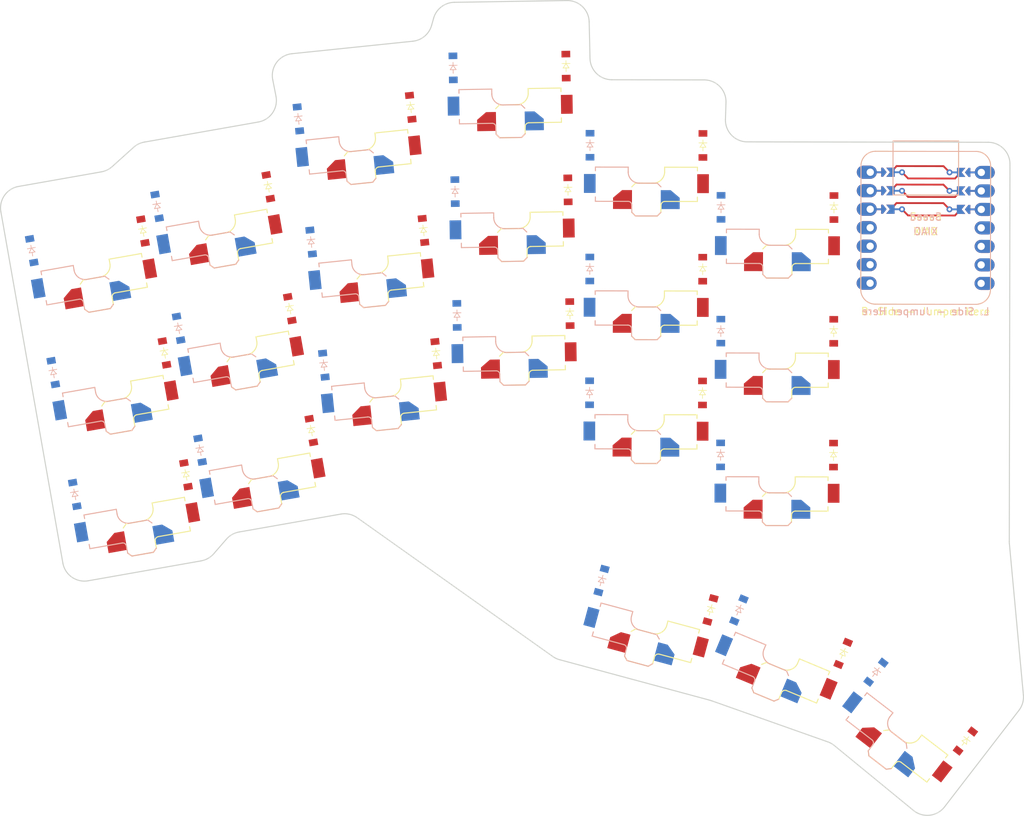
<source format=kicad_pcb>

            
(kicad_pcb (version 20171130) (host pcbnew 5.1.6)

  (page A3)
  (title_block
    (title main)
    (rev v1.0.0)
    (company Unknown)
  )

  (general
    (thickness 1.6)
  )

  (layers
    (0 F.Cu signal)
    (31 B.Cu signal)
    (32 B.Adhes user)
    (33 F.Adhes user)
    (34 B.Paste user)
    (35 F.Paste user)
    (36 B.SilkS user)
    (37 F.SilkS user)
    (38 B.Mask user)
    (39 F.Mask user)
    (40 Dwgs.User user)
    (41 Cmts.User user)
    (42 Eco1.User user)
    (43 Eco2.User user)
    (44 Edge.Cuts user)
    (45 Margin user)
    (46 B.CrtYd user)
    (47 F.CrtYd user)
    (48 B.Fab user)
    (49 F.Fab user)
  )

  (setup
    (last_trace_width 0.25)
    (trace_clearance 0.2)
    (zone_clearance 0.508)
    (zone_45_only no)
    (trace_min 0.2)
    (via_size 0.8)
    (via_drill 0.4)
    (via_min_size 0.4)
    (via_min_drill 0.3)
    (uvia_size 0.3)
    (uvia_drill 0.1)
    (uvias_allowed no)
    (uvia_min_size 0.2)
    (uvia_min_drill 0.1)
    (edge_width 0.05)
    (segment_width 0.2)
    (pcb_text_width 0.3)
    (pcb_text_size 1.5 1.5)
    (mod_edge_width 0.12)
    (mod_text_size 1 1)
    (mod_text_width 0.15)
    (pad_size 1.524 1.524)
    (pad_drill 0.762)
    (pad_to_mask_clearance 0.05)
    (aux_axis_origin 0 0)
    (visible_elements FFFFFF7F)
    (pcbplotparams
      (layerselection 0x010fc_ffffffff)
      (usegerberextensions false)
      (usegerberattributes true)
      (usegerberadvancedattributes true)
      (creategerberjobfile true)
      (excludeedgelayer true)
      (linewidth 0.100000)
      (plotframeref false)
      (viasonmask false)
      (mode 1)
      (useauxorigin false)
      (hpglpennumber 1)
      (hpglpenspeed 20)
      (hpglpendiameter 15.000000)
      (psnegative false)
      (psa4output false)
      (plotreference true)
      (plotvalue true)
      (plotinvisibletext false)
      (padsonsilk false)
      (subtractmaskfromsilk false)
      (outputformat 1)
      (mirror false)
      (drillshape 1)
      (scaleselection 1)
      (outputdirectory ""))
  )

            (net 0 "")
(net 1 "P0")
(net 2 "outer_bottom")
(net 3 "outer_home")
(net 4 "outer_top")
(net 5 "P1")
(net 6 "pinky_bottom")
(net 7 "pinky_home")
(net 8 "pinky_top")
(net 9 "P2")
(net 10 "ring_bottom")
(net 11 "ring_home")
(net 12 "ring_top")
(net 13 "P3")
(net 14 "middle_bottom")
(net 15 "middle_home")
(net 16 "middle_top")
(net 17 "P4")
(net 18 "index_bottom")
(net 19 "index_home")
(net 20 "index_top")
(net 21 "P5")
(net 22 "inner_bottom")
(net 23 "inner_home")
(net 24 "inner_top")
(net 25 "left_cluster")
(net 26 "middle_cluster")
(net 27 "right_cluster")
(net 28 "P9")
(net 29 "P8")
(net 30 "P7")
(net 31 "P10")
(net 32 "P6")
(net 33 "VCC")
(net 34 "GND")
(net 35 "V3")
(net 36 "_1_0")
(net 37 "_1_13")
(net 38 "_1_1")
(net 39 "_1_12")
(net 40 "_1_2")
(net 41 "_1_11")
(net 42 "_1_3")
(net 43 "_1_10")
(net 44 "_1_4")
(net 45 "_1_9")
(net 46 "_1_5")
(net 47 "_1_8")
(net 48 "_1_6")
(net 49 "_1_7")
            
  (net_class Default "This is the default net class."
    (clearance 0.2)
    (trace_width 0.25)
    (via_dia 0.8)
    (via_drill 0.4)
    (uvia_dia 0.3)
    (uvia_drill 0.1)
    (add_net "")
(add_net "P0")
(add_net "outer_bottom")
(add_net "outer_home")
(add_net "outer_top")
(add_net "P1")
(add_net "pinky_bottom")
(add_net "pinky_home")
(add_net "pinky_top")
(add_net "P2")
(add_net "ring_bottom")
(add_net "ring_home")
(add_net "ring_top")
(add_net "P3")
(add_net "middle_bottom")
(add_net "middle_home")
(add_net "middle_top")
(add_net "P4")
(add_net "index_bottom")
(add_net "index_home")
(add_net "index_top")
(add_net "P5")
(add_net "inner_bottom")
(add_net "inner_home")
(add_net "inner_top")
(add_net "left_cluster")
(add_net "middle_cluster")
(add_net "right_cluster")
(add_net "P9")
(add_net "P8")
(add_net "P7")
(add_net "P10")
(add_net "P6")
(add_net "VCC")
(add_net "GND")
(add_net "V3")
(add_net "_1_0")
(add_net "_1_13")
(add_net "_1_1")
(add_net "_1_12")
(add_net "_1_2")
(add_net "_1_11")
(add_net "_1_3")
(add_net "_1_10")
(add_net "_1_4")
(add_net "_1_9")
(add_net "_1_5")
(add_net "_1_8")
(add_net "_1_6")
(add_net "_1_7")
  )

            
        (module PG1350 (layer F.Cu) (tedit 5DD50112)
            (at 100 100 190)
            (attr virtual)

            
            (fp_text reference "S1" (at 0 0) (layer B.SilkS) hide (effects (font (size 1.27 1.27) (thickness 0.15))))

            
            (pad "" np_thru_hole circle (at 0 0) (size 5 5) (drill 5) (layers *.Cu))

            
            (pad "" np_thru_hole circle (at 5.5 0) (size 1.9 1.9) (drill 1.9) (layers *.Cu))
            (pad "" np_thru_hole circle (at -5.5 0) (size 1.9 1.9) (drill 1.9) (layers *.Cu))
        
            
            (fp_line (start -8.75 -8.25) (end 8.75 -8.25) (layer Dwgs.User) (width 0.15))
            (fp_line (start 8.75 -8.25) (end 8.75 8.25) (layer Dwgs.User) (width 0.15))
            (fp_line (start 8.75 8.25) (end -8.75 8.25) (layer Dwgs.User) (width 0.15))
            (fp_line (start -8.75 8.25) (end -8.75 -8.25) (layer Dwgs.User) (width 0.15))
        
            
            (pad "" np_thru_hole circle (at 0 -5.95) (size 3 3) (drill 3) (layers *.Cu *.Mask))
        
            
            (fp_line (start 2 -4.2) (end 1.5 -3.7) (layer F.SilkS) (width 0.15))
            (fp_line (start 2 -7.7) (end 1.5 -8.2) (layer F.SilkS) (width 0.15))
            (fp_line (start -7 -5.6) (end -7 -6.2) (layer F.SilkS) (width 0.15))
            (fp_line (start 1.5 -3.7) (end -1 -3.7) (layer F.SilkS) (width 0.15))
            (fp_line (start -2.5 -2.2) (end -2.5 -1.5) (layer F.SilkS) (width 0.15))
            (fp_line (start -1.5 -8.2) (end -2 -7.7) (layer F.SilkS) (width 0.15))
            (fp_line (start 1.5 -8.2) (end -1.5 -8.2) (layer F.SilkS) (width 0.15))
            (fp_line (start -2.5 -1.5) (end -7 -1.5) (layer F.SilkS) (width 0.15))
            (fp_line (start -2 -6.7) (end -2 -7.7) (layer F.SilkS) (width 0.15))
            (fp_line (start -7 -1.5) (end -7 -2) (layer F.SilkS) (width 0.15))
            (fp_line (start -7 -6.2) (end -2.5 -6.2) (layer F.SilkS) (width 0.15))
            (fp_arc (start -0.91 -2.11) (end -0.8 -3.7) (angle -90) (layer F.SilkS) (width 0.15))
            (fp_arc (start -2.55 -6.75) (end -2.52 -6.2) (angle -90) (layer F.SilkS) (width 0.15))

            
            
            (pad 1 connect custom (at 3.275 -5.95 190) (size 0.5 0.5) (layers F.Cu F.Mask)
                (zone_connect 0)
                (options (clearance outline) (anchor rect))
                (primitives
                (gr_poly (pts
                    (xy -1.3 -1.3) (xy -1.3 1.3) (xy 0.05 1.3) (xy 1.3 0.25) (xy 1.3 -1.3)
                ) (width 0))
            ) (net 1 "P0"))
        

            
            (pad 2 smd rect (at -7.775 -3.75 190) (size 1.6 2.6) (layers F.Cu F.Paste F.Mask) (net 2 "outer_bottom"))

            
            (pad "" np_thru_hole circle (at -5 -3.75 195) (size 3 3) (drill 3) (layers *.Cu *.Mask))
        
            
            (fp_line (start 1.5 -8.2) (end 2 -7.7) (layer B.SilkS) (width 0.15))
            (fp_line (start 7 -1.5) (end 7 -2) (layer B.SilkS) (width 0.15))
            (fp_line (start -1.5 -8.2) (end 1.5 -8.2) (layer B.SilkS) (width 0.15))
            (fp_line (start 7 -6.2) (end 2.5 -6.2) (layer B.SilkS) (width 0.15))
            (fp_line (start 2.5 -2.2) (end 2.5 -1.5) (layer B.SilkS) (width 0.15))
            (fp_line (start -2 -7.7) (end -1.5 -8.2) (layer B.SilkS) (width 0.15))
            (fp_line (start -1.5 -3.7) (end 1 -3.7) (layer B.SilkS) (width 0.15))
            (fp_line (start 7 -5.6) (end 7 -6.2) (layer B.SilkS) (width 0.15))
            (fp_line (start 2 -6.7) (end 2 -7.7) (layer B.SilkS) (width 0.15))
            (fp_line (start 2.5 -1.5) (end 7 -1.5) (layer B.SilkS) (width 0.15))
            (fp_line (start -2 -4.2) (end -1.5 -3.7) (layer B.SilkS) (width 0.15))
            (fp_arc (start 2.499999 -6.7) (end 2 -6.690001) (angle -88.9) (layer B.SilkS) (width 0.15))
            (fp_arc (start 0.97 -2.17) (end 2.5 -2.17) (angle -90) (layer B.SilkS) (width 0.15))

            
            
            (pad 1 smd custom (at -3.275 -5.95 190) (size 1 1) (layers B.Cu B.Paste B.Mask)
                (zone_connect 0)
                (options (clearance outline) (anchor rect))
                (primitives
                    (gr_poly (pts
                    (xy -1.3 -1.3) (xy -1.3 0.25) (xy -0.05 1.3) (xy 1.3 1.3) (xy 1.3 -1.3)
                ) (width 0))
            ) (net 1 "P0"))
        

            
            (pad 2 smd rect (at 7.775 -3.75 190) (size 1.6 2.6) (layers B.Cu B.Paste B.Mask) (net 2 "outer_bottom"))

            
            (pad "" np_thru_hole circle (at 5 -3.75 195) (size 3 3) (drill 3) (layers *.Cu *.Mask))            
        
        )
        

        (module PG1350 (layer F.Cu) (tedit 5DD50112)
            (at 97.047981 83.2582682 190)
            (attr virtual)

            
            (fp_text reference "S2" (at 0 0) (layer B.SilkS) hide (effects (font (size 1.27 1.27) (thickness 0.15))))

            
            (pad "" np_thru_hole circle (at 0 0) (size 5 5) (drill 5) (layers *.Cu))

            
            (pad "" np_thru_hole circle (at 5.5 0) (size 1.9 1.9) (drill 1.9) (layers *.Cu))
            (pad "" np_thru_hole circle (at -5.5 0) (size 1.9 1.9) (drill 1.9) (layers *.Cu))
        
            
            (fp_line (start -8.75 -8.25) (end 8.75 -8.25) (layer Dwgs.User) (width 0.15))
            (fp_line (start 8.75 -8.25) (end 8.75 8.25) (layer Dwgs.User) (width 0.15))
            (fp_line (start 8.75 8.25) (end -8.75 8.25) (layer Dwgs.User) (width 0.15))
            (fp_line (start -8.75 8.25) (end -8.75 -8.25) (layer Dwgs.User) (width 0.15))
        
            
            (pad "" np_thru_hole circle (at 0 -5.95) (size 3 3) (drill 3) (layers *.Cu *.Mask))
        
            
            (fp_line (start 2 -4.2) (end 1.5 -3.7) (layer F.SilkS) (width 0.15))
            (fp_line (start 2 -7.7) (end 1.5 -8.2) (layer F.SilkS) (width 0.15))
            (fp_line (start -7 -5.6) (end -7 -6.2) (layer F.SilkS) (width 0.15))
            (fp_line (start 1.5 -3.7) (end -1 -3.7) (layer F.SilkS) (width 0.15))
            (fp_line (start -2.5 -2.2) (end -2.5 -1.5) (layer F.SilkS) (width 0.15))
            (fp_line (start -1.5 -8.2) (end -2 -7.7) (layer F.SilkS) (width 0.15))
            (fp_line (start 1.5 -8.2) (end -1.5 -8.2) (layer F.SilkS) (width 0.15))
            (fp_line (start -2.5 -1.5) (end -7 -1.5) (layer F.SilkS) (width 0.15))
            (fp_line (start -2 -6.7) (end -2 -7.7) (layer F.SilkS) (width 0.15))
            (fp_line (start -7 -1.5) (end -7 -2) (layer F.SilkS) (width 0.15))
            (fp_line (start -7 -6.2) (end -2.5 -6.2) (layer F.SilkS) (width 0.15))
            (fp_arc (start -0.91 -2.11) (end -0.8 -3.7) (angle -90) (layer F.SilkS) (width 0.15))
            (fp_arc (start -2.55 -6.75) (end -2.52 -6.2) (angle -90) (layer F.SilkS) (width 0.15))

            
            
            (pad 1 connect custom (at 3.275 -5.95 190) (size 0.5 0.5) (layers F.Cu F.Mask)
                (zone_connect 0)
                (options (clearance outline) (anchor rect))
                (primitives
                (gr_poly (pts
                    (xy -1.3 -1.3) (xy -1.3 1.3) (xy 0.05 1.3) (xy 1.3 0.25) (xy 1.3 -1.3)
                ) (width 0))
            ) (net 1 "P0"))
        

            
            (pad 2 smd rect (at -7.775 -3.75 190) (size 1.6 2.6) (layers F.Cu F.Paste F.Mask) (net 3 "outer_home"))

            
            (pad "" np_thru_hole circle (at -5 -3.75 195) (size 3 3) (drill 3) (layers *.Cu *.Mask))
        
            
            (fp_line (start 1.5 -8.2) (end 2 -7.7) (layer B.SilkS) (width 0.15))
            (fp_line (start 7 -1.5) (end 7 -2) (layer B.SilkS) (width 0.15))
            (fp_line (start -1.5 -8.2) (end 1.5 -8.2) (layer B.SilkS) (width 0.15))
            (fp_line (start 7 -6.2) (end 2.5 -6.2) (layer B.SilkS) (width 0.15))
            (fp_line (start 2.5 -2.2) (end 2.5 -1.5) (layer B.SilkS) (width 0.15))
            (fp_line (start -2 -7.7) (end -1.5 -8.2) (layer B.SilkS) (width 0.15))
            (fp_line (start -1.5 -3.7) (end 1 -3.7) (layer B.SilkS) (width 0.15))
            (fp_line (start 7 -5.6) (end 7 -6.2) (layer B.SilkS) (width 0.15))
            (fp_line (start 2 -6.7) (end 2 -7.7) (layer B.SilkS) (width 0.15))
            (fp_line (start 2.5 -1.5) (end 7 -1.5) (layer B.SilkS) (width 0.15))
            (fp_line (start -2 -4.2) (end -1.5 -3.7) (layer B.SilkS) (width 0.15))
            (fp_arc (start 2.499999 -6.7) (end 2 -6.690001) (angle -88.9) (layer B.SilkS) (width 0.15))
            (fp_arc (start 0.97 -2.17) (end 2.5 -2.17) (angle -90) (layer B.SilkS) (width 0.15))

            
            
            (pad 1 smd custom (at -3.275 -5.95 190) (size 1 1) (layers B.Cu B.Paste B.Mask)
                (zone_connect 0)
                (options (clearance outline) (anchor rect))
                (primitives
                    (gr_poly (pts
                    (xy -1.3 -1.3) (xy -1.3 0.25) (xy -0.05 1.3) (xy 1.3 1.3) (xy 1.3 -1.3)
                ) (width 0))
            ) (net 1 "P0"))
        

            
            (pad 2 smd rect (at 7.775 -3.75 190) (size 1.6 2.6) (layers B.Cu B.Paste B.Mask) (net 3 "outer_home"))

            
            (pad "" np_thru_hole circle (at 5 -3.75 195) (size 3 3) (drill 3) (layers *.Cu *.Mask))            
        
        )
        

        (module PG1350 (layer F.Cu) (tedit 5DD50112)
            (at 94.09596199999999 66.5165364 190)
            (attr virtual)

            
            (fp_text reference "S3" (at 0 0) (layer B.SilkS) hide (effects (font (size 1.27 1.27) (thickness 0.15))))

            
            (pad "" np_thru_hole circle (at 0 0) (size 5 5) (drill 5) (layers *.Cu))

            
            (pad "" np_thru_hole circle (at 5.5 0) (size 1.9 1.9) (drill 1.9) (layers *.Cu))
            (pad "" np_thru_hole circle (at -5.5 0) (size 1.9 1.9) (drill 1.9) (layers *.Cu))
        
            
            (fp_line (start -8.75 -8.25) (end 8.75 -8.25) (layer Dwgs.User) (width 0.15))
            (fp_line (start 8.75 -8.25) (end 8.75 8.25) (layer Dwgs.User) (width 0.15))
            (fp_line (start 8.75 8.25) (end -8.75 8.25) (layer Dwgs.User) (width 0.15))
            (fp_line (start -8.75 8.25) (end -8.75 -8.25) (layer Dwgs.User) (width 0.15))
        
            
            (pad "" np_thru_hole circle (at 0 -5.95) (size 3 3) (drill 3) (layers *.Cu *.Mask))
        
            
            (fp_line (start 2 -4.2) (end 1.5 -3.7) (layer F.SilkS) (width 0.15))
            (fp_line (start 2 -7.7) (end 1.5 -8.2) (layer F.SilkS) (width 0.15))
            (fp_line (start -7 -5.6) (end -7 -6.2) (layer F.SilkS) (width 0.15))
            (fp_line (start 1.5 -3.7) (end -1 -3.7) (layer F.SilkS) (width 0.15))
            (fp_line (start -2.5 -2.2) (end -2.5 -1.5) (layer F.SilkS) (width 0.15))
            (fp_line (start -1.5 -8.2) (end -2 -7.7) (layer F.SilkS) (width 0.15))
            (fp_line (start 1.5 -8.2) (end -1.5 -8.2) (layer F.SilkS) (width 0.15))
            (fp_line (start -2.5 -1.5) (end -7 -1.5) (layer F.SilkS) (width 0.15))
            (fp_line (start -2 -6.7) (end -2 -7.7) (layer F.SilkS) (width 0.15))
            (fp_line (start -7 -1.5) (end -7 -2) (layer F.SilkS) (width 0.15))
            (fp_line (start -7 -6.2) (end -2.5 -6.2) (layer F.SilkS) (width 0.15))
            (fp_arc (start -0.91 -2.11) (end -0.8 -3.7) (angle -90) (layer F.SilkS) (width 0.15))
            (fp_arc (start -2.55 -6.75) (end -2.52 -6.2) (angle -90) (layer F.SilkS) (width 0.15))

            
            
            (pad 1 connect custom (at 3.275 -5.95 190) (size 0.5 0.5) (layers F.Cu F.Mask)
                (zone_connect 0)
                (options (clearance outline) (anchor rect))
                (primitives
                (gr_poly (pts
                    (xy -1.3 -1.3) (xy -1.3 1.3) (xy 0.05 1.3) (xy 1.3 0.25) (xy 1.3 -1.3)
                ) (width 0))
            ) (net 1 "P0"))
        

            
            (pad 2 smd rect (at -7.775 -3.75 190) (size 1.6 2.6) (layers F.Cu F.Paste F.Mask) (net 4 "outer_top"))

            
            (pad "" np_thru_hole circle (at -5 -3.75 195) (size 3 3) (drill 3) (layers *.Cu *.Mask))
        
            
            (fp_line (start 1.5 -8.2) (end 2 -7.7) (layer B.SilkS) (width 0.15))
            (fp_line (start 7 -1.5) (end 7 -2) (layer B.SilkS) (width 0.15))
            (fp_line (start -1.5 -8.2) (end 1.5 -8.2) (layer B.SilkS) (width 0.15))
            (fp_line (start 7 -6.2) (end 2.5 -6.2) (layer B.SilkS) (width 0.15))
            (fp_line (start 2.5 -2.2) (end 2.5 -1.5) (layer B.SilkS) (width 0.15))
            (fp_line (start -2 -7.7) (end -1.5 -8.2) (layer B.SilkS) (width 0.15))
            (fp_line (start -1.5 -3.7) (end 1 -3.7) (layer B.SilkS) (width 0.15))
            (fp_line (start 7 -5.6) (end 7 -6.2) (layer B.SilkS) (width 0.15))
            (fp_line (start 2 -6.7) (end 2 -7.7) (layer B.SilkS) (width 0.15))
            (fp_line (start 2.5 -1.5) (end 7 -1.5) (layer B.SilkS) (width 0.15))
            (fp_line (start -2 -4.2) (end -1.5 -3.7) (layer B.SilkS) (width 0.15))
            (fp_arc (start 2.499999 -6.7) (end 2 -6.690001) (angle -88.9) (layer B.SilkS) (width 0.15))
            (fp_arc (start 0.97 -2.17) (end 2.5 -2.17) (angle -90) (layer B.SilkS) (width 0.15))

            
            
            (pad 1 smd custom (at -3.275 -5.95 190) (size 1 1) (layers B.Cu B.Paste B.Mask)
                (zone_connect 0)
                (options (clearance outline) (anchor rect))
                (primitives
                    (gr_poly (pts
                    (xy -1.3 -1.3) (xy -1.3 0.25) (xy -0.05 1.3) (xy 1.3 1.3) (xy 1.3 -1.3)
                ) (width 0))
            ) (net 1 "P0"))
        

            
            (pad 2 smd rect (at 7.775 -3.75 190) (size 1.6 2.6) (layers B.Cu B.Paste B.Mask) (net 4 "outer_top"))

            
            (pad "" np_thru_hole circle (at 5 -3.75 195) (size 3 3) (drill 3) (layers *.Cu *.Mask))            
        
        )
        

        (module PG1350 (layer F.Cu) (tedit 5DD50112)
            (at 117.205595 93.9199095 190)
            (attr virtual)

            
            (fp_text reference "S4" (at 0 0) (layer B.SilkS) hide (effects (font (size 1.27 1.27) (thickness 0.15))))

            
            (pad "" np_thru_hole circle (at 0 0) (size 5 5) (drill 5) (layers *.Cu))

            
            (pad "" np_thru_hole circle (at 5.5 0) (size 1.9 1.9) (drill 1.9) (layers *.Cu))
            (pad "" np_thru_hole circle (at -5.5 0) (size 1.9 1.9) (drill 1.9) (layers *.Cu))
        
            
            (fp_line (start -8.75 -8.25) (end 8.75 -8.25) (layer Dwgs.User) (width 0.15))
            (fp_line (start 8.75 -8.25) (end 8.75 8.25) (layer Dwgs.User) (width 0.15))
            (fp_line (start 8.75 8.25) (end -8.75 8.25) (layer Dwgs.User) (width 0.15))
            (fp_line (start -8.75 8.25) (end -8.75 -8.25) (layer Dwgs.User) (width 0.15))
        
            
            (pad "" np_thru_hole circle (at 0 -5.95) (size 3 3) (drill 3) (layers *.Cu *.Mask))
        
            
            (fp_line (start 2 -4.2) (end 1.5 -3.7) (layer F.SilkS) (width 0.15))
            (fp_line (start 2 -7.7) (end 1.5 -8.2) (layer F.SilkS) (width 0.15))
            (fp_line (start -7 -5.6) (end -7 -6.2) (layer F.SilkS) (width 0.15))
            (fp_line (start 1.5 -3.7) (end -1 -3.7) (layer F.SilkS) (width 0.15))
            (fp_line (start -2.5 -2.2) (end -2.5 -1.5) (layer F.SilkS) (width 0.15))
            (fp_line (start -1.5 -8.2) (end -2 -7.7) (layer F.SilkS) (width 0.15))
            (fp_line (start 1.5 -8.2) (end -1.5 -8.2) (layer F.SilkS) (width 0.15))
            (fp_line (start -2.5 -1.5) (end -7 -1.5) (layer F.SilkS) (width 0.15))
            (fp_line (start -2 -6.7) (end -2 -7.7) (layer F.SilkS) (width 0.15))
            (fp_line (start -7 -1.5) (end -7 -2) (layer F.SilkS) (width 0.15))
            (fp_line (start -7 -6.2) (end -2.5 -6.2) (layer F.SilkS) (width 0.15))
            (fp_arc (start -0.91 -2.11) (end -0.8 -3.7) (angle -90) (layer F.SilkS) (width 0.15))
            (fp_arc (start -2.55 -6.75) (end -2.52 -6.2) (angle -90) (layer F.SilkS) (width 0.15))

            
            
            (pad 1 connect custom (at 3.275 -5.95 190) (size 0.5 0.5) (layers F.Cu F.Mask)
                (zone_connect 0)
                (options (clearance outline) (anchor rect))
                (primitives
                (gr_poly (pts
                    (xy -1.3 -1.3) (xy -1.3 1.3) (xy 0.05 1.3) (xy 1.3 0.25) (xy 1.3 -1.3)
                ) (width 0))
            ) (net 5 "P1"))
        

            
            (pad 2 smd rect (at -7.775 -3.75 190) (size 1.6 2.6) (layers F.Cu F.Paste F.Mask) (net 6 "pinky_bottom"))

            
            (pad "" np_thru_hole circle (at -5 -3.75 195) (size 3 3) (drill 3) (layers *.Cu *.Mask))
        
            
            (fp_line (start 1.5 -8.2) (end 2 -7.7) (layer B.SilkS) (width 0.15))
            (fp_line (start 7 -1.5) (end 7 -2) (layer B.SilkS) (width 0.15))
            (fp_line (start -1.5 -8.2) (end 1.5 -8.2) (layer B.SilkS) (width 0.15))
            (fp_line (start 7 -6.2) (end 2.5 -6.2) (layer B.SilkS) (width 0.15))
            (fp_line (start 2.5 -2.2) (end 2.5 -1.5) (layer B.SilkS) (width 0.15))
            (fp_line (start -2 -7.7) (end -1.5 -8.2) (layer B.SilkS) (width 0.15))
            (fp_line (start -1.5 -3.7) (end 1 -3.7) (layer B.SilkS) (width 0.15))
            (fp_line (start 7 -5.6) (end 7 -6.2) (layer B.SilkS) (width 0.15))
            (fp_line (start 2 -6.7) (end 2 -7.7) (layer B.SilkS) (width 0.15))
            (fp_line (start 2.5 -1.5) (end 7 -1.5) (layer B.SilkS) (width 0.15))
            (fp_line (start -2 -4.2) (end -1.5 -3.7) (layer B.SilkS) (width 0.15))
            (fp_arc (start 2.499999 -6.7) (end 2 -6.690001) (angle -88.9) (layer B.SilkS) (width 0.15))
            (fp_arc (start 0.97 -2.17) (end 2.5 -2.17) (angle -90) (layer B.SilkS) (width 0.15))

            
            
            (pad 1 smd custom (at -3.275 -5.95 190) (size 1 1) (layers B.Cu B.Paste B.Mask)
                (zone_connect 0)
                (options (clearance outline) (anchor rect))
                (primitives
                    (gr_poly (pts
                    (xy -1.3 -1.3) (xy -1.3 0.25) (xy -0.05 1.3) (xy 1.3 1.3) (xy 1.3 -1.3)
                ) (width 0))
            ) (net 5 "P1"))
        

            
            (pad 2 smd rect (at 7.775 -3.75 190) (size 1.6 2.6) (layers B.Cu B.Paste B.Mask) (net 6 "pinky_bottom"))

            
            (pad "" np_thru_hole circle (at 5 -3.75 195) (size 3 3) (drill 3) (layers *.Cu *.Mask))            
        
        )
        

        (module PG1350 (layer F.Cu) (tedit 5DD50112)
            (at 114.25357600000001 77.1781777 190)
            (attr virtual)

            
            (fp_text reference "S5" (at 0 0) (layer B.SilkS) hide (effects (font (size 1.27 1.27) (thickness 0.15))))

            
            (pad "" np_thru_hole circle (at 0 0) (size 5 5) (drill 5) (layers *.Cu))

            
            (pad "" np_thru_hole circle (at 5.5 0) (size 1.9 1.9) (drill 1.9) (layers *.Cu))
            (pad "" np_thru_hole circle (at -5.5 0) (size 1.9 1.9) (drill 1.9) (layers *.Cu))
        
            
            (fp_line (start -8.75 -8.25) (end 8.75 -8.25) (layer Dwgs.User) (width 0.15))
            (fp_line (start 8.75 -8.25) (end 8.75 8.25) (layer Dwgs.User) (width 0.15))
            (fp_line (start 8.75 8.25) (end -8.75 8.25) (layer Dwgs.User) (width 0.15))
            (fp_line (start -8.75 8.25) (end -8.75 -8.25) (layer Dwgs.User) (width 0.15))
        
            
            (pad "" np_thru_hole circle (at 0 -5.95) (size 3 3) (drill 3) (layers *.Cu *.Mask))
        
            
            (fp_line (start 2 -4.2) (end 1.5 -3.7) (layer F.SilkS) (width 0.15))
            (fp_line (start 2 -7.7) (end 1.5 -8.2) (layer F.SilkS) (width 0.15))
            (fp_line (start -7 -5.6) (end -7 -6.2) (layer F.SilkS) (width 0.15))
            (fp_line (start 1.5 -3.7) (end -1 -3.7) (layer F.SilkS) (width 0.15))
            (fp_line (start -2.5 -2.2) (end -2.5 -1.5) (layer F.SilkS) (width 0.15))
            (fp_line (start -1.5 -8.2) (end -2 -7.7) (layer F.SilkS) (width 0.15))
            (fp_line (start 1.5 -8.2) (end -1.5 -8.2) (layer F.SilkS) (width 0.15))
            (fp_line (start -2.5 -1.5) (end -7 -1.5) (layer F.SilkS) (width 0.15))
            (fp_line (start -2 -6.7) (end -2 -7.7) (layer F.SilkS) (width 0.15))
            (fp_line (start -7 -1.5) (end -7 -2) (layer F.SilkS) (width 0.15))
            (fp_line (start -7 -6.2) (end -2.5 -6.2) (layer F.SilkS) (width 0.15))
            (fp_arc (start -0.91 -2.11) (end -0.8 -3.7) (angle -90) (layer F.SilkS) (width 0.15))
            (fp_arc (start -2.55 -6.75) (end -2.52 -6.2) (angle -90) (layer F.SilkS) (width 0.15))

            
            
            (pad 1 connect custom (at 3.275 -5.95 190) (size 0.5 0.5) (layers F.Cu F.Mask)
                (zone_connect 0)
                (options (clearance outline) (anchor rect))
                (primitives
                (gr_poly (pts
                    (xy -1.3 -1.3) (xy -1.3 1.3) (xy 0.05 1.3) (xy 1.3 0.25) (xy 1.3 -1.3)
                ) (width 0))
            ) (net 5 "P1"))
        

            
            (pad 2 smd rect (at -7.775 -3.75 190) (size 1.6 2.6) (layers F.Cu F.Paste F.Mask) (net 7 "pinky_home"))

            
            (pad "" np_thru_hole circle (at -5 -3.75 195) (size 3 3) (drill 3) (layers *.Cu *.Mask))
        
            
            (fp_line (start 1.5 -8.2) (end 2 -7.7) (layer B.SilkS) (width 0.15))
            (fp_line (start 7 -1.5) (end 7 -2) (layer B.SilkS) (width 0.15))
            (fp_line (start -1.5 -8.2) (end 1.5 -8.2) (layer B.SilkS) (width 0.15))
            (fp_line (start 7 -6.2) (end 2.5 -6.2) (layer B.SilkS) (width 0.15))
            (fp_line (start 2.5 -2.2) (end 2.5 -1.5) (layer B.SilkS) (width 0.15))
            (fp_line (start -2 -7.7) (end -1.5 -8.2) (layer B.SilkS) (width 0.15))
            (fp_line (start -1.5 -3.7) (end 1 -3.7) (layer B.SilkS) (width 0.15))
            (fp_line (start 7 -5.6) (end 7 -6.2) (layer B.SilkS) (width 0.15))
            (fp_line (start 2 -6.7) (end 2 -7.7) (layer B.SilkS) (width 0.15))
            (fp_line (start 2.5 -1.5) (end 7 -1.5) (layer B.SilkS) (width 0.15))
            (fp_line (start -2 -4.2) (end -1.5 -3.7) (layer B.SilkS) (width 0.15))
            (fp_arc (start 2.499999 -6.7) (end 2 -6.690001) (angle -88.9) (layer B.SilkS) (width 0.15))
            (fp_arc (start 0.97 -2.17) (end 2.5 -2.17) (angle -90) (layer B.SilkS) (width 0.15))

            
            
            (pad 1 smd custom (at -3.275 -5.95 190) (size 1 1) (layers B.Cu B.Paste B.Mask)
                (zone_connect 0)
                (options (clearance outline) (anchor rect))
                (primitives
                    (gr_poly (pts
                    (xy -1.3 -1.3) (xy -1.3 0.25) (xy -0.05 1.3) (xy 1.3 1.3) (xy 1.3 -1.3)
                ) (width 0))
            ) (net 5 "P1"))
        

            
            (pad 2 smd rect (at 7.775 -3.75 190) (size 1.6 2.6) (layers B.Cu B.Paste B.Mask) (net 7 "pinky_home"))

            
            (pad "" np_thru_hole circle (at 5 -3.75 195) (size 3 3) (drill 3) (layers *.Cu *.Mask))            
        
        )
        

        (module PG1350 (layer F.Cu) (tedit 5DD50112)
            (at 111.301557 60.43644590000001 190)
            (attr virtual)

            
            (fp_text reference "S6" (at 0 0) (layer B.SilkS) hide (effects (font (size 1.27 1.27) (thickness 0.15))))

            
            (pad "" np_thru_hole circle (at 0 0) (size 5 5) (drill 5) (layers *.Cu))

            
            (pad "" np_thru_hole circle (at 5.5 0) (size 1.9 1.9) (drill 1.9) (layers *.Cu))
            (pad "" np_thru_hole circle (at -5.5 0) (size 1.9 1.9) (drill 1.9) (layers *.Cu))
        
            
            (fp_line (start -8.75 -8.25) (end 8.75 -8.25) (layer Dwgs.User) (width 0.15))
            (fp_line (start 8.75 -8.25) (end 8.75 8.25) (layer Dwgs.User) (width 0.15))
            (fp_line (start 8.75 8.25) (end -8.75 8.25) (layer Dwgs.User) (width 0.15))
            (fp_line (start -8.75 8.25) (end -8.75 -8.25) (layer Dwgs.User) (width 0.15))
        
            
            (pad "" np_thru_hole circle (at 0 -5.95) (size 3 3) (drill 3) (layers *.Cu *.Mask))
        
            
            (fp_line (start 2 -4.2) (end 1.5 -3.7) (layer F.SilkS) (width 0.15))
            (fp_line (start 2 -7.7) (end 1.5 -8.2) (layer F.SilkS) (width 0.15))
            (fp_line (start -7 -5.6) (end -7 -6.2) (layer F.SilkS) (width 0.15))
            (fp_line (start 1.5 -3.7) (end -1 -3.7) (layer F.SilkS) (width 0.15))
            (fp_line (start -2.5 -2.2) (end -2.5 -1.5) (layer F.SilkS) (width 0.15))
            (fp_line (start -1.5 -8.2) (end -2 -7.7) (layer F.SilkS) (width 0.15))
            (fp_line (start 1.5 -8.2) (end -1.5 -8.2) (layer F.SilkS) (width 0.15))
            (fp_line (start -2.5 -1.5) (end -7 -1.5) (layer F.SilkS) (width 0.15))
            (fp_line (start -2 -6.7) (end -2 -7.7) (layer F.SilkS) (width 0.15))
            (fp_line (start -7 -1.5) (end -7 -2) (layer F.SilkS) (width 0.15))
            (fp_line (start -7 -6.2) (end -2.5 -6.2) (layer F.SilkS) (width 0.15))
            (fp_arc (start -0.91 -2.11) (end -0.8 -3.7) (angle -90) (layer F.SilkS) (width 0.15))
            (fp_arc (start -2.55 -6.75) (end -2.52 -6.2) (angle -90) (layer F.SilkS) (width 0.15))

            
            
            (pad 1 connect custom (at 3.275 -5.95 190) (size 0.5 0.5) (layers F.Cu F.Mask)
                (zone_connect 0)
                (options (clearance outline) (anchor rect))
                (primitives
                (gr_poly (pts
                    (xy -1.3 -1.3) (xy -1.3 1.3) (xy 0.05 1.3) (xy 1.3 0.25) (xy 1.3 -1.3)
                ) (width 0))
            ) (net 5 "P1"))
        

            
            (pad 2 smd rect (at -7.775 -3.75 190) (size 1.6 2.6) (layers F.Cu F.Paste F.Mask) (net 8 "pinky_top"))

            
            (pad "" np_thru_hole circle (at -5 -3.75 195) (size 3 3) (drill 3) (layers *.Cu *.Mask))
        
            
            (fp_line (start 1.5 -8.2) (end 2 -7.7) (layer B.SilkS) (width 0.15))
            (fp_line (start 7 -1.5) (end 7 -2) (layer B.SilkS) (width 0.15))
            (fp_line (start -1.5 -8.2) (end 1.5 -8.2) (layer B.SilkS) (width 0.15))
            (fp_line (start 7 -6.2) (end 2.5 -6.2) (layer B.SilkS) (width 0.15))
            (fp_line (start 2.5 -2.2) (end 2.5 -1.5) (layer B.SilkS) (width 0.15))
            (fp_line (start -2 -7.7) (end -1.5 -8.2) (layer B.SilkS) (width 0.15))
            (fp_line (start -1.5 -3.7) (end 1 -3.7) (layer B.SilkS) (width 0.15))
            (fp_line (start 7 -5.6) (end 7 -6.2) (layer B.SilkS) (width 0.15))
            (fp_line (start 2 -6.7) (end 2 -7.7) (layer B.SilkS) (width 0.15))
            (fp_line (start 2.5 -1.5) (end 7 -1.5) (layer B.SilkS) (width 0.15))
            (fp_line (start -2 -4.2) (end -1.5 -3.7) (layer B.SilkS) (width 0.15))
            (fp_arc (start 2.499999 -6.7) (end 2 -6.690001) (angle -88.9) (layer B.SilkS) (width 0.15))
            (fp_arc (start 0.97 -2.17) (end 2.5 -2.17) (angle -90) (layer B.SilkS) (width 0.15))

            
            
            (pad 1 smd custom (at -3.275 -5.95 190) (size 1 1) (layers B.Cu B.Paste B.Mask)
                (zone_connect 0)
                (options (clearance outline) (anchor rect))
                (primitives
                    (gr_poly (pts
                    (xy -1.3 -1.3) (xy -1.3 0.25) (xy -0.05 1.3) (xy 1.3 1.3) (xy 1.3 -1.3)
                ) (width 0))
            ) (net 5 "P1"))
        

            
            (pad 2 smd rect (at 7.775 -3.75 190) (size 1.6 2.6) (layers B.Cu B.Paste B.Mask) (net 8 "pinky_top"))

            
            (pad "" np_thru_hole circle (at 5 -3.75 195) (size 3 3) (drill 3) (layers *.Cu *.Mask))            
        
        )
        

        (module PG1350 (layer F.Cu) (tedit 5DD50112)
            (at 134.163378 82.806382 185.9)
            (attr virtual)

            
            (fp_text reference "S7" (at 0 0) (layer B.SilkS) hide (effects (font (size 1.27 1.27) (thickness 0.15))))

            
            (pad "" np_thru_hole circle (at 0 0) (size 5 5) (drill 5) (layers *.Cu))

            
            (pad "" np_thru_hole circle (at 5.5 0) (size 1.9 1.9) (drill 1.9) (layers *.Cu))
            (pad "" np_thru_hole circle (at -5.5 0) (size 1.9 1.9) (drill 1.9) (layers *.Cu))
        
            
            (fp_line (start -8.75 -8.25) (end 8.75 -8.25) (layer Dwgs.User) (width 0.15))
            (fp_line (start 8.75 -8.25) (end 8.75 8.25) (layer Dwgs.User) (width 0.15))
            (fp_line (start 8.75 8.25) (end -8.75 8.25) (layer Dwgs.User) (width 0.15))
            (fp_line (start -8.75 8.25) (end -8.75 -8.25) (layer Dwgs.User) (width 0.15))
        
            
            (pad "" np_thru_hole circle (at 0 -5.95) (size 3 3) (drill 3) (layers *.Cu *.Mask))
        
            
            (fp_line (start 2 -4.2) (end 1.5 -3.7) (layer F.SilkS) (width 0.15))
            (fp_line (start 2 -7.7) (end 1.5 -8.2) (layer F.SilkS) (width 0.15))
            (fp_line (start -7 -5.6) (end -7 -6.2) (layer F.SilkS) (width 0.15))
            (fp_line (start 1.5 -3.7) (end -1 -3.7) (layer F.SilkS) (width 0.15))
            (fp_line (start -2.5 -2.2) (end -2.5 -1.5) (layer F.SilkS) (width 0.15))
            (fp_line (start -1.5 -8.2) (end -2 -7.7) (layer F.SilkS) (width 0.15))
            (fp_line (start 1.5 -8.2) (end -1.5 -8.2) (layer F.SilkS) (width 0.15))
            (fp_line (start -2.5 -1.5) (end -7 -1.5) (layer F.SilkS) (width 0.15))
            (fp_line (start -2 -6.7) (end -2 -7.7) (layer F.SilkS) (width 0.15))
            (fp_line (start -7 -1.5) (end -7 -2) (layer F.SilkS) (width 0.15))
            (fp_line (start -7 -6.2) (end -2.5 -6.2) (layer F.SilkS) (width 0.15))
            (fp_arc (start -0.91 -2.11) (end -0.8 -3.7) (angle -90) (layer F.SilkS) (width 0.15))
            (fp_arc (start -2.55 -6.75) (end -2.52 -6.2) (angle -90) (layer F.SilkS) (width 0.15))

            
            
            (pad 1 connect custom (at 3.275 -5.95 185.9) (size 0.5 0.5) (layers F.Cu F.Mask)
                (zone_connect 0)
                (options (clearance outline) (anchor rect))
                (primitives
                (gr_poly (pts
                    (xy -1.3 -1.3) (xy -1.3 1.3) (xy 0.05 1.3) (xy 1.3 0.25) (xy 1.3 -1.3)
                ) (width 0))
            ) (net 9 "P2"))
        

            
            (pad 2 smd rect (at -7.775 -3.75 185.9) (size 1.6 2.6) (layers F.Cu F.Paste F.Mask) (net 10 "ring_bottom"))

            
            (pad "" np_thru_hole circle (at -5 -3.75 195) (size 3 3) (drill 3) (layers *.Cu *.Mask))
        
            
            (fp_line (start 1.5 -8.2) (end 2 -7.7) (layer B.SilkS) (width 0.15))
            (fp_line (start 7 -1.5) (end 7 -2) (layer B.SilkS) (width 0.15))
            (fp_line (start -1.5 -8.2) (end 1.5 -8.2) (layer B.SilkS) (width 0.15))
            (fp_line (start 7 -6.2) (end 2.5 -6.2) (layer B.SilkS) (width 0.15))
            (fp_line (start 2.5 -2.2) (end 2.5 -1.5) (layer B.SilkS) (width 0.15))
            (fp_line (start -2 -7.7) (end -1.5 -8.2) (layer B.SilkS) (width 0.15))
            (fp_line (start -1.5 -3.7) (end 1 -3.7) (layer B.SilkS) (width 0.15))
            (fp_line (start 7 -5.6) (end 7 -6.2) (layer B.SilkS) (width 0.15))
            (fp_line (start 2 -6.7) (end 2 -7.7) (layer B.SilkS) (width 0.15))
            (fp_line (start 2.5 -1.5) (end 7 -1.5) (layer B.SilkS) (width 0.15))
            (fp_line (start -2 -4.2) (end -1.5 -3.7) (layer B.SilkS) (width 0.15))
            (fp_arc (start 2.499999 -6.7) (end 2 -6.690001) (angle -88.9) (layer B.SilkS) (width 0.15))
            (fp_arc (start 0.97 -2.17) (end 2.5 -2.17) (angle -90) (layer B.SilkS) (width 0.15))

            
            
            (pad 1 smd custom (at -3.275 -5.95 185.9) (size 1 1) (layers B.Cu B.Paste B.Mask)
                (zone_connect 0)
                (options (clearance outline) (anchor rect))
                (primitives
                    (gr_poly (pts
                    (xy -1.3 -1.3) (xy -1.3 0.25) (xy -0.05 1.3) (xy 1.3 1.3) (xy 1.3 -1.3)
                ) (width 0))
            ) (net 9 "P2"))
        

            
            (pad 2 smd rect (at 7.775 -3.75 185.9) (size 1.6 2.6) (layers B.Cu B.Paste B.Mask) (net 10 "ring_bottom"))

            
            (pad "" np_thru_hole circle (at 5 -3.75 195) (size 3 3) (drill 3) (layers *.Cu *.Mask))            
        
        )
        

        (module PG1350 (layer F.Cu) (tedit 5DD50112)
            (at 132.4159049 65.8964341 185.9)
            (attr virtual)

            
            (fp_text reference "S8" (at 0 0) (layer B.SilkS) hide (effects (font (size 1.27 1.27) (thickness 0.15))))

            
            (pad "" np_thru_hole circle (at 0 0) (size 5 5) (drill 5) (layers *.Cu))

            
            (pad "" np_thru_hole circle (at 5.5 0) (size 1.9 1.9) (drill 1.9) (layers *.Cu))
            (pad "" np_thru_hole circle (at -5.5 0) (size 1.9 1.9) (drill 1.9) (layers *.Cu))
        
            
            (fp_line (start -8.75 -8.25) (end 8.75 -8.25) (layer Dwgs.User) (width 0.15))
            (fp_line (start 8.75 -8.25) (end 8.75 8.25) (layer Dwgs.User) (width 0.15))
            (fp_line (start 8.75 8.25) (end -8.75 8.25) (layer Dwgs.User) (width 0.15))
            (fp_line (start -8.75 8.25) (end -8.75 -8.25) (layer Dwgs.User) (width 0.15))
        
            
            (pad "" np_thru_hole circle (at 0 -5.95) (size 3 3) (drill 3) (layers *.Cu *.Mask))
        
            
            (fp_line (start 2 -4.2) (end 1.5 -3.7) (layer F.SilkS) (width 0.15))
            (fp_line (start 2 -7.7) (end 1.5 -8.2) (layer F.SilkS) (width 0.15))
            (fp_line (start -7 -5.6) (end -7 -6.2) (layer F.SilkS) (width 0.15))
            (fp_line (start 1.5 -3.7) (end -1 -3.7) (layer F.SilkS) (width 0.15))
            (fp_line (start -2.5 -2.2) (end -2.5 -1.5) (layer F.SilkS) (width 0.15))
            (fp_line (start -1.5 -8.2) (end -2 -7.7) (layer F.SilkS) (width 0.15))
            (fp_line (start 1.5 -8.2) (end -1.5 -8.2) (layer F.SilkS) (width 0.15))
            (fp_line (start -2.5 -1.5) (end -7 -1.5) (layer F.SilkS) (width 0.15))
            (fp_line (start -2 -6.7) (end -2 -7.7) (layer F.SilkS) (width 0.15))
            (fp_line (start -7 -1.5) (end -7 -2) (layer F.SilkS) (width 0.15))
            (fp_line (start -7 -6.2) (end -2.5 -6.2) (layer F.SilkS) (width 0.15))
            (fp_arc (start -0.91 -2.11) (end -0.8 -3.7) (angle -90) (layer F.SilkS) (width 0.15))
            (fp_arc (start -2.55 -6.75) (end -2.52 -6.2) (angle -90) (layer F.SilkS) (width 0.15))

            
            
            (pad 1 connect custom (at 3.275 -5.95 185.9) (size 0.5 0.5) (layers F.Cu F.Mask)
                (zone_connect 0)
                (options (clearance outline) (anchor rect))
                (primitives
                (gr_poly (pts
                    (xy -1.3 -1.3) (xy -1.3 1.3) (xy 0.05 1.3) (xy 1.3 0.25) (xy 1.3 -1.3)
                ) (width 0))
            ) (net 9 "P2"))
        

            
            (pad 2 smd rect (at -7.775 -3.75 185.9) (size 1.6 2.6) (layers F.Cu F.Paste F.Mask) (net 11 "ring_home"))

            
            (pad "" np_thru_hole circle (at -5 -3.75 195) (size 3 3) (drill 3) (layers *.Cu *.Mask))
        
            
            (fp_line (start 1.5 -8.2) (end 2 -7.7) (layer B.SilkS) (width 0.15))
            (fp_line (start 7 -1.5) (end 7 -2) (layer B.SilkS) (width 0.15))
            (fp_line (start -1.5 -8.2) (end 1.5 -8.2) (layer B.SilkS) (width 0.15))
            (fp_line (start 7 -6.2) (end 2.5 -6.2) (layer B.SilkS) (width 0.15))
            (fp_line (start 2.5 -2.2) (end 2.5 -1.5) (layer B.SilkS) (width 0.15))
            (fp_line (start -2 -7.7) (end -1.5 -8.2) (layer B.SilkS) (width 0.15))
            (fp_line (start -1.5 -3.7) (end 1 -3.7) (layer B.SilkS) (width 0.15))
            (fp_line (start 7 -5.6) (end 7 -6.2) (layer B.SilkS) (width 0.15))
            (fp_line (start 2 -6.7) (end 2 -7.7) (layer B.SilkS) (width 0.15))
            (fp_line (start 2.5 -1.5) (end 7 -1.5) (layer B.SilkS) (width 0.15))
            (fp_line (start -2 -4.2) (end -1.5 -3.7) (layer B.SilkS) (width 0.15))
            (fp_arc (start 2.499999 -6.7) (end 2 -6.690001) (angle -88.9) (layer B.SilkS) (width 0.15))
            (fp_arc (start 0.97 -2.17) (end 2.5 -2.17) (angle -90) (layer B.SilkS) (width 0.15))

            
            
            (pad 1 smd custom (at -3.275 -5.95 185.9) (size 1 1) (layers B.Cu B.Paste B.Mask)
                (zone_connect 0)
                (options (clearance outline) (anchor rect))
                (primitives
                    (gr_poly (pts
                    (xy -1.3 -1.3) (xy -1.3 0.25) (xy -0.05 1.3) (xy 1.3 1.3) (xy 1.3 -1.3)
                ) (width 0))
            ) (net 9 "P2"))
        

            
            (pad 2 smd rect (at 7.775 -3.75 185.9) (size 1.6 2.6) (layers B.Cu B.Paste B.Mask) (net 11 "ring_home"))

            
            (pad "" np_thru_hole circle (at 5 -3.75 195) (size 3 3) (drill 3) (layers *.Cu *.Mask))            
        
        )
        

        (module PG1350 (layer F.Cu) (tedit 5DD50112)
            (at 130.66843179999998 48.986486199999995 185.9)
            (attr virtual)

            
            (fp_text reference "S9" (at 0 0) (layer B.SilkS) hide (effects (font (size 1.27 1.27) (thickness 0.15))))

            
            (pad "" np_thru_hole circle (at 0 0) (size 5 5) (drill 5) (layers *.Cu))

            
            (pad "" np_thru_hole circle (at 5.5 0) (size 1.9 1.9) (drill 1.9) (layers *.Cu))
            (pad "" np_thru_hole circle (at -5.5 0) (size 1.9 1.9) (drill 1.9) (layers *.Cu))
        
            
            (fp_line (start -8.75 -8.25) (end 8.75 -8.25) (layer Dwgs.User) (width 0.15))
            (fp_line (start 8.75 -8.25) (end 8.75 8.25) (layer Dwgs.User) (width 0.15))
            (fp_line (start 8.75 8.25) (end -8.75 8.25) (layer Dwgs.User) (width 0.15))
            (fp_line (start -8.75 8.25) (end -8.75 -8.25) (layer Dwgs.User) (width 0.15))
        
            
            (pad "" np_thru_hole circle (at 0 -5.95) (size 3 3) (drill 3) (layers *.Cu *.Mask))
        
            
            (fp_line (start 2 -4.2) (end 1.5 -3.7) (layer F.SilkS) (width 0.15))
            (fp_line (start 2 -7.7) (end 1.5 -8.2) (layer F.SilkS) (width 0.15))
            (fp_line (start -7 -5.6) (end -7 -6.2) (layer F.SilkS) (width 0.15))
            (fp_line (start 1.5 -3.7) (end -1 -3.7) (layer F.SilkS) (width 0.15))
            (fp_line (start -2.5 -2.2) (end -2.5 -1.5) (layer F.SilkS) (width 0.15))
            (fp_line (start -1.5 -8.2) (end -2 -7.7) (layer F.SilkS) (width 0.15))
            (fp_line (start 1.5 -8.2) (end -1.5 -8.2) (layer F.SilkS) (width 0.15))
            (fp_line (start -2.5 -1.5) (end -7 -1.5) (layer F.SilkS) (width 0.15))
            (fp_line (start -2 -6.7) (end -2 -7.7) (layer F.SilkS) (width 0.15))
            (fp_line (start -7 -1.5) (end -7 -2) (layer F.SilkS) (width 0.15))
            (fp_line (start -7 -6.2) (end -2.5 -6.2) (layer F.SilkS) (width 0.15))
            (fp_arc (start -0.91 -2.11) (end -0.8 -3.7) (angle -90) (layer F.SilkS) (width 0.15))
            (fp_arc (start -2.55 -6.75) (end -2.52 -6.2) (angle -90) (layer F.SilkS) (width 0.15))

            
            
            (pad 1 connect custom (at 3.275 -5.95 185.9) (size 0.5 0.5) (layers F.Cu F.Mask)
                (zone_connect 0)
                (options (clearance outline) (anchor rect))
                (primitives
                (gr_poly (pts
                    (xy -1.3 -1.3) (xy -1.3 1.3) (xy 0.05 1.3) (xy 1.3 0.25) (xy 1.3 -1.3)
                ) (width 0))
            ) (net 9 "P2"))
        

            
            (pad 2 smd rect (at -7.775 -3.75 185.9) (size 1.6 2.6) (layers F.Cu F.Paste F.Mask) (net 12 "ring_top"))

            
            (pad "" np_thru_hole circle (at -5 -3.75 195) (size 3 3) (drill 3) (layers *.Cu *.Mask))
        
            
            (fp_line (start 1.5 -8.2) (end 2 -7.7) (layer B.SilkS) (width 0.15))
            (fp_line (start 7 -1.5) (end 7 -2) (layer B.SilkS) (width 0.15))
            (fp_line (start -1.5 -8.2) (end 1.5 -8.2) (layer B.SilkS) (width 0.15))
            (fp_line (start 7 -6.2) (end 2.5 -6.2) (layer B.SilkS) (width 0.15))
            (fp_line (start 2.5 -2.2) (end 2.5 -1.5) (layer B.SilkS) (width 0.15))
            (fp_line (start -2 -7.7) (end -1.5 -8.2) (layer B.SilkS) (width 0.15))
            (fp_line (start -1.5 -3.7) (end 1 -3.7) (layer B.SilkS) (width 0.15))
            (fp_line (start 7 -5.6) (end 7 -6.2) (layer B.SilkS) (width 0.15))
            (fp_line (start 2 -6.7) (end 2 -7.7) (layer B.SilkS) (width 0.15))
            (fp_line (start 2.5 -1.5) (end 7 -1.5) (layer B.SilkS) (width 0.15))
            (fp_line (start -2 -4.2) (end -1.5 -3.7) (layer B.SilkS) (width 0.15))
            (fp_arc (start 2.499999 -6.7) (end 2 -6.690001) (angle -88.9) (layer B.SilkS) (width 0.15))
            (fp_arc (start 0.97 -2.17) (end 2.5 -2.17) (angle -90) (layer B.SilkS) (width 0.15))

            
            
            (pad 1 smd custom (at -3.275 -5.95 185.9) (size 1 1) (layers B.Cu B.Paste B.Mask)
                (zone_connect 0)
                (options (clearance outline) (anchor rect))
                (primitives
                    (gr_poly (pts
                    (xy -1.3 -1.3) (xy -1.3 0.25) (xy -0.05 1.3) (xy 1.3 1.3) (xy 1.3 -1.3)
                ) (width 0))
            ) (net 9 "P2"))
        

            
            (pad 2 smd rect (at 7.775 -3.75 185.9) (size 1.6 2.6) (layers B.Cu B.Paste B.Mask) (net 12 "ring_top"))

            
            (pad "" np_thru_hole circle (at 5 -3.75 195) (size 3 3) (drill 3) (layers *.Cu *.Mask))            
        
        )
        

        (module PG1350 (layer F.Cu) (tedit 5DD50112)
            (at 152.3473465 76.6546187 180.9)
            (attr virtual)

            
            (fp_text reference "S10" (at 0 0) (layer B.SilkS) hide (effects (font (size 1.27 1.27) (thickness 0.15))))

            
            (pad "" np_thru_hole circle (at 0 0) (size 5 5) (drill 5) (layers *.Cu))

            
            (pad "" np_thru_hole circle (at 5.5 0) (size 1.9 1.9) (drill 1.9) (layers *.Cu))
            (pad "" np_thru_hole circle (at -5.5 0) (size 1.9 1.9) (drill 1.9) (layers *.Cu))
        
            
            (fp_line (start -8.75 -8.25) (end 8.75 -8.25) (layer Dwgs.User) (width 0.15))
            (fp_line (start 8.75 -8.25) (end 8.75 8.25) (layer Dwgs.User) (width 0.15))
            (fp_line (start 8.75 8.25) (end -8.75 8.25) (layer Dwgs.User) (width 0.15))
            (fp_line (start -8.75 8.25) (end -8.75 -8.25) (layer Dwgs.User) (width 0.15))
        
            
            (pad "" np_thru_hole circle (at 0 -5.95) (size 3 3) (drill 3) (layers *.Cu *.Mask))
        
            
            (fp_line (start 2 -4.2) (end 1.5 -3.7) (layer F.SilkS) (width 0.15))
            (fp_line (start 2 -7.7) (end 1.5 -8.2) (layer F.SilkS) (width 0.15))
            (fp_line (start -7 -5.6) (end -7 -6.2) (layer F.SilkS) (width 0.15))
            (fp_line (start 1.5 -3.7) (end -1 -3.7) (layer F.SilkS) (width 0.15))
            (fp_line (start -2.5 -2.2) (end -2.5 -1.5) (layer F.SilkS) (width 0.15))
            (fp_line (start -1.5 -8.2) (end -2 -7.7) (layer F.SilkS) (width 0.15))
            (fp_line (start 1.5 -8.2) (end -1.5 -8.2) (layer F.SilkS) (width 0.15))
            (fp_line (start -2.5 -1.5) (end -7 -1.5) (layer F.SilkS) (width 0.15))
            (fp_line (start -2 -6.7) (end -2 -7.7) (layer F.SilkS) (width 0.15))
            (fp_line (start -7 -1.5) (end -7 -2) (layer F.SilkS) (width 0.15))
            (fp_line (start -7 -6.2) (end -2.5 -6.2) (layer F.SilkS) (width 0.15))
            (fp_arc (start -0.91 -2.11) (end -0.8 -3.7) (angle -90) (layer F.SilkS) (width 0.15))
            (fp_arc (start -2.55 -6.75) (end -2.52 -6.2) (angle -90) (layer F.SilkS) (width 0.15))

            
            
            (pad 1 connect custom (at 3.275 -5.95 180.9) (size 0.5 0.5) (layers F.Cu F.Mask)
                (zone_connect 0)
                (options (clearance outline) (anchor rect))
                (primitives
                (gr_poly (pts
                    (xy -1.3 -1.3) (xy -1.3 1.3) (xy 0.05 1.3) (xy 1.3 0.25) (xy 1.3 -1.3)
                ) (width 0))
            ) (net 13 "P3"))
        

            
            (pad 2 smd rect (at -7.775 -3.75 180.9) (size 1.6 2.6) (layers F.Cu F.Paste F.Mask) (net 14 "middle_bottom"))

            
            (pad "" np_thru_hole circle (at -5 -3.75 195) (size 3 3) (drill 3) (layers *.Cu *.Mask))
        
            
            (fp_line (start 1.5 -8.2) (end 2 -7.7) (layer B.SilkS) (width 0.15))
            (fp_line (start 7 -1.5) (end 7 -2) (layer B.SilkS) (width 0.15))
            (fp_line (start -1.5 -8.2) (end 1.5 -8.2) (layer B.SilkS) (width 0.15))
            (fp_line (start 7 -6.2) (end 2.5 -6.2) (layer B.SilkS) (width 0.15))
            (fp_line (start 2.5 -2.2) (end 2.5 -1.5) (layer B.SilkS) (width 0.15))
            (fp_line (start -2 -7.7) (end -1.5 -8.2) (layer B.SilkS) (width 0.15))
            (fp_line (start -1.5 -3.7) (end 1 -3.7) (layer B.SilkS) (width 0.15))
            (fp_line (start 7 -5.6) (end 7 -6.2) (layer B.SilkS) (width 0.15))
            (fp_line (start 2 -6.7) (end 2 -7.7) (layer B.SilkS) (width 0.15))
            (fp_line (start 2.5 -1.5) (end 7 -1.5) (layer B.SilkS) (width 0.15))
            (fp_line (start -2 -4.2) (end -1.5 -3.7) (layer B.SilkS) (width 0.15))
            (fp_arc (start 2.499999 -6.7) (end 2 -6.690001) (angle -88.9) (layer B.SilkS) (width 0.15))
            (fp_arc (start 0.97 -2.17) (end 2.5 -2.17) (angle -90) (layer B.SilkS) (width 0.15))

            
            
            (pad 1 smd custom (at -3.275 -5.95 180.9) (size 1 1) (layers B.Cu B.Paste B.Mask)
                (zone_connect 0)
                (options (clearance outline) (anchor rect))
                (primitives
                    (gr_poly (pts
                    (xy -1.3 -1.3) (xy -1.3 0.25) (xy -0.05 1.3) (xy 1.3 1.3) (xy 1.3 -1.3)
                ) (width 0))
            ) (net 13 "P3"))
        

            
            (pad 2 smd rect (at 7.775 -3.75 180.9) (size 1.6 2.6) (layers B.Cu B.Paste B.Mask) (net 14 "middle_bottom"))

            
            (pad "" np_thru_hole circle (at 5 -3.75 195) (size 3 3) (drill 3) (layers *.Cu *.Mask))            
        
        )
        

        (module PG1350 (layer F.Cu) (tedit 5DD50112)
            (at 152.0803221 59.6567159 180.9)
            (attr virtual)

            
            (fp_text reference "S11" (at 0 0) (layer B.SilkS) hide (effects (font (size 1.27 1.27) (thickness 0.15))))

            
            (pad "" np_thru_hole circle (at 0 0) (size 5 5) (drill 5) (layers *.Cu))

            
            (pad "" np_thru_hole circle (at 5.5 0) (size 1.9 1.9) (drill 1.9) (layers *.Cu))
            (pad "" np_thru_hole circle (at -5.5 0) (size 1.9 1.9) (drill 1.9) (layers *.Cu))
        
            
            (fp_line (start -8.75 -8.25) (end 8.75 -8.25) (layer Dwgs.User) (width 0.15))
            (fp_line (start 8.75 -8.25) (end 8.75 8.25) (layer Dwgs.User) (width 0.15))
            (fp_line (start 8.75 8.25) (end -8.75 8.25) (layer Dwgs.User) (width 0.15))
            (fp_line (start -8.75 8.25) (end -8.75 -8.25) (layer Dwgs.User) (width 0.15))
        
            
            (pad "" np_thru_hole circle (at 0 -5.95) (size 3 3) (drill 3) (layers *.Cu *.Mask))
        
            
            (fp_line (start 2 -4.2) (end 1.5 -3.7) (layer F.SilkS) (width 0.15))
            (fp_line (start 2 -7.7) (end 1.5 -8.2) (layer F.SilkS) (width 0.15))
            (fp_line (start -7 -5.6) (end -7 -6.2) (layer F.SilkS) (width 0.15))
            (fp_line (start 1.5 -3.7) (end -1 -3.7) (layer F.SilkS) (width 0.15))
            (fp_line (start -2.5 -2.2) (end -2.5 -1.5) (layer F.SilkS) (width 0.15))
            (fp_line (start -1.5 -8.2) (end -2 -7.7) (layer F.SilkS) (width 0.15))
            (fp_line (start 1.5 -8.2) (end -1.5 -8.2) (layer F.SilkS) (width 0.15))
            (fp_line (start -2.5 -1.5) (end -7 -1.5) (layer F.SilkS) (width 0.15))
            (fp_line (start -2 -6.7) (end -2 -7.7) (layer F.SilkS) (width 0.15))
            (fp_line (start -7 -1.5) (end -7 -2) (layer F.SilkS) (width 0.15))
            (fp_line (start -7 -6.2) (end -2.5 -6.2) (layer F.SilkS) (width 0.15))
            (fp_arc (start -0.91 -2.11) (end -0.8 -3.7) (angle -90) (layer F.SilkS) (width 0.15))
            (fp_arc (start -2.55 -6.75) (end -2.52 -6.2) (angle -90) (layer F.SilkS) (width 0.15))

            
            
            (pad 1 connect custom (at 3.275 -5.95 180.9) (size 0.5 0.5) (layers F.Cu F.Mask)
                (zone_connect 0)
                (options (clearance outline) (anchor rect))
                (primitives
                (gr_poly (pts
                    (xy -1.3 -1.3) (xy -1.3 1.3) (xy 0.05 1.3) (xy 1.3 0.25) (xy 1.3 -1.3)
                ) (width 0))
            ) (net 13 "P3"))
        

            
            (pad 2 smd rect (at -7.775 -3.75 180.9) (size 1.6 2.6) (layers F.Cu F.Paste F.Mask) (net 15 "middle_home"))

            
            (pad "" np_thru_hole circle (at -5 -3.75 195) (size 3 3) (drill 3) (layers *.Cu *.Mask))
        
            
            (fp_line (start 1.5 -8.2) (end 2 -7.7) (layer B.SilkS) (width 0.15))
            (fp_line (start 7 -1.5) (end 7 -2) (layer B.SilkS) (width 0.15))
            (fp_line (start -1.5 -8.2) (end 1.5 -8.2) (layer B.SilkS) (width 0.15))
            (fp_line (start 7 -6.2) (end 2.5 -6.2) (layer B.SilkS) (width 0.15))
            (fp_line (start 2.5 -2.2) (end 2.5 -1.5) (layer B.SilkS) (width 0.15))
            (fp_line (start -2 -7.7) (end -1.5 -8.2) (layer B.SilkS) (width 0.15))
            (fp_line (start -1.5 -3.7) (end 1 -3.7) (layer B.SilkS) (width 0.15))
            (fp_line (start 7 -5.6) (end 7 -6.2) (layer B.SilkS) (width 0.15))
            (fp_line (start 2 -6.7) (end 2 -7.7) (layer B.SilkS) (width 0.15))
            (fp_line (start 2.5 -1.5) (end 7 -1.5) (layer B.SilkS) (width 0.15))
            (fp_line (start -2 -4.2) (end -1.5 -3.7) (layer B.SilkS) (width 0.15))
            (fp_arc (start 2.499999 -6.7) (end 2 -6.690001) (angle -88.9) (layer B.SilkS) (width 0.15))
            (fp_arc (start 0.97 -2.17) (end 2.5 -2.17) (angle -90) (layer B.SilkS) (width 0.15))

            
            
            (pad 1 smd custom (at -3.275 -5.95 180.9) (size 1 1) (layers B.Cu B.Paste B.Mask)
                (zone_connect 0)
                (options (clearance outline) (anchor rect))
                (primitives
                    (gr_poly (pts
                    (xy -1.3 -1.3) (xy -1.3 0.25) (xy -0.05 1.3) (xy 1.3 1.3) (xy 1.3 -1.3)
                ) (width 0))
            ) (net 13 "P3"))
        

            
            (pad 2 smd rect (at 7.775 -3.75 180.9) (size 1.6 2.6) (layers B.Cu B.Paste B.Mask) (net 15 "middle_home"))

            
            (pad "" np_thru_hole circle (at 5 -3.75 195) (size 3 3) (drill 3) (layers *.Cu *.Mask))            
        
        )
        

        (module PG1350 (layer F.Cu) (tedit 5DD50112)
            (at 151.8132977 42.6588131 180.9)
            (attr virtual)

            
            (fp_text reference "S12" (at 0 0) (layer B.SilkS) hide (effects (font (size 1.27 1.27) (thickness 0.15))))

            
            (pad "" np_thru_hole circle (at 0 0) (size 5 5) (drill 5) (layers *.Cu))

            
            (pad "" np_thru_hole circle (at 5.5 0) (size 1.9 1.9) (drill 1.9) (layers *.Cu))
            (pad "" np_thru_hole circle (at -5.5 0) (size 1.9 1.9) (drill 1.9) (layers *.Cu))
        
            
            (fp_line (start -8.75 -8.25) (end 8.75 -8.25) (layer Dwgs.User) (width 0.15))
            (fp_line (start 8.75 -8.25) (end 8.75 8.25) (layer Dwgs.User) (width 0.15))
            (fp_line (start 8.75 8.25) (end -8.75 8.25) (layer Dwgs.User) (width 0.15))
            (fp_line (start -8.75 8.25) (end -8.75 -8.25) (layer Dwgs.User) (width 0.15))
        
            
            (pad "" np_thru_hole circle (at 0 -5.95) (size 3 3) (drill 3) (layers *.Cu *.Mask))
        
            
            (fp_line (start 2 -4.2) (end 1.5 -3.7) (layer F.SilkS) (width 0.15))
            (fp_line (start 2 -7.7) (end 1.5 -8.2) (layer F.SilkS) (width 0.15))
            (fp_line (start -7 -5.6) (end -7 -6.2) (layer F.SilkS) (width 0.15))
            (fp_line (start 1.5 -3.7) (end -1 -3.7) (layer F.SilkS) (width 0.15))
            (fp_line (start -2.5 -2.2) (end -2.5 -1.5) (layer F.SilkS) (width 0.15))
            (fp_line (start -1.5 -8.2) (end -2 -7.7) (layer F.SilkS) (width 0.15))
            (fp_line (start 1.5 -8.2) (end -1.5 -8.2) (layer F.SilkS) (width 0.15))
            (fp_line (start -2.5 -1.5) (end -7 -1.5) (layer F.SilkS) (width 0.15))
            (fp_line (start -2 -6.7) (end -2 -7.7) (layer F.SilkS) (width 0.15))
            (fp_line (start -7 -1.5) (end -7 -2) (layer F.SilkS) (width 0.15))
            (fp_line (start -7 -6.2) (end -2.5 -6.2) (layer F.SilkS) (width 0.15))
            (fp_arc (start -0.91 -2.11) (end -0.8 -3.7) (angle -90) (layer F.SilkS) (width 0.15))
            (fp_arc (start -2.55 -6.75) (end -2.52 -6.2) (angle -90) (layer F.SilkS) (width 0.15))

            
            
            (pad 1 connect custom (at 3.275 -5.95 180.9) (size 0.5 0.5) (layers F.Cu F.Mask)
                (zone_connect 0)
                (options (clearance outline) (anchor rect))
                (primitives
                (gr_poly (pts
                    (xy -1.3 -1.3) (xy -1.3 1.3) (xy 0.05 1.3) (xy 1.3 0.25) (xy 1.3 -1.3)
                ) (width 0))
            ) (net 13 "P3"))
        

            
            (pad 2 smd rect (at -7.775 -3.75 180.9) (size 1.6 2.6) (layers F.Cu F.Paste F.Mask) (net 16 "middle_top"))

            
            (pad "" np_thru_hole circle (at -5 -3.75 195) (size 3 3) (drill 3) (layers *.Cu *.Mask))
        
            
            (fp_line (start 1.5 -8.2) (end 2 -7.7) (layer B.SilkS) (width 0.15))
            (fp_line (start 7 -1.5) (end 7 -2) (layer B.SilkS) (width 0.15))
            (fp_line (start -1.5 -8.2) (end 1.5 -8.2) (layer B.SilkS) (width 0.15))
            (fp_line (start 7 -6.2) (end 2.5 -6.2) (layer B.SilkS) (width 0.15))
            (fp_line (start 2.5 -2.2) (end 2.5 -1.5) (layer B.SilkS) (width 0.15))
            (fp_line (start -2 -7.7) (end -1.5 -8.2) (layer B.SilkS) (width 0.15))
            (fp_line (start -1.5 -3.7) (end 1 -3.7) (layer B.SilkS) (width 0.15))
            (fp_line (start 7 -5.6) (end 7 -6.2) (layer B.SilkS) (width 0.15))
            (fp_line (start 2 -6.7) (end 2 -7.7) (layer B.SilkS) (width 0.15))
            (fp_line (start 2.5 -1.5) (end 7 -1.5) (layer B.SilkS) (width 0.15))
            (fp_line (start -2 -4.2) (end -1.5 -3.7) (layer B.SilkS) (width 0.15))
            (fp_arc (start 2.499999 -6.7) (end 2 -6.690001) (angle -88.9) (layer B.SilkS) (width 0.15))
            (fp_arc (start 0.97 -2.17) (end 2.5 -2.17) (angle -90) (layer B.SilkS) (width 0.15))

            
            
            (pad 1 smd custom (at -3.275 -5.95 180.9) (size 1 1) (layers B.Cu B.Paste B.Mask)
                (zone_connect 0)
                (options (clearance outline) (anchor rect))
                (primitives
                    (gr_poly (pts
                    (xy -1.3 -1.3) (xy -1.3 0.25) (xy -0.05 1.3) (xy 1.3 1.3) (xy 1.3 -1.3)
                ) (width 0))
            ) (net 13 "P3"))
        

            
            (pad 2 smd rect (at 7.775 -3.75 180.9) (size 1.6 2.6) (layers B.Cu B.Paste B.Mask) (net 16 "middle_top"))

            
            (pad "" np_thru_hole circle (at 5 -3.75 195) (size 3 3) (drill 3) (layers *.Cu *.Mask))            
        
        )
        

        (module PG1350 (layer F.Cu) (tedit 5DD50112)
            (at 170.51869169999998 87.4205238 179.9)
            (attr virtual)

            
            (fp_text reference "S13" (at 0 0) (layer B.SilkS) hide (effects (font (size 1.27 1.27) (thickness 0.15))))

            
            (pad "" np_thru_hole circle (at 0 0) (size 5 5) (drill 5) (layers *.Cu))

            
            (pad "" np_thru_hole circle (at 5.5 0) (size 1.9 1.9) (drill 1.9) (layers *.Cu))
            (pad "" np_thru_hole circle (at -5.5 0) (size 1.9 1.9) (drill 1.9) (layers *.Cu))
        
            
            (fp_line (start -8.75 -8.25) (end 8.75 -8.25) (layer Dwgs.User) (width 0.15))
            (fp_line (start 8.75 -8.25) (end 8.75 8.25) (layer Dwgs.User) (width 0.15))
            (fp_line (start 8.75 8.25) (end -8.75 8.25) (layer Dwgs.User) (width 0.15))
            (fp_line (start -8.75 8.25) (end -8.75 -8.25) (layer Dwgs.User) (width 0.15))
        
            
            (pad "" np_thru_hole circle (at 0 -5.95) (size 3 3) (drill 3) (layers *.Cu *.Mask))
        
            
            (fp_line (start 2 -4.2) (end 1.5 -3.7) (layer F.SilkS) (width 0.15))
            (fp_line (start 2 -7.7) (end 1.5 -8.2) (layer F.SilkS) (width 0.15))
            (fp_line (start -7 -5.6) (end -7 -6.2) (layer F.SilkS) (width 0.15))
            (fp_line (start 1.5 -3.7) (end -1 -3.7) (layer F.SilkS) (width 0.15))
            (fp_line (start -2.5 -2.2) (end -2.5 -1.5) (layer F.SilkS) (width 0.15))
            (fp_line (start -1.5 -8.2) (end -2 -7.7) (layer F.SilkS) (width 0.15))
            (fp_line (start 1.5 -8.2) (end -1.5 -8.2) (layer F.SilkS) (width 0.15))
            (fp_line (start -2.5 -1.5) (end -7 -1.5) (layer F.SilkS) (width 0.15))
            (fp_line (start -2 -6.7) (end -2 -7.7) (layer F.SilkS) (width 0.15))
            (fp_line (start -7 -1.5) (end -7 -2) (layer F.SilkS) (width 0.15))
            (fp_line (start -7 -6.2) (end -2.5 -6.2) (layer F.SilkS) (width 0.15))
            (fp_arc (start -0.91 -2.11) (end -0.8 -3.7) (angle -90) (layer F.SilkS) (width 0.15))
            (fp_arc (start -2.55 -6.75) (end -2.52 -6.2) (angle -90) (layer F.SilkS) (width 0.15))

            
            
            (pad 1 connect custom (at 3.275 -5.95 179.9) (size 0.5 0.5) (layers F.Cu F.Mask)
                (zone_connect 0)
                (options (clearance outline) (anchor rect))
                (primitives
                (gr_poly (pts
                    (xy -1.3 -1.3) (xy -1.3 1.3) (xy 0.05 1.3) (xy 1.3 0.25) (xy 1.3 -1.3)
                ) (width 0))
            ) (net 17 "P4"))
        

            
            (pad 2 smd rect (at -7.775 -3.75 179.9) (size 1.6 2.6) (layers F.Cu F.Paste F.Mask) (net 18 "index_bottom"))

            
            (pad "" np_thru_hole circle (at -5 -3.75 195) (size 3 3) (drill 3) (layers *.Cu *.Mask))
        
            
            (fp_line (start 1.5 -8.2) (end 2 -7.7) (layer B.SilkS) (width 0.15))
            (fp_line (start 7 -1.5) (end 7 -2) (layer B.SilkS) (width 0.15))
            (fp_line (start -1.5 -8.2) (end 1.5 -8.2) (layer B.SilkS) (width 0.15))
            (fp_line (start 7 -6.2) (end 2.5 -6.2) (layer B.SilkS) (width 0.15))
            (fp_line (start 2.5 -2.2) (end 2.5 -1.5) (layer B.SilkS) (width 0.15))
            (fp_line (start -2 -7.7) (end -1.5 -8.2) (layer B.SilkS) (width 0.15))
            (fp_line (start -1.5 -3.7) (end 1 -3.7) (layer B.SilkS) (width 0.15))
            (fp_line (start 7 -5.6) (end 7 -6.2) (layer B.SilkS) (width 0.15))
            (fp_line (start 2 -6.7) (end 2 -7.7) (layer B.SilkS) (width 0.15))
            (fp_line (start 2.5 -1.5) (end 7 -1.5) (layer B.SilkS) (width 0.15))
            (fp_line (start -2 -4.2) (end -1.5 -3.7) (layer B.SilkS) (width 0.15))
            (fp_arc (start 2.499999 -6.7) (end 2 -6.690001) (angle -88.9) (layer B.SilkS) (width 0.15))
            (fp_arc (start 0.97 -2.17) (end 2.5 -2.17) (angle -90) (layer B.SilkS) (width 0.15))

            
            
            (pad 1 smd custom (at -3.275 -5.95 179.9) (size 1 1) (layers B.Cu B.Paste B.Mask)
                (zone_connect 0)
                (options (clearance outline) (anchor rect))
                (primitives
                    (gr_poly (pts
                    (xy -1.3 -1.3) (xy -1.3 0.25) (xy -0.05 1.3) (xy 1.3 1.3) (xy 1.3 -1.3)
                ) (width 0))
            ) (net 17 "P4"))
        

            
            (pad 2 smd rect (at 7.775 -3.75 179.9) (size 1.6 2.6) (layers B.Cu B.Paste B.Mask) (net 18 "index_bottom"))

            
            (pad "" np_thru_hole circle (at 5 -3.75 195) (size 3 3) (drill 3) (layers *.Cu *.Mask))            
        
        )
        

        (module PG1350 (layer F.Cu) (tedit 5DD50112)
            (at 170.54836229999998 70.4205497 179.9)
            (attr virtual)

            
            (fp_text reference "S14" (at 0 0) (layer B.SilkS) hide (effects (font (size 1.27 1.27) (thickness 0.15))))

            
            (pad "" np_thru_hole circle (at 0 0) (size 5 5) (drill 5) (layers *.Cu))

            
            (pad "" np_thru_hole circle (at 5.5 0) (size 1.9 1.9) (drill 1.9) (layers *.Cu))
            (pad "" np_thru_hole circle (at -5.5 0) (size 1.9 1.9) (drill 1.9) (layers *.Cu))
        
            
            (fp_line (start -8.75 -8.25) (end 8.75 -8.25) (layer Dwgs.User) (width 0.15))
            (fp_line (start 8.75 -8.25) (end 8.75 8.25) (layer Dwgs.User) (width 0.15))
            (fp_line (start 8.75 8.25) (end -8.75 8.25) (layer Dwgs.User) (width 0.15))
            (fp_line (start -8.75 8.25) (end -8.75 -8.25) (layer Dwgs.User) (width 0.15))
        
            
            (pad "" np_thru_hole circle (at 0 -5.95) (size 3 3) (drill 3) (layers *.Cu *.Mask))
        
            
            (fp_line (start 2 -4.2) (end 1.5 -3.7) (layer F.SilkS) (width 0.15))
            (fp_line (start 2 -7.7) (end 1.5 -8.2) (layer F.SilkS) (width 0.15))
            (fp_line (start -7 -5.6) (end -7 -6.2) (layer F.SilkS) (width 0.15))
            (fp_line (start 1.5 -3.7) (end -1 -3.7) (layer F.SilkS) (width 0.15))
            (fp_line (start -2.5 -2.2) (end -2.5 -1.5) (layer F.SilkS) (width 0.15))
            (fp_line (start -1.5 -8.2) (end -2 -7.7) (layer F.SilkS) (width 0.15))
            (fp_line (start 1.5 -8.2) (end -1.5 -8.2) (layer F.SilkS) (width 0.15))
            (fp_line (start -2.5 -1.5) (end -7 -1.5) (layer F.SilkS) (width 0.15))
            (fp_line (start -2 -6.7) (end -2 -7.7) (layer F.SilkS) (width 0.15))
            (fp_line (start -7 -1.5) (end -7 -2) (layer F.SilkS) (width 0.15))
            (fp_line (start -7 -6.2) (end -2.5 -6.2) (layer F.SilkS) (width 0.15))
            (fp_arc (start -0.91 -2.11) (end -0.8 -3.7) (angle -90) (layer F.SilkS) (width 0.15))
            (fp_arc (start -2.55 -6.75) (end -2.52 -6.2) (angle -90) (layer F.SilkS) (width 0.15))

            
            
            (pad 1 connect custom (at 3.275 -5.95 179.9) (size 0.5 0.5) (layers F.Cu F.Mask)
                (zone_connect 0)
                (options (clearance outline) (anchor rect))
                (primitives
                (gr_poly (pts
                    (xy -1.3 -1.3) (xy -1.3 1.3) (xy 0.05 1.3) (xy 1.3 0.25) (xy 1.3 -1.3)
                ) (width 0))
            ) (net 17 "P4"))
        

            
            (pad 2 smd rect (at -7.775 -3.75 179.9) (size 1.6 2.6) (layers F.Cu F.Paste F.Mask) (net 19 "index_home"))

            
            (pad "" np_thru_hole circle (at -5 -3.75 195) (size 3 3) (drill 3) (layers *.Cu *.Mask))
        
            
            (fp_line (start 1.5 -8.2) (end 2 -7.7) (layer B.SilkS) (width 0.15))
            (fp_line (start 7 -1.5) (end 7 -2) (layer B.SilkS) (width 0.15))
            (fp_line (start -1.5 -8.2) (end 1.5 -8.2) (layer B.SilkS) (width 0.15))
            (fp_line (start 7 -6.2) (end 2.5 -6.2) (layer B.SilkS) (width 0.15))
            (fp_line (start 2.5 -2.2) (end 2.5 -1.5) (layer B.SilkS) (width 0.15))
            (fp_line (start -2 -7.7) (end -1.5 -8.2) (layer B.SilkS) (width 0.15))
            (fp_line (start -1.5 -3.7) (end 1 -3.7) (layer B.SilkS) (width 0.15))
            (fp_line (start 7 -5.6) (end 7 -6.2) (layer B.SilkS) (width 0.15))
            (fp_line (start 2 -6.7) (end 2 -7.7) (layer B.SilkS) (width 0.15))
            (fp_line (start 2.5 -1.5) (end 7 -1.5) (layer B.SilkS) (width 0.15))
            (fp_line (start -2 -4.2) (end -1.5 -3.7) (layer B.SilkS) (width 0.15))
            (fp_arc (start 2.499999 -6.7) (end 2 -6.690001) (angle -88.9) (layer B.SilkS) (width 0.15))
            (fp_arc (start 0.97 -2.17) (end 2.5 -2.17) (angle -90) (layer B.SilkS) (width 0.15))

            
            
            (pad 1 smd custom (at -3.275 -5.95 179.9) (size 1 1) (layers B.Cu B.Paste B.Mask)
                (zone_connect 0)
                (options (clearance outline) (anchor rect))
                (primitives
                    (gr_poly (pts
                    (xy -1.3 -1.3) (xy -1.3 0.25) (xy -0.05 1.3) (xy 1.3 1.3) (xy 1.3 -1.3)
                ) (width 0))
            ) (net 17 "P4"))
        

            
            (pad 2 smd rect (at 7.775 -3.75 179.9) (size 1.6 2.6) (layers B.Cu B.Paste B.Mask) (net 19 "index_home"))

            
            (pad "" np_thru_hole circle (at 5 -3.75 195) (size 3 3) (drill 3) (layers *.Cu *.Mask))            
        
        )
        

        (module PG1350 (layer F.Cu) (tedit 5DD50112)
            (at 170.57803289999998 53.42057559999999 179.9)
            (attr virtual)

            
            (fp_text reference "S15" (at 0 0) (layer B.SilkS) hide (effects (font (size 1.27 1.27) (thickness 0.15))))

            
            (pad "" np_thru_hole circle (at 0 0) (size 5 5) (drill 5) (layers *.Cu))

            
            (pad "" np_thru_hole circle (at 5.5 0) (size 1.9 1.9) (drill 1.9) (layers *.Cu))
            (pad "" np_thru_hole circle (at -5.5 0) (size 1.9 1.9) (drill 1.9) (layers *.Cu))
        
            
            (fp_line (start -8.75 -8.25) (end 8.75 -8.25) (layer Dwgs.User) (width 0.15))
            (fp_line (start 8.75 -8.25) (end 8.75 8.25) (layer Dwgs.User) (width 0.15))
            (fp_line (start 8.75 8.25) (end -8.75 8.25) (layer Dwgs.User) (width 0.15))
            (fp_line (start -8.75 8.25) (end -8.75 -8.25) (layer Dwgs.User) (width 0.15))
        
            
            (pad "" np_thru_hole circle (at 0 -5.95) (size 3 3) (drill 3) (layers *.Cu *.Mask))
        
            
            (fp_line (start 2 -4.2) (end 1.5 -3.7) (layer F.SilkS) (width 0.15))
            (fp_line (start 2 -7.7) (end 1.5 -8.2) (layer F.SilkS) (width 0.15))
            (fp_line (start -7 -5.6) (end -7 -6.2) (layer F.SilkS) (width 0.15))
            (fp_line (start 1.5 -3.7) (end -1 -3.7) (layer F.SilkS) (width 0.15))
            (fp_line (start -2.5 -2.2) (end -2.5 -1.5) (layer F.SilkS) (width 0.15))
            (fp_line (start -1.5 -8.2) (end -2 -7.7) (layer F.SilkS) (width 0.15))
            (fp_line (start 1.5 -8.2) (end -1.5 -8.2) (layer F.SilkS) (width 0.15))
            (fp_line (start -2.5 -1.5) (end -7 -1.5) (layer F.SilkS) (width 0.15))
            (fp_line (start -2 -6.7) (end -2 -7.7) (layer F.SilkS) (width 0.15))
            (fp_line (start -7 -1.5) (end -7 -2) (layer F.SilkS) (width 0.15))
            (fp_line (start -7 -6.2) (end -2.5 -6.2) (layer F.SilkS) (width 0.15))
            (fp_arc (start -0.91 -2.11) (end -0.8 -3.7) (angle -90) (layer F.SilkS) (width 0.15))
            (fp_arc (start -2.55 -6.75) (end -2.52 -6.2) (angle -90) (layer F.SilkS) (width 0.15))

            
            
            (pad 1 connect custom (at 3.275 -5.95 179.9) (size 0.5 0.5) (layers F.Cu F.Mask)
                (zone_connect 0)
                (options (clearance outline) (anchor rect))
                (primitives
                (gr_poly (pts
                    (xy -1.3 -1.3) (xy -1.3 1.3) (xy 0.05 1.3) (xy 1.3 0.25) (xy 1.3 -1.3)
                ) (width 0))
            ) (net 17 "P4"))
        

            
            (pad 2 smd rect (at -7.775 -3.75 179.9) (size 1.6 2.6) (layers F.Cu F.Paste F.Mask) (net 20 "index_top"))

            
            (pad "" np_thru_hole circle (at -5 -3.75 195) (size 3 3) (drill 3) (layers *.Cu *.Mask))
        
            
            (fp_line (start 1.5 -8.2) (end 2 -7.7) (layer B.SilkS) (width 0.15))
            (fp_line (start 7 -1.5) (end 7 -2) (layer B.SilkS) (width 0.15))
            (fp_line (start -1.5 -8.2) (end 1.5 -8.2) (layer B.SilkS) (width 0.15))
            (fp_line (start 7 -6.2) (end 2.5 -6.2) (layer B.SilkS) (width 0.15))
            (fp_line (start 2.5 -2.2) (end 2.5 -1.5) (layer B.SilkS) (width 0.15))
            (fp_line (start -2 -7.7) (end -1.5 -8.2) (layer B.SilkS) (width 0.15))
            (fp_line (start -1.5 -3.7) (end 1 -3.7) (layer B.SilkS) (width 0.15))
            (fp_line (start 7 -5.6) (end 7 -6.2) (layer B.SilkS) (width 0.15))
            (fp_line (start 2 -6.7) (end 2 -7.7) (layer B.SilkS) (width 0.15))
            (fp_line (start 2.5 -1.5) (end 7 -1.5) (layer B.SilkS) (width 0.15))
            (fp_line (start -2 -4.2) (end -1.5 -3.7) (layer B.SilkS) (width 0.15))
            (fp_arc (start 2.499999 -6.7) (end 2 -6.690001) (angle -88.9) (layer B.SilkS) (width 0.15))
            (fp_arc (start 0.97 -2.17) (end 2.5 -2.17) (angle -90) (layer B.SilkS) (width 0.15))

            
            
            (pad 1 smd custom (at -3.275 -5.95 179.9) (size 1 1) (layers B.Cu B.Paste B.Mask)
                (zone_connect 0)
                (options (clearance outline) (anchor rect))
                (primitives
                    (gr_poly (pts
                    (xy -1.3 -1.3) (xy -1.3 0.25) (xy -0.05 1.3) (xy 1.3 1.3) (xy 1.3 -1.3)
                ) (width 0))
            ) (net 17 "P4"))
        

            
            (pad 2 smd rect (at 7.775 -3.75 179.9) (size 1.6 2.6) (layers B.Cu B.Paste B.Mask) (net 20 "index_top"))

            
            (pad "" np_thru_hole circle (at 5 -3.75 195) (size 3 3) (drill 3) (layers *.Cu *.Mask))            
        
        )
        

        (module PG1350 (layer F.Cu) (tedit 5DD50112)
            (at 188.50382899999997 95.9519268 179.9)
            (attr virtual)

            
            (fp_text reference "S16" (at 0 0) (layer B.SilkS) hide (effects (font (size 1.27 1.27) (thickness 0.15))))

            
            (pad "" np_thru_hole circle (at 0 0) (size 5 5) (drill 5) (layers *.Cu))

            
            (pad "" np_thru_hole circle (at 5.5 0) (size 1.9 1.9) (drill 1.9) (layers *.Cu))
            (pad "" np_thru_hole circle (at -5.5 0) (size 1.9 1.9) (drill 1.9) (layers *.Cu))
        
            
            (fp_line (start -8.75 -8.25) (end 8.75 -8.25) (layer Dwgs.User) (width 0.15))
            (fp_line (start 8.75 -8.25) (end 8.75 8.25) (layer Dwgs.User) (width 0.15))
            (fp_line (start 8.75 8.25) (end -8.75 8.25) (layer Dwgs.User) (width 0.15))
            (fp_line (start -8.75 8.25) (end -8.75 -8.25) (layer Dwgs.User) (width 0.15))
        
            
            (pad "" np_thru_hole circle (at 0 -5.95) (size 3 3) (drill 3) (layers *.Cu *.Mask))
        
            
            (fp_line (start 2 -4.2) (end 1.5 -3.7) (layer F.SilkS) (width 0.15))
            (fp_line (start 2 -7.7) (end 1.5 -8.2) (layer F.SilkS) (width 0.15))
            (fp_line (start -7 -5.6) (end -7 -6.2) (layer F.SilkS) (width 0.15))
            (fp_line (start 1.5 -3.7) (end -1 -3.7) (layer F.SilkS) (width 0.15))
            (fp_line (start -2.5 -2.2) (end -2.5 -1.5) (layer F.SilkS) (width 0.15))
            (fp_line (start -1.5 -8.2) (end -2 -7.7) (layer F.SilkS) (width 0.15))
            (fp_line (start 1.5 -8.2) (end -1.5 -8.2) (layer F.SilkS) (width 0.15))
            (fp_line (start -2.5 -1.5) (end -7 -1.5) (layer F.SilkS) (width 0.15))
            (fp_line (start -2 -6.7) (end -2 -7.7) (layer F.SilkS) (width 0.15))
            (fp_line (start -7 -1.5) (end -7 -2) (layer F.SilkS) (width 0.15))
            (fp_line (start -7 -6.2) (end -2.5 -6.2) (layer F.SilkS) (width 0.15))
            (fp_arc (start -0.91 -2.11) (end -0.8 -3.7) (angle -90) (layer F.SilkS) (width 0.15))
            (fp_arc (start -2.55 -6.75) (end -2.52 -6.2) (angle -90) (layer F.SilkS) (width 0.15))

            
            
            (pad 1 connect custom (at 3.275 -5.95 179.9) (size 0.5 0.5) (layers F.Cu F.Mask)
                (zone_connect 0)
                (options (clearance outline) (anchor rect))
                (primitives
                (gr_poly (pts
                    (xy -1.3 -1.3) (xy -1.3 1.3) (xy 0.05 1.3) (xy 1.3 0.25) (xy 1.3 -1.3)
                ) (width 0))
            ) (net 21 "P5"))
        

            
            (pad 2 smd rect (at -7.775 -3.75 179.9) (size 1.6 2.6) (layers F.Cu F.Paste F.Mask) (net 22 "inner_bottom"))

            
            (pad "" np_thru_hole circle (at -5 -3.75 195) (size 3 3) (drill 3) (layers *.Cu *.Mask))
        
            
            (fp_line (start 1.5 -8.2) (end 2 -7.7) (layer B.SilkS) (width 0.15))
            (fp_line (start 7 -1.5) (end 7 -2) (layer B.SilkS) (width 0.15))
            (fp_line (start -1.5 -8.2) (end 1.5 -8.2) (layer B.SilkS) (width 0.15))
            (fp_line (start 7 -6.2) (end 2.5 -6.2) (layer B.SilkS) (width 0.15))
            (fp_line (start 2.5 -2.2) (end 2.5 -1.5) (layer B.SilkS) (width 0.15))
            (fp_line (start -2 -7.7) (end -1.5 -8.2) (layer B.SilkS) (width 0.15))
            (fp_line (start -1.5 -3.7) (end 1 -3.7) (layer B.SilkS) (width 0.15))
            (fp_line (start 7 -5.6) (end 7 -6.2) (layer B.SilkS) (width 0.15))
            (fp_line (start 2 -6.7) (end 2 -7.7) (layer B.SilkS) (width 0.15))
            (fp_line (start 2.5 -1.5) (end 7 -1.5) (layer B.SilkS) (width 0.15))
            (fp_line (start -2 -4.2) (end -1.5 -3.7) (layer B.SilkS) (width 0.15))
            (fp_arc (start 2.499999 -6.7) (end 2 -6.690001) (angle -88.9) (layer B.SilkS) (width 0.15))
            (fp_arc (start 0.97 -2.17) (end 2.5 -2.17) (angle -90) (layer B.SilkS) (width 0.15))

            
            
            (pad 1 smd custom (at -3.275 -5.95 179.9) (size 1 1) (layers B.Cu B.Paste B.Mask)
                (zone_connect 0)
                (options (clearance outline) (anchor rect))
                (primitives
                    (gr_poly (pts
                    (xy -1.3 -1.3) (xy -1.3 0.25) (xy -0.05 1.3) (xy 1.3 1.3) (xy 1.3 -1.3)
                ) (width 0))
            ) (net 21 "P5"))
        

            
            (pad 2 smd rect (at 7.775 -3.75 179.9) (size 1.6 2.6) (layers B.Cu B.Paste B.Mask) (net 22 "inner_bottom"))

            
            (pad "" np_thru_hole circle (at 5 -3.75 195) (size 3 3) (drill 3) (layers *.Cu *.Mask))            
        
        )
        

        (module PG1350 (layer F.Cu) (tedit 5DD50112)
            (at 188.53349959999997 78.95195269999999 179.9)
            (attr virtual)

            
            (fp_text reference "S17" (at 0 0) (layer B.SilkS) hide (effects (font (size 1.27 1.27) (thickness 0.15))))

            
            (pad "" np_thru_hole circle (at 0 0) (size 5 5) (drill 5) (layers *.Cu))

            
            (pad "" np_thru_hole circle (at 5.5 0) (size 1.9 1.9) (drill 1.9) (layers *.Cu))
            (pad "" np_thru_hole circle (at -5.5 0) (size 1.9 1.9) (drill 1.9) (layers *.Cu))
        
            
            (fp_line (start -8.75 -8.25) (end 8.75 -8.25) (layer Dwgs.User) (width 0.15))
            (fp_line (start 8.75 -8.25) (end 8.75 8.25) (layer Dwgs.User) (width 0.15))
            (fp_line (start 8.75 8.25) (end -8.75 8.25) (layer Dwgs.User) (width 0.15))
            (fp_line (start -8.75 8.25) (end -8.75 -8.25) (layer Dwgs.User) (width 0.15))
        
            
            (pad "" np_thru_hole circle (at 0 -5.95) (size 3 3) (drill 3) (layers *.Cu *.Mask))
        
            
            (fp_line (start 2 -4.2) (end 1.5 -3.7) (layer F.SilkS) (width 0.15))
            (fp_line (start 2 -7.7) (end 1.5 -8.2) (layer F.SilkS) (width 0.15))
            (fp_line (start -7 -5.6) (end -7 -6.2) (layer F.SilkS) (width 0.15))
            (fp_line (start 1.5 -3.7) (end -1 -3.7) (layer F.SilkS) (width 0.15))
            (fp_line (start -2.5 -2.2) (end -2.5 -1.5) (layer F.SilkS) (width 0.15))
            (fp_line (start -1.5 -8.2) (end -2 -7.7) (layer F.SilkS) (width 0.15))
            (fp_line (start 1.5 -8.2) (end -1.5 -8.2) (layer F.SilkS) (width 0.15))
            (fp_line (start -2.5 -1.5) (end -7 -1.5) (layer F.SilkS) (width 0.15))
            (fp_line (start -2 -6.7) (end -2 -7.7) (layer F.SilkS) (width 0.15))
            (fp_line (start -7 -1.5) (end -7 -2) (layer F.SilkS) (width 0.15))
            (fp_line (start -7 -6.2) (end -2.5 -6.2) (layer F.SilkS) (width 0.15))
            (fp_arc (start -0.91 -2.11) (end -0.8 -3.7) (angle -90) (layer F.SilkS) (width 0.15))
            (fp_arc (start -2.55 -6.75) (end -2.52 -6.2) (angle -90) (layer F.SilkS) (width 0.15))

            
            
            (pad 1 connect custom (at 3.275 -5.95 179.9) (size 0.5 0.5) (layers F.Cu F.Mask)
                (zone_connect 0)
                (options (clearance outline) (anchor rect))
                (primitives
                (gr_poly (pts
                    (xy -1.3 -1.3) (xy -1.3 1.3) (xy 0.05 1.3) (xy 1.3 0.25) (xy 1.3 -1.3)
                ) (width 0))
            ) (net 21 "P5"))
        

            
            (pad 2 smd rect (at -7.775 -3.75 179.9) (size 1.6 2.6) (layers F.Cu F.Paste F.Mask) (net 23 "inner_home"))

            
            (pad "" np_thru_hole circle (at -5 -3.75 195) (size 3 3) (drill 3) (layers *.Cu *.Mask))
        
            
            (fp_line (start 1.5 -8.2) (end 2 -7.7) (layer B.SilkS) (width 0.15))
            (fp_line (start 7 -1.5) (end 7 -2) (layer B.SilkS) (width 0.15))
            (fp_line (start -1.5 -8.2) (end 1.5 -8.2) (layer B.SilkS) (width 0.15))
            (fp_line (start 7 -6.2) (end 2.5 -6.2) (layer B.SilkS) (width 0.15))
            (fp_line (start 2.5 -2.2) (end 2.5 -1.5) (layer B.SilkS) (width 0.15))
            (fp_line (start -2 -7.7) (end -1.5 -8.2) (layer B.SilkS) (width 0.15))
            (fp_line (start -1.5 -3.7) (end 1 -3.7) (layer B.SilkS) (width 0.15))
            (fp_line (start 7 -5.6) (end 7 -6.2) (layer B.SilkS) (width 0.15))
            (fp_line (start 2 -6.7) (end 2 -7.7) (layer B.SilkS) (width 0.15))
            (fp_line (start 2.5 -1.5) (end 7 -1.5) (layer B.SilkS) (width 0.15))
            (fp_line (start -2 -4.2) (end -1.5 -3.7) (layer B.SilkS) (width 0.15))
            (fp_arc (start 2.499999 -6.7) (end 2 -6.690001) (angle -88.9) (layer B.SilkS) (width 0.15))
            (fp_arc (start 0.97 -2.17) (end 2.5 -2.17) (angle -90) (layer B.SilkS) (width 0.15))

            
            
            (pad 1 smd custom (at -3.275 -5.95 179.9) (size 1 1) (layers B.Cu B.Paste B.Mask)
                (zone_connect 0)
                (options (clearance outline) (anchor rect))
                (primitives
                    (gr_poly (pts
                    (xy -1.3 -1.3) (xy -1.3 0.25) (xy -0.05 1.3) (xy 1.3 1.3) (xy 1.3 -1.3)
                ) (width 0))
            ) (net 21 "P5"))
        

            
            (pad 2 smd rect (at 7.775 -3.75 179.9) (size 1.6 2.6) (layers B.Cu B.Paste B.Mask) (net 23 "inner_home"))

            
            (pad "" np_thru_hole circle (at 5 -3.75 195) (size 3 3) (drill 3) (layers *.Cu *.Mask))            
        
        )
        

        (module PG1350 (layer F.Cu) (tedit 5DD50112)
            (at 188.56317019999997 61.95197859999999 179.9)
            (attr virtual)

            
            (fp_text reference "S18" (at 0 0) (layer B.SilkS) hide (effects (font (size 1.27 1.27) (thickness 0.15))))

            
            (pad "" np_thru_hole circle (at 0 0) (size 5 5) (drill 5) (layers *.Cu))

            
            (pad "" np_thru_hole circle (at 5.5 0) (size 1.9 1.9) (drill 1.9) (layers *.Cu))
            (pad "" np_thru_hole circle (at -5.5 0) (size 1.9 1.9) (drill 1.9) (layers *.Cu))
        
            
            (fp_line (start -8.75 -8.25) (end 8.75 -8.25) (layer Dwgs.User) (width 0.15))
            (fp_line (start 8.75 -8.25) (end 8.75 8.25) (layer Dwgs.User) (width 0.15))
            (fp_line (start 8.75 8.25) (end -8.75 8.25) (layer Dwgs.User) (width 0.15))
            (fp_line (start -8.75 8.25) (end -8.75 -8.25) (layer Dwgs.User) (width 0.15))
        
            
            (pad "" np_thru_hole circle (at 0 -5.95) (size 3 3) (drill 3) (layers *.Cu *.Mask))
        
            
            (fp_line (start 2 -4.2) (end 1.5 -3.7) (layer F.SilkS) (width 0.15))
            (fp_line (start 2 -7.7) (end 1.5 -8.2) (layer F.SilkS) (width 0.15))
            (fp_line (start -7 -5.6) (end -7 -6.2) (layer F.SilkS) (width 0.15))
            (fp_line (start 1.5 -3.7) (end -1 -3.7) (layer F.SilkS) (width 0.15))
            (fp_line (start -2.5 -2.2) (end -2.5 -1.5) (layer F.SilkS) (width 0.15))
            (fp_line (start -1.5 -8.2) (end -2 -7.7) (layer F.SilkS) (width 0.15))
            (fp_line (start 1.5 -8.2) (end -1.5 -8.2) (layer F.SilkS) (width 0.15))
            (fp_line (start -2.5 -1.5) (end -7 -1.5) (layer F.SilkS) (width 0.15))
            (fp_line (start -2 -6.7) (end -2 -7.7) (layer F.SilkS) (width 0.15))
            (fp_line (start -7 -1.5) (end -7 -2) (layer F.SilkS) (width 0.15))
            (fp_line (start -7 -6.2) (end -2.5 -6.2) (layer F.SilkS) (width 0.15))
            (fp_arc (start -0.91 -2.11) (end -0.8 -3.7) (angle -90) (layer F.SilkS) (width 0.15))
            (fp_arc (start -2.55 -6.75) (end -2.52 -6.2) (angle -90) (layer F.SilkS) (width 0.15))

            
            
            (pad 1 connect custom (at 3.275 -5.95 179.9) (size 0.5 0.5) (layers F.Cu F.Mask)
                (zone_connect 0)
                (options (clearance outline) (anchor rect))
                (primitives
                (gr_poly (pts
                    (xy -1.3 -1.3) (xy -1.3 1.3) (xy 0.05 1.3) (xy 1.3 0.25) (xy 1.3 -1.3)
                ) (width 0))
            ) (net 21 "P5"))
        

            
            (pad 2 smd rect (at -7.775 -3.75 179.9) (size 1.6 2.6) (layers F.Cu F.Paste F.Mask) (net 24 "inner_top"))

            
            (pad "" np_thru_hole circle (at -5 -3.75 195) (size 3 3) (drill 3) (layers *.Cu *.Mask))
        
            
            (fp_line (start 1.5 -8.2) (end 2 -7.7) (layer B.SilkS) (width 0.15))
            (fp_line (start 7 -1.5) (end 7 -2) (layer B.SilkS) (width 0.15))
            (fp_line (start -1.5 -8.2) (end 1.5 -8.2) (layer B.SilkS) (width 0.15))
            (fp_line (start 7 -6.2) (end 2.5 -6.2) (layer B.SilkS) (width 0.15))
            (fp_line (start 2.5 -2.2) (end 2.5 -1.5) (layer B.SilkS) (width 0.15))
            (fp_line (start -2 -7.7) (end -1.5 -8.2) (layer B.SilkS) (width 0.15))
            (fp_line (start -1.5 -3.7) (end 1 -3.7) (layer B.SilkS) (width 0.15))
            (fp_line (start 7 -5.6) (end 7 -6.2) (layer B.SilkS) (width 0.15))
            (fp_line (start 2 -6.7) (end 2 -7.7) (layer B.SilkS) (width 0.15))
            (fp_line (start 2.5 -1.5) (end 7 -1.5) (layer B.SilkS) (width 0.15))
            (fp_line (start -2 -4.2) (end -1.5 -3.7) (layer B.SilkS) (width 0.15))
            (fp_arc (start 2.499999 -6.7) (end 2 -6.690001) (angle -88.9) (layer B.SilkS) (width 0.15))
            (fp_arc (start 0.97 -2.17) (end 2.5 -2.17) (angle -90) (layer B.SilkS) (width 0.15))

            
            
            (pad 1 smd custom (at -3.275 -5.95 179.9) (size 1 1) (layers B.Cu B.Paste B.Mask)
                (zone_connect 0)
                (options (clearance outline) (anchor rect))
                (primitives
                    (gr_poly (pts
                    (xy -1.3 -1.3) (xy -1.3 0.25) (xy -0.05 1.3) (xy 1.3 1.3) (xy 1.3 -1.3)
                ) (width 0))
            ) (net 21 "P5"))
        

            
            (pad 2 smd rect (at 7.775 -3.75 179.9) (size 1.6 2.6) (layers B.Cu B.Paste B.Mask) (net 24 "inner_top"))

            
            (pad "" np_thru_hole circle (at 5 -3.75 195) (size 3 3) (drill 3) (layers *.Cu *.Mask))            
        
        )
        

        (module PG1350 (layer F.Cu) (tedit 5DD50112)
            (at 171.50434689999997 115.16346730000001 164.9)
            (attr virtual)

            
            (fp_text reference "S19" (at 0 0) (layer B.SilkS) hide (effects (font (size 1.27 1.27) (thickness 0.15))))

            
            (pad "" np_thru_hole circle (at 0 0) (size 5 5) (drill 5) (layers *.Cu))

            
            (pad "" np_thru_hole circle (at 5.5 0) (size 1.9 1.9) (drill 1.9) (layers *.Cu))
            (pad "" np_thru_hole circle (at -5.5 0) (size 1.9 1.9) (drill 1.9) (layers *.Cu))
        
            
            (fp_line (start -8.75 -8.25) (end 8.75 -8.25) (layer Dwgs.User) (width 0.15))
            (fp_line (start 8.75 -8.25) (end 8.75 8.25) (layer Dwgs.User) (width 0.15))
            (fp_line (start 8.75 8.25) (end -8.75 8.25) (layer Dwgs.User) (width 0.15))
            (fp_line (start -8.75 8.25) (end -8.75 -8.25) (layer Dwgs.User) (width 0.15))
        
            
            (pad "" np_thru_hole circle (at 0 -5.95) (size 3 3) (drill 3) (layers *.Cu *.Mask))
        
            
            (fp_line (start 2 -4.2) (end 1.5 -3.7) (layer F.SilkS) (width 0.15))
            (fp_line (start 2 -7.7) (end 1.5 -8.2) (layer F.SilkS) (width 0.15))
            (fp_line (start -7 -5.6) (end -7 -6.2) (layer F.SilkS) (width 0.15))
            (fp_line (start 1.5 -3.7) (end -1 -3.7) (layer F.SilkS) (width 0.15))
            (fp_line (start -2.5 -2.2) (end -2.5 -1.5) (layer F.SilkS) (width 0.15))
            (fp_line (start -1.5 -8.2) (end -2 -7.7) (layer F.SilkS) (width 0.15))
            (fp_line (start 1.5 -8.2) (end -1.5 -8.2) (layer F.SilkS) (width 0.15))
            (fp_line (start -2.5 -1.5) (end -7 -1.5) (layer F.SilkS) (width 0.15))
            (fp_line (start -2 -6.7) (end -2 -7.7) (layer F.SilkS) (width 0.15))
            (fp_line (start -7 -1.5) (end -7 -2) (layer F.SilkS) (width 0.15))
            (fp_line (start -7 -6.2) (end -2.5 -6.2) (layer F.SilkS) (width 0.15))
            (fp_arc (start -0.91 -2.11) (end -0.8 -3.7) (angle -90) (layer F.SilkS) (width 0.15))
            (fp_arc (start -2.55 -6.75) (end -2.52 -6.2) (angle -90) (layer F.SilkS) (width 0.15))

            
            
            (pad 1 connect custom (at 3.275 -5.95 164.9) (size 0.5 0.5) (layers F.Cu F.Mask)
                (zone_connect 0)
                (options (clearance outline) (anchor rect))
                (primitives
                (gr_poly (pts
                    (xy -1.3 -1.3) (xy -1.3 1.3) (xy 0.05 1.3) (xy 1.3 0.25) (xy 1.3 -1.3)
                ) (width 0))
            ) (net 13 "P3"))
        

            
            (pad 2 smd rect (at -7.775 -3.75 164.9) (size 1.6 2.6) (layers F.Cu F.Paste F.Mask) (net 25 "left_cluster"))

            
            (pad "" np_thru_hole circle (at -5 -3.75 195) (size 3 3) (drill 3) (layers *.Cu *.Mask))
        
            
            (fp_line (start 1.5 -8.2) (end 2 -7.7) (layer B.SilkS) (width 0.15))
            (fp_line (start 7 -1.5) (end 7 -2) (layer B.SilkS) (width 0.15))
            (fp_line (start -1.5 -8.2) (end 1.5 -8.2) (layer B.SilkS) (width 0.15))
            (fp_line (start 7 -6.2) (end 2.5 -6.2) (layer B.SilkS) (width 0.15))
            (fp_line (start 2.5 -2.2) (end 2.5 -1.5) (layer B.SilkS) (width 0.15))
            (fp_line (start -2 -7.7) (end -1.5 -8.2) (layer B.SilkS) (width 0.15))
            (fp_line (start -1.5 -3.7) (end 1 -3.7) (layer B.SilkS) (width 0.15))
            (fp_line (start 7 -5.6) (end 7 -6.2) (layer B.SilkS) (width 0.15))
            (fp_line (start 2 -6.7) (end 2 -7.7) (layer B.SilkS) (width 0.15))
            (fp_line (start 2.5 -1.5) (end 7 -1.5) (layer B.SilkS) (width 0.15))
            (fp_line (start -2 -4.2) (end -1.5 -3.7) (layer B.SilkS) (width 0.15))
            (fp_arc (start 2.499999 -6.7) (end 2 -6.690001) (angle -88.9) (layer B.SilkS) (width 0.15))
            (fp_arc (start 0.97 -2.17) (end 2.5 -2.17) (angle -90) (layer B.SilkS) (width 0.15))

            
            
            (pad 1 smd custom (at -3.275 -5.95 164.9) (size 1 1) (layers B.Cu B.Paste B.Mask)
                (zone_connect 0)
                (options (clearance outline) (anchor rect))
                (primitives
                    (gr_poly (pts
                    (xy -1.3 -1.3) (xy -1.3 0.25) (xy -0.05 1.3) (xy 1.3 1.3) (xy 1.3 -1.3)
                ) (width 0))
            ) (net 13 "P3"))
        

            
            (pad 2 smd rect (at 7.775 -3.75 164.9) (size 1.6 2.6) (layers B.Cu B.Paste B.Mask) (net 25 "left_cluster"))

            
            (pad "" np_thru_hole circle (at 5 -3.75 195) (size 3 3) (drill 3) (layers *.Cu *.Mask))            
        
        )
        

        (module PG1350 (layer F.Cu) (tedit 5DD50112)
            (at 189.84832689999996 120.1130529 157.4)
            (attr virtual)

            
            (fp_text reference "S20" (at 0 0) (layer B.SilkS) hide (effects (font (size 1.27 1.27) (thickness 0.15))))

            
            (pad "" np_thru_hole circle (at 0 0) (size 5 5) (drill 5) (layers *.Cu))

            
            (pad "" np_thru_hole circle (at 5.5 0) (size 1.9 1.9) (drill 1.9) (layers *.Cu))
            (pad "" np_thru_hole circle (at -5.5 0) (size 1.9 1.9) (drill 1.9) (layers *.Cu))
        
            
            (fp_line (start -8.75 -8.25) (end 8.75 -8.25) (layer Dwgs.User) (width 0.15))
            (fp_line (start 8.75 -8.25) (end 8.75 8.25) (layer Dwgs.User) (width 0.15))
            (fp_line (start 8.75 8.25) (end -8.75 8.25) (layer Dwgs.User) (width 0.15))
            (fp_line (start -8.75 8.25) (end -8.75 -8.25) (layer Dwgs.User) (width 0.15))
        
            
            (pad "" np_thru_hole circle (at 0 -5.95) (size 3 3) (drill 3) (layers *.Cu *.Mask))
        
            
            (fp_line (start 2 -4.2) (end 1.5 -3.7) (layer F.SilkS) (width 0.15))
            (fp_line (start 2 -7.7) (end 1.5 -8.2) (layer F.SilkS) (width 0.15))
            (fp_line (start -7 -5.6) (end -7 -6.2) (layer F.SilkS) (width 0.15))
            (fp_line (start 1.5 -3.7) (end -1 -3.7) (layer F.SilkS) (width 0.15))
            (fp_line (start -2.5 -2.2) (end -2.5 -1.5) (layer F.SilkS) (width 0.15))
            (fp_line (start -1.5 -8.2) (end -2 -7.7) (layer F.SilkS) (width 0.15))
            (fp_line (start 1.5 -8.2) (end -1.5 -8.2) (layer F.SilkS) (width 0.15))
            (fp_line (start -2.5 -1.5) (end -7 -1.5) (layer F.SilkS) (width 0.15))
            (fp_line (start -2 -6.7) (end -2 -7.7) (layer F.SilkS) (width 0.15))
            (fp_line (start -7 -1.5) (end -7 -2) (layer F.SilkS) (width 0.15))
            (fp_line (start -7 -6.2) (end -2.5 -6.2) (layer F.SilkS) (width 0.15))
            (fp_arc (start -0.91 -2.11) (end -0.8 -3.7) (angle -90) (layer F.SilkS) (width 0.15))
            (fp_arc (start -2.55 -6.75) (end -2.52 -6.2) (angle -90) (layer F.SilkS) (width 0.15))

            
            
            (pad 1 connect custom (at 3.275 -5.95 157.4) (size 0.5 0.5) (layers F.Cu F.Mask)
                (zone_connect 0)
                (options (clearance outline) (anchor rect))
                (primitives
                (gr_poly (pts
                    (xy -1.3 -1.3) (xy -1.3 1.3) (xy 0.05 1.3) (xy 1.3 0.25) (xy 1.3 -1.3)
                ) (width 0))
            ) (net 17 "P4"))
        

            
            (pad 2 smd rect (at -7.775 -3.75 157.4) (size 1.6 2.6) (layers F.Cu F.Paste F.Mask) (net 26 "middle_cluster"))

            
            (pad "" np_thru_hole circle (at -5 -3.75 195) (size 3 3) (drill 3) (layers *.Cu *.Mask))
        
            
            (fp_line (start 1.5 -8.2) (end 2 -7.7) (layer B.SilkS) (width 0.15))
            (fp_line (start 7 -1.5) (end 7 -2) (layer B.SilkS) (width 0.15))
            (fp_line (start -1.5 -8.2) (end 1.5 -8.2) (layer B.SilkS) (width 0.15))
            (fp_line (start 7 -6.2) (end 2.5 -6.2) (layer B.SilkS) (width 0.15))
            (fp_line (start 2.5 -2.2) (end 2.5 -1.5) (layer B.SilkS) (width 0.15))
            (fp_line (start -2 -7.7) (end -1.5 -8.2) (layer B.SilkS) (width 0.15))
            (fp_line (start -1.5 -3.7) (end 1 -3.7) (layer B.SilkS) (width 0.15))
            (fp_line (start 7 -5.6) (end 7 -6.2) (layer B.SilkS) (width 0.15))
            (fp_line (start 2 -6.7) (end 2 -7.7) (layer B.SilkS) (width 0.15))
            (fp_line (start 2.5 -1.5) (end 7 -1.5) (layer B.SilkS) (width 0.15))
            (fp_line (start -2 -4.2) (end -1.5 -3.7) (layer B.SilkS) (width 0.15))
            (fp_arc (start 2.499999 -6.7) (end 2 -6.690001) (angle -88.9) (layer B.SilkS) (width 0.15))
            (fp_arc (start 0.97 -2.17) (end 2.5 -2.17) (angle -90) (layer B.SilkS) (width 0.15))

            
            
            (pad 1 smd custom (at -3.275 -5.95 157.4) (size 1 1) (layers B.Cu B.Paste B.Mask)
                (zone_connect 0)
                (options (clearance outline) (anchor rect))
                (primitives
                    (gr_poly (pts
                    (xy -1.3 -1.3) (xy -1.3 0.25) (xy -0.05 1.3) (xy 1.3 1.3) (xy 1.3 -1.3)
                ) (width 0))
            ) (net 17 "P4"))
        

            
            (pad 2 smd rect (at 7.775 -3.75 157.4) (size 1.6 2.6) (layers B.Cu B.Paste B.Mask) (net 26 "middle_cluster"))

            
            (pad "" np_thru_hole circle (at 5 -3.75 195) (size 3 3) (drill 3) (layers *.Cu *.Mask))            
        
        )
        

        (module PG1350 (layer F.Cu) (tedit 5DD50112)
            (at 207.30577339999996 130.2013254 142.4)
            (attr virtual)

            
            (fp_text reference "S21" (at 0 0) (layer B.SilkS) hide (effects (font (size 1.27 1.27) (thickness 0.15))))

            
            (pad "" np_thru_hole circle (at 0 0) (size 5 5) (drill 5) (layers *.Cu))

            
            (pad "" np_thru_hole circle (at 5.5 0) (size 1.9 1.9) (drill 1.9) (layers *.Cu))
            (pad "" np_thru_hole circle (at -5.5 0) (size 1.9 1.9) (drill 1.9) (layers *.Cu))
        
            
            (fp_line (start -8.75 -8.25) (end 8.75 -8.25) (layer Dwgs.User) (width 0.15))
            (fp_line (start 8.75 -8.25) (end 8.75 8.25) (layer Dwgs.User) (width 0.15))
            (fp_line (start 8.75 8.25) (end -8.75 8.25) (layer Dwgs.User) (width 0.15))
            (fp_line (start -8.75 8.25) (end -8.75 -8.25) (layer Dwgs.User) (width 0.15))
        
            
            (pad "" np_thru_hole circle (at 0 -5.95) (size 3 3) (drill 3) (layers *.Cu *.Mask))
        
            
            (fp_line (start 2 -4.2) (end 1.5 -3.7) (layer F.SilkS) (width 0.15))
            (fp_line (start 2 -7.7) (end 1.5 -8.2) (layer F.SilkS) (width 0.15))
            (fp_line (start -7 -5.6) (end -7 -6.2) (layer F.SilkS) (width 0.15))
            (fp_line (start 1.5 -3.7) (end -1 -3.7) (layer F.SilkS) (width 0.15))
            (fp_line (start -2.5 -2.2) (end -2.5 -1.5) (layer F.SilkS) (width 0.15))
            (fp_line (start -1.5 -8.2) (end -2 -7.7) (layer F.SilkS) (width 0.15))
            (fp_line (start 1.5 -8.2) (end -1.5 -8.2) (layer F.SilkS) (width 0.15))
            (fp_line (start -2.5 -1.5) (end -7 -1.5) (layer F.SilkS) (width 0.15))
            (fp_line (start -2 -6.7) (end -2 -7.7) (layer F.SilkS) (width 0.15))
            (fp_line (start -7 -1.5) (end -7 -2) (layer F.SilkS) (width 0.15))
            (fp_line (start -7 -6.2) (end -2.5 -6.2) (layer F.SilkS) (width 0.15))
            (fp_arc (start -0.91 -2.11) (end -0.8 -3.7) (angle -90) (layer F.SilkS) (width 0.15))
            (fp_arc (start -2.55 -6.75) (end -2.52 -6.2) (angle -90) (layer F.SilkS) (width 0.15))

            
            
            (pad 1 connect custom (at 3.275 -5.95 142.4) (size 0.5 0.5) (layers F.Cu F.Mask)
                (zone_connect 0)
                (options (clearance outline) (anchor rect))
                (primitives
                (gr_poly (pts
                    (xy -1.3 -1.3) (xy -1.3 1.3) (xy 0.05 1.3) (xy 1.3 0.25) (xy 1.3 -1.3)
                ) (width 0))
            ) (net 21 "P5"))
        

            
            (pad 2 smd rect (at -7.775 -3.75 142.4) (size 1.6 2.6) (layers F.Cu F.Paste F.Mask) (net 27 "right_cluster"))

            
            (pad "" np_thru_hole circle (at -5 -3.75 195) (size 3 3) (drill 3) (layers *.Cu *.Mask))
        
            
            (fp_line (start 1.5 -8.2) (end 2 -7.7) (layer B.SilkS) (width 0.15))
            (fp_line (start 7 -1.5) (end 7 -2) (layer B.SilkS) (width 0.15))
            (fp_line (start -1.5 -8.2) (end 1.5 -8.2) (layer B.SilkS) (width 0.15))
            (fp_line (start 7 -6.2) (end 2.5 -6.2) (layer B.SilkS) (width 0.15))
            (fp_line (start 2.5 -2.2) (end 2.5 -1.5) (layer B.SilkS) (width 0.15))
            (fp_line (start -2 -7.7) (end -1.5 -8.2) (layer B.SilkS) (width 0.15))
            (fp_line (start -1.5 -3.7) (end 1 -3.7) (layer B.SilkS) (width 0.15))
            (fp_line (start 7 -5.6) (end 7 -6.2) (layer B.SilkS) (width 0.15))
            (fp_line (start 2 -6.7) (end 2 -7.7) (layer B.SilkS) (width 0.15))
            (fp_line (start 2.5 -1.5) (end 7 -1.5) (layer B.SilkS) (width 0.15))
            (fp_line (start -2 -4.2) (end -1.5 -3.7) (layer B.SilkS) (width 0.15))
            (fp_arc (start 2.499999 -6.7) (end 2 -6.690001) (angle -88.9) (layer B.SilkS) (width 0.15))
            (fp_arc (start 0.97 -2.17) (end 2.5 -2.17) (angle -90) (layer B.SilkS) (width 0.15))

            
            
            (pad 1 smd custom (at -3.275 -5.95 142.4) (size 1 1) (layers B.Cu B.Paste B.Mask)
                (zone_connect 0)
                (options (clearance outline) (anchor rect))
                (primitives
                    (gr_poly (pts
                    (xy -1.3 -1.3) (xy -1.3 0.25) (xy -0.05 1.3) (xy 1.3 1.3) (xy 1.3 -1.3)
                ) (width 0))
            ) (net 21 "P5"))
        

            
            (pad 2 smd rect (at 7.775 -3.75 142.4) (size 1.6 2.6) (layers B.Cu B.Paste B.Mask) (net 27 "right_cluster"))

            
            (pad "" np_thru_hole circle (at 5 -3.75 195) (size 3 3) (drill 3) (layers *.Cu *.Mask))            
        
        )
        

        (module ComboDiode (layer B.Cu) (tedit 5B24D78E)
            (at 92.1072676 99.8685617 -80)
            (fp_text reference "D1" (at 0 0) (layer B.SilkS) hide (effects (font (size 1.27 1.27) (thickness 0.15))))
        
            (fp_line (start 0.25 0) (end 0.75 0) (layer B.SilkS) (width 0.1))
            (fp_line (start 0.25 0.4) (end -0.35 0) (layer B.SilkS) (width 0.1))
            (fp_line (start 0.25 -0.4) (end 0.25 0.4) (layer B.SilkS) (width 0.1))
            (fp_line (start -0.35 0) (end 0.25 -0.4) (layer B.SilkS) (width 0.1))
            (fp_line (start -0.35 0) (end -0.35 0.55) (layer B.SilkS) (width 0.1))
            (fp_line (start -0.35 0) (end -0.35 -0.55) (layer B.SilkS) (width 0.1))
            (fp_line (start -0.75 0) (end -0.35 0) (layer B.SilkS) (width 0.1))
            (pad 2 smd rect (at 1.65 0 -80) (size 0.9 1.2) (layers B.Cu B.Paste B.Mask) (net 2 "outer_bottom"))
            (pad 1 smd rect (at -1.65 0 -80) (size 0.9 1.2) (layers B.Cu B.Paste B.Mask) (net 28 "P9"))
        
        )
        

        (module ComboDiode (layer B.Cu) (tedit 5B24D78E)
            (at 89.1552486 83.1268299 -80)
            (fp_text reference "D2" (at 0 0) (layer B.SilkS) hide (effects (font (size 1.27 1.27) (thickness 0.15))))
        
            (fp_line (start 0.25 0) (end 0.75 0) (layer B.SilkS) (width 0.1))
            (fp_line (start 0.25 0.4) (end -0.35 0) (layer B.SilkS) (width 0.1))
            (fp_line (start 0.25 -0.4) (end 0.25 0.4) (layer B.SilkS) (width 0.1))
            (fp_line (start -0.35 0) (end 0.25 -0.4) (layer B.SilkS) (width 0.1))
            (fp_line (start -0.35 0) (end -0.35 0.55) (layer B.SilkS) (width 0.1))
            (fp_line (start -0.35 0) (end -0.35 -0.55) (layer B.SilkS) (width 0.1))
            (fp_line (start -0.75 0) (end -0.35 0) (layer B.SilkS) (width 0.1))
            (pad 2 smd rect (at 1.65 0 -80) (size 0.9 1.2) (layers B.Cu B.Paste B.Mask) (net 3 "outer_home"))
            (pad 1 smd rect (at -1.65 0 -80) (size 0.9 1.2) (layers B.Cu B.Paste B.Mask) (net 29 "P8"))
        
        )
        

        (module ComboDiode (layer B.Cu) (tedit 5B24D78E)
            (at 86.20322959999999 66.38509810000001 -80)
            (fp_text reference "D3" (at 0 0) (layer B.SilkS) hide (effects (font (size 1.27 1.27) (thickness 0.15))))
        
            (fp_line (start 0.25 0) (end 0.75 0) (layer B.SilkS) (width 0.1))
            (fp_line (start 0.25 0.4) (end -0.35 0) (layer B.SilkS) (width 0.1))
            (fp_line (start 0.25 -0.4) (end 0.25 0.4) (layer B.SilkS) (width 0.1))
            (fp_line (start -0.35 0) (end 0.25 -0.4) (layer B.SilkS) (width 0.1))
            (fp_line (start -0.35 0) (end -0.35 0.55) (layer B.SilkS) (width 0.1))
            (fp_line (start -0.35 0) (end -0.35 -0.55) (layer B.SilkS) (width 0.1))
            (fp_line (start -0.75 0) (end -0.35 0) (layer B.SilkS) (width 0.1))
            (pad 2 smd rect (at 1.65 0 -80) (size 0.9 1.2) (layers B.Cu B.Paste B.Mask) (net 4 "outer_top"))
            (pad 1 smd rect (at -1.65 0 -80) (size 0.9 1.2) (layers B.Cu B.Paste B.Mask) (net 30 "P7"))
        
        )
        

        (module ComboDiode (layer B.Cu) (tedit 5B24D78E)
            (at 109.3128626 93.7884712 -80)
            (fp_text reference "D4" (at 0 0) (layer B.SilkS) hide (effects (font (size 1.27 1.27) (thickness 0.15))))
        
            (fp_line (start 0.25 0) (end 0.75 0) (layer B.SilkS) (width 0.1))
            (fp_line (start 0.25 0.4) (end -0.35 0) (layer B.SilkS) (width 0.1))
            (fp_line (start 0.25 -0.4) (end 0.25 0.4) (layer B.SilkS) (width 0.1))
            (fp_line (start -0.35 0) (end 0.25 -0.4) (layer B.SilkS) (width 0.1))
            (fp_line (start -0.35 0) (end -0.35 0.55) (layer B.SilkS) (width 0.1))
            (fp_line (start -0.35 0) (end -0.35 -0.55) (layer B.SilkS) (width 0.1))
            (fp_line (start -0.75 0) (end -0.35 0) (layer B.SilkS) (width 0.1))
            (pad 2 smd rect (at 1.65 0 -80) (size 0.9 1.2) (layers B.Cu B.Paste B.Mask) (net 6 "pinky_bottom"))
            (pad 1 smd rect (at -1.65 0 -80) (size 0.9 1.2) (layers B.Cu B.Paste B.Mask) (net 28 "P9"))
        
        )
        

        (module ComboDiode (layer B.Cu) (tedit 5B24D78E)
            (at 106.36084360000001 77.0467394 -80)
            (fp_text reference "D5" (at 0 0) (layer B.SilkS) hide (effects (font (size 1.27 1.27) (thickness 0.15))))
        
            (fp_line (start 0.25 0) (end 0.75 0) (layer B.SilkS) (width 0.1))
            (fp_line (start 0.25 0.4) (end -0.35 0) (layer B.SilkS) (width 0.1))
            (fp_line (start 0.25 -0.4) (end 0.25 0.4) (layer B.SilkS) (width 0.1))
            (fp_line (start -0.35 0) (end 0.25 -0.4) (layer B.SilkS) (width 0.1))
            (fp_line (start -0.35 0) (end -0.35 0.55) (layer B.SilkS) (width 0.1))
            (fp_line (start -0.35 0) (end -0.35 -0.55) (layer B.SilkS) (width 0.1))
            (fp_line (start -0.75 0) (end -0.35 0) (layer B.SilkS) (width 0.1))
            (pad 2 smd rect (at 1.65 0 -80) (size 0.9 1.2) (layers B.Cu B.Paste B.Mask) (net 7 "pinky_home"))
            (pad 1 smd rect (at -1.65 0 -80) (size 0.9 1.2) (layers B.Cu B.Paste B.Mask) (net 29 "P8"))
        
        )
        

        (module ComboDiode (layer B.Cu) (tedit 5B24D78E)
            (at 103.4088246 60.30500760000001 -80)
            (fp_text reference "D6" (at 0 0) (layer B.SilkS) hide (effects (font (size 1.27 1.27) (thickness 0.15))))
        
            (fp_line (start 0.25 0) (end 0.75 0) (layer B.SilkS) (width 0.1))
            (fp_line (start 0.25 0.4) (end -0.35 0) (layer B.SilkS) (width 0.1))
            (fp_line (start 0.25 -0.4) (end 0.25 0.4) (layer B.SilkS) (width 0.1))
            (fp_line (start -0.35 0) (end 0.25 -0.4) (layer B.SilkS) (width 0.1))
            (fp_line (start -0.35 0) (end -0.35 0.55) (layer B.SilkS) (width 0.1))
            (fp_line (start -0.35 0) (end -0.35 -0.55) (layer B.SilkS) (width 0.1))
            (fp_line (start -0.75 0) (end -0.35 0) (layer B.SilkS) (width 0.1))
            (pad 2 smd rect (at 1.65 0 -80) (size 0.9 1.2) (layers B.Cu B.Paste B.Mask) (net 8 "pinky_top"))
            (pad 1 smd rect (at -1.65 0 -80) (size 0.9 1.2) (layers B.Cu B.Paste B.Mask) (net 30 "P7"))
        
        )
        

        (module ComboDiode (layer B.Cu) (tedit 5B24D78E)
            (at 126.3002424 82.1109699 -84.1)
            (fp_text reference "D7" (at 0 0) (layer B.SilkS) hide (effects (font (size 1.27 1.27) (thickness 0.15))))
        
            (fp_line (start 0.25 0) (end 0.75 0) (layer B.SilkS) (width 0.1))
            (fp_line (start 0.25 0.4) (end -0.35 0) (layer B.SilkS) (width 0.1))
            (fp_line (start 0.25 -0.4) (end 0.25 0.4) (layer B.SilkS) (width 0.1))
            (fp_line (start -0.35 0) (end 0.25 -0.4) (layer B.SilkS) (width 0.1))
            (fp_line (start -0.35 0) (end -0.35 0.55) (layer B.SilkS) (width 0.1))
            (fp_line (start -0.35 0) (end -0.35 -0.55) (layer B.SilkS) (width 0.1))
            (fp_line (start -0.75 0) (end -0.35 0) (layer B.SilkS) (width 0.1))
            (pad 2 smd rect (at 1.65 0 -84.1) (size 0.9 1.2) (layers B.Cu B.Paste B.Mask) (net 10 "ring_bottom"))
            (pad 1 smd rect (at -1.65 0 -84.1) (size 0.9 1.2) (layers B.Cu B.Paste B.Mask) (net 28 "P9"))
        
        )
        

        (module ComboDiode (layer B.Cu) (tedit 5B24D78E)
            (at 124.5527693 65.201022 -84.1)
            (fp_text reference "D8" (at 0 0) (layer B.SilkS) hide (effects (font (size 1.27 1.27) (thickness 0.15))))
        
            (fp_line (start 0.25 0) (end 0.75 0) (layer B.SilkS) (width 0.1))
            (fp_line (start 0.25 0.4) (end -0.35 0) (layer B.SilkS) (width 0.1))
            (fp_line (start 0.25 -0.4) (end 0.25 0.4) (layer B.SilkS) (width 0.1))
            (fp_line (start -0.35 0) (end 0.25 -0.4) (layer B.SilkS) (width 0.1))
            (fp_line (start -0.35 0) (end -0.35 0.55) (layer B.SilkS) (width 0.1))
            (fp_line (start -0.35 0) (end -0.35 -0.55) (layer B.SilkS) (width 0.1))
            (fp_line (start -0.75 0) (end -0.35 0) (layer B.SilkS) (width 0.1))
            (pad 2 smd rect (at 1.65 0 -84.1) (size 0.9 1.2) (layers B.Cu B.Paste B.Mask) (net 11 "ring_home"))
            (pad 1 smd rect (at -1.65 0 -84.1) (size 0.9 1.2) (layers B.Cu B.Paste B.Mask) (net 29 "P8"))
        
        )
        

        (module ComboDiode (layer B.Cu) (tedit 5B24D78E)
            (at 122.80529619999999 48.291074099999996 -84.1)
            (fp_text reference "D9" (at 0 0) (layer B.SilkS) hide (effects (font (size 1.27 1.27) (thickness 0.15))))
        
            (fp_line (start 0.25 0) (end 0.75 0) (layer B.SilkS) (width 0.1))
            (fp_line (start 0.25 0.4) (end -0.35 0) (layer B.SilkS) (width 0.1))
            (fp_line (start 0.25 -0.4) (end 0.25 0.4) (layer B.SilkS) (width 0.1))
            (fp_line (start -0.35 0) (end 0.25 -0.4) (layer B.SilkS) (width 0.1))
            (fp_line (start -0.35 0) (end -0.35 0.55) (layer B.SilkS) (width 0.1))
            (fp_line (start -0.35 0) (end -0.35 -0.55) (layer B.SilkS) (width 0.1))
            (fp_line (start -0.75 0) (end -0.35 0) (layer B.SilkS) (width 0.1))
            (pad 2 smd rect (at 1.65 0 -84.1) (size 0.9 1.2) (layers B.Cu B.Paste B.Mask) (net 12 "ring_top"))
            (pad 1 smd rect (at -1.65 0 -84.1) (size 0.9 1.2) (layers B.Cu B.Paste B.Mask) (net 30 "P7"))
        
        )
        

        (module ComboDiode (layer B.Cu) (tedit 5B24D78E)
            (at 144.57474159999998 75.2765355 -89.1)
            (fp_text reference "D10" (at 0 0) (layer B.SilkS) hide (effects (font (size 1.27 1.27) (thickness 0.15))))
        
            (fp_line (start 0.25 0) (end 0.75 0) (layer B.SilkS) (width 0.1))
            (fp_line (start 0.25 0.4) (end -0.35 0) (layer B.SilkS) (width 0.1))
            (fp_line (start 0.25 -0.4) (end 0.25 0.4) (layer B.SilkS) (width 0.1))
            (fp_line (start -0.35 0) (end 0.25 -0.4) (layer B.SilkS) (width 0.1))
            (fp_line (start -0.35 0) (end -0.35 0.55) (layer B.SilkS) (width 0.1))
            (fp_line (start -0.35 0) (end -0.35 -0.55) (layer B.SilkS) (width 0.1))
            (fp_line (start -0.75 0) (end -0.35 0) (layer B.SilkS) (width 0.1))
            (pad 2 smd rect (at 1.65 0 -89.1) (size 0.9 1.2) (layers B.Cu B.Paste B.Mask) (net 14 "middle_bottom"))
            (pad 1 smd rect (at -1.65 0 -89.1) (size 0.9 1.2) (layers B.Cu B.Paste B.Mask) (net 28 "P9"))
        
        )
        

        (module ComboDiode (layer B.Cu) (tedit 5B24D78E)
            (at 144.30771719999998 58.2786327 -89.1)
            (fp_text reference "D11" (at 0 0) (layer B.SilkS) hide (effects (font (size 1.27 1.27) (thickness 0.15))))
        
            (fp_line (start 0.25 0) (end 0.75 0) (layer B.SilkS) (width 0.1))
            (fp_line (start 0.25 0.4) (end -0.35 0) (layer B.SilkS) (width 0.1))
            (fp_line (start 0.25 -0.4) (end 0.25 0.4) (layer B.SilkS) (width 0.1))
            (fp_line (start -0.35 0) (end 0.25 -0.4) (layer B.SilkS) (width 0.1))
            (fp_line (start -0.35 0) (end -0.35 0.55) (layer B.SilkS) (width 0.1))
            (fp_line (start -0.35 0) (end -0.35 -0.55) (layer B.SilkS) (width 0.1))
            (fp_line (start -0.75 0) (end -0.35 0) (layer B.SilkS) (width 0.1))
            (pad 2 smd rect (at 1.65 0 -89.1) (size 0.9 1.2) (layers B.Cu B.Paste B.Mask) (net 15 "middle_home"))
            (pad 1 smd rect (at -1.65 0 -89.1) (size 0.9 1.2) (layers B.Cu B.Paste B.Mask) (net 29 "P8"))
        
        )
        

        (module ComboDiode (layer B.Cu) (tedit 5B24D78E)
            (at 144.0406928 41.280729900000004 -89.1)
            (fp_text reference "D12" (at 0 0) (layer B.SilkS) hide (effects (font (size 1.27 1.27) (thickness 0.15))))
        
            (fp_line (start 0.25 0) (end 0.75 0) (layer B.SilkS) (width 0.1))
            (fp_line (start 0.25 0.4) (end -0.35 0) (layer B.SilkS) (width 0.1))
            (fp_line (start 0.25 -0.4) (end 0.25 0.4) (layer B.SilkS) (width 0.1))
            (fp_line (start -0.35 0) (end 0.25 -0.4) (layer B.SilkS) (width 0.1))
            (fp_line (start -0.35 0) (end -0.35 0.55) (layer B.SilkS) (width 0.1))
            (fp_line (start -0.35 0) (end -0.35 -0.55) (layer B.SilkS) (width 0.1))
            (fp_line (start -0.75 0) (end -0.35 0) (layer B.SilkS) (width 0.1))
            (pad 2 smd rect (at 1.65 0 -89.1) (size 0.9 1.2) (layers B.Cu B.Paste B.Mask) (net 16 "middle_top"))
            (pad 1 smd rect (at -1.65 0 -89.1) (size 0.9 1.2) (layers B.Cu B.Paste B.Mask) (net 30 "P7"))
        
        )
        

        (module ComboDiode (layer B.Cu) (tedit 5B24D78E)
            (at 162.77132149999997 85.9069998 -90.1)
            (fp_text reference "D13" (at 0 0) (layer B.SilkS) hide (effects (font (size 1.27 1.27) (thickness 0.15))))
        
            (fp_line (start 0.25 0) (end 0.75 0) (layer B.SilkS) (width 0.1))
            (fp_line (start 0.25 0.4) (end -0.35 0) (layer B.SilkS) (width 0.1))
            (fp_line (start 0.25 -0.4) (end 0.25 0.4) (layer B.SilkS) (width 0.1))
            (fp_line (start -0.35 0) (end 0.25 -0.4) (layer B.SilkS) (width 0.1))
            (fp_line (start -0.35 0) (end -0.35 0.55) (layer B.SilkS) (width 0.1))
            (fp_line (start -0.35 0) (end -0.35 -0.55) (layer B.SilkS) (width 0.1))
            (fp_line (start -0.75 0) (end -0.35 0) (layer B.SilkS) (width 0.1))
            (pad 2 smd rect (at 1.65 0 -90.1) (size 0.9 1.2) (layers B.Cu B.Paste B.Mask) (net 18 "index_bottom"))
            (pad 1 smd rect (at -1.65 0 -90.1) (size 0.9 1.2) (layers B.Cu B.Paste B.Mask) (net 28 "P9"))
        
        )
        

        (module ComboDiode (layer B.Cu) (tedit 5B24D78E)
            (at 162.80099209999997 68.90702569999999 -90.1)
            (fp_text reference "D14" (at 0 0) (layer B.SilkS) hide (effects (font (size 1.27 1.27) (thickness 0.15))))
        
            (fp_line (start 0.25 0) (end 0.75 0) (layer B.SilkS) (width 0.1))
            (fp_line (start 0.25 0.4) (end -0.35 0) (layer B.SilkS) (width 0.1))
            (fp_line (start 0.25 -0.4) (end 0.25 0.4) (layer B.SilkS) (width 0.1))
            (fp_line (start -0.35 0) (end 0.25 -0.4) (layer B.SilkS) (width 0.1))
            (fp_line (start -0.35 0) (end -0.35 0.55) (layer B.SilkS) (width 0.1))
            (fp_line (start -0.35 0) (end -0.35 -0.55) (layer B.SilkS) (width 0.1))
            (fp_line (start -0.75 0) (end -0.35 0) (layer B.SilkS) (width 0.1))
            (pad 2 smd rect (at 1.65 0 -90.1) (size 0.9 1.2) (layers B.Cu B.Paste B.Mask) (net 19 "index_home"))
            (pad 1 smd rect (at -1.65 0 -90.1) (size 0.9 1.2) (layers B.Cu B.Paste B.Mask) (net 29 "P8"))
        
        )
        

        (module ComboDiode (layer B.Cu) (tedit 5B24D78E)
            (at 162.83066269999998 51.907051599999996 -90.1)
            (fp_text reference "D15" (at 0 0) (layer B.SilkS) hide (effects (font (size 1.27 1.27) (thickness 0.15))))
        
            (fp_line (start 0.25 0) (end 0.75 0) (layer B.SilkS) (width 0.1))
            (fp_line (start 0.25 0.4) (end -0.35 0) (layer B.SilkS) (width 0.1))
            (fp_line (start 0.25 -0.4) (end 0.25 0.4) (layer B.SilkS) (width 0.1))
            (fp_line (start -0.35 0) (end 0.25 -0.4) (layer B.SilkS) (width 0.1))
            (fp_line (start -0.35 0) (end -0.35 0.55) (layer B.SilkS) (width 0.1))
            (fp_line (start -0.35 0) (end -0.35 -0.55) (layer B.SilkS) (width 0.1))
            (fp_line (start -0.75 0) (end -0.35 0) (layer B.SilkS) (width 0.1))
            (pad 2 smd rect (at 1.65 0 -90.1) (size 0.9 1.2) (layers B.Cu B.Paste B.Mask) (net 20 "index_top"))
            (pad 1 smd rect (at -1.65 0 -90.1) (size 0.9 1.2) (layers B.Cu B.Paste B.Mask) (net 30 "P7"))
        
        )
        

        (module ComboDiode (layer B.Cu) (tedit 5B24D78E)
            (at 180.75645879999996 94.43840279999999 -90.1)
            (fp_text reference "D16" (at 0 0) (layer B.SilkS) hide (effects (font (size 1.27 1.27) (thickness 0.15))))
        
            (fp_line (start 0.25 0) (end 0.75 0) (layer B.SilkS) (width 0.1))
            (fp_line (start 0.25 0.4) (end -0.35 0) (layer B.SilkS) (width 0.1))
            (fp_line (start 0.25 -0.4) (end 0.25 0.4) (layer B.SilkS) (width 0.1))
            (fp_line (start -0.35 0) (end 0.25 -0.4) (layer B.SilkS) (width 0.1))
            (fp_line (start -0.35 0) (end -0.35 0.55) (layer B.SilkS) (width 0.1))
            (fp_line (start -0.35 0) (end -0.35 -0.55) (layer B.SilkS) (width 0.1))
            (fp_line (start -0.75 0) (end -0.35 0) (layer B.SilkS) (width 0.1))
            (pad 2 smd rect (at 1.65 0 -90.1) (size 0.9 1.2) (layers B.Cu B.Paste B.Mask) (net 22 "inner_bottom"))
            (pad 1 smd rect (at -1.65 0 -90.1) (size 0.9 1.2) (layers B.Cu B.Paste B.Mask) (net 28 "P9"))
        
        )
        

        (module ComboDiode (layer B.Cu) (tedit 5B24D78E)
            (at 180.78612939999996 77.43842869999999 -90.1)
            (fp_text reference "D17" (at 0 0) (layer B.SilkS) hide (effects (font (size 1.27 1.27) (thickness 0.15))))
        
            (fp_line (start 0.25 0) (end 0.75 0) (layer B.SilkS) (width 0.1))
            (fp_line (start 0.25 0.4) (end -0.35 0) (layer B.SilkS) (width 0.1))
            (fp_line (start 0.25 -0.4) (end 0.25 0.4) (layer B.SilkS) (width 0.1))
            (fp_line (start -0.35 0) (end 0.25 -0.4) (layer B.SilkS) (width 0.1))
            (fp_line (start -0.35 0) (end -0.35 0.55) (layer B.SilkS) (width 0.1))
            (fp_line (start -0.35 0) (end -0.35 -0.55) (layer B.SilkS) (width 0.1))
            (fp_line (start -0.75 0) (end -0.35 0) (layer B.SilkS) (width 0.1))
            (pad 2 smd rect (at 1.65 0 -90.1) (size 0.9 1.2) (layers B.Cu B.Paste B.Mask) (net 23 "inner_home"))
            (pad 1 smd rect (at -1.65 0 -90.1) (size 0.9 1.2) (layers B.Cu B.Paste B.Mask) (net 29 "P8"))
        
        )
        

        (module ComboDiode (layer B.Cu) (tedit 5B24D78E)
            (at 180.81579999999997 60.43845459999999 -90.1)
            (fp_text reference "D18" (at 0 0) (layer B.SilkS) hide (effects (font (size 1.27 1.27) (thickness 0.15))))
        
            (fp_line (start 0.25 0) (end 0.75 0) (layer B.SilkS) (width 0.1))
            (fp_line (start 0.25 0.4) (end -0.35 0) (layer B.SilkS) (width 0.1))
            (fp_line (start 0.25 -0.4) (end 0.25 0.4) (layer B.SilkS) (width 0.1))
            (fp_line (start -0.35 0) (end 0.25 -0.4) (layer B.SilkS) (width 0.1))
            (fp_line (start -0.35 0) (end -0.35 0.55) (layer B.SilkS) (width 0.1))
            (fp_line (start -0.35 0) (end -0.35 -0.55) (layer B.SilkS) (width 0.1))
            (fp_line (start -0.75 0) (end -0.35 0) (layer B.SilkS) (width 0.1))
            (pad 2 smd rect (at 1.65 0 -90.1) (size 0.9 1.2) (layers B.Cu B.Paste B.Mask) (net 24 "inner_top"))
            (pad 1 smd rect (at -1.65 0 -90.1) (size 0.9 1.2) (layers B.Cu B.Paste B.Mask) (net 30 "P7"))
        
        )
        

        (module ComboDiode (layer B.Cu) (tedit 5B24D78E)
            (at 164.41269079999998 111.6963484 -105.1)
            (fp_text reference "D19" (at 0 0) (layer B.SilkS) hide (effects (font (size 1.27 1.27) (thickness 0.15))))
        
            (fp_line (start 0.25 0) (end 0.75 0) (layer B.SilkS) (width 0.1))
            (fp_line (start 0.25 0.4) (end -0.35 0) (layer B.SilkS) (width 0.1))
            (fp_line (start 0.25 -0.4) (end 0.25 0.4) (layer B.SilkS) (width 0.1))
            (fp_line (start -0.35 0) (end 0.25 -0.4) (layer B.SilkS) (width 0.1))
            (fp_line (start -0.35 0) (end -0.35 0.55) (layer B.SilkS) (width 0.1))
            (fp_line (start -0.35 0) (end -0.35 -0.55) (layer B.SilkS) (width 0.1))
            (fp_line (start -0.75 0) (end -0.35 0) (layer B.SilkS) (width 0.1))
            (pad 2 smd rect (at 1.65 0 -105.1) (size 0.9 1.2) (layers B.Cu B.Paste B.Mask) (net 25 "left_cluster"))
            (pad 1 smd rect (at -1.65 0 -105.1) (size 0.9 1.2) (layers B.Cu B.Paste B.Mask) (net 31 "P10"))
        
        )
        

        (module ComboDiode (layer B.Cu) (tedit 5B24D78E)
            (at 183.26989069999996 115.7499488 -112.6)
            (fp_text reference "D20" (at 0 0) (layer B.SilkS) hide (effects (font (size 1.27 1.27) (thickness 0.15))))
        
            (fp_line (start 0.25 0) (end 0.75 0) (layer B.SilkS) (width 0.1))
            (fp_line (start 0.25 0.4) (end -0.35 0) (layer B.SilkS) (width 0.1))
            (fp_line (start 0.25 -0.4) (end 0.25 0.4) (layer B.SilkS) (width 0.1))
            (fp_line (start -0.35 0) (end 0.25 -0.4) (layer B.SilkS) (width 0.1))
            (fp_line (start -0.35 0) (end -0.35 0.55) (layer B.SilkS) (width 0.1))
            (fp_line (start -0.35 0) (end -0.35 -0.55) (layer B.SilkS) (width 0.1))
            (fp_line (start -0.75 0) (end -0.35 0) (layer B.SilkS) (width 0.1))
            (pad 2 smd rect (at 1.65 0 -112.6) (size 0.9 1.2) (layers B.Cu B.Paste B.Mask) (net 26 "middle_cluster"))
            (pad 1 smd rect (at -1.65 0 -112.6) (size 0.9 1.2) (layers B.Cu B.Paste B.Mask) (net 31 "P10"))
        
        )
        

        (module ComboDiode (layer B.Cu) (tedit 5B24D78E)
            (at 202.08074639999995 124.28426590000001 -127.6)
            (fp_text reference "D21" (at 0 0) (layer B.SilkS) hide (effects (font (size 1.27 1.27) (thickness 0.15))))
        
            (fp_line (start 0.25 0) (end 0.75 0) (layer B.SilkS) (width 0.1))
            (fp_line (start 0.25 0.4) (end -0.35 0) (layer B.SilkS) (width 0.1))
            (fp_line (start 0.25 -0.4) (end 0.25 0.4) (layer B.SilkS) (width 0.1))
            (fp_line (start -0.35 0) (end 0.25 -0.4) (layer B.SilkS) (width 0.1))
            (fp_line (start -0.35 0) (end -0.35 0.55) (layer B.SilkS) (width 0.1))
            (fp_line (start -0.35 0) (end -0.35 -0.55) (layer B.SilkS) (width 0.1))
            (fp_line (start -0.75 0) (end -0.35 0) (layer B.SilkS) (width 0.1))
            (pad 2 smd rect (at 1.65 0 -127.6) (size 0.9 1.2) (layers B.Cu B.Paste B.Mask) (net 27 "right_cluster"))
            (pad 1 smd rect (at -1.65 0 -127.6) (size 0.9 1.2) (layers B.Cu B.Paste B.Mask) (net 31 "P10"))
        
        )
        

        (module ComboDiode (layer F.Cu) (tedit 5B24D78E)
            (at 107.37178779999999 97.177015 -80)
            (fp_text reference "D22" (at 0 0) (layer F.SilkS) hide (effects (font (size 1.27 1.27) (thickness 0.15))))
        
            (fp_line (start 0.25 0) (end 0.75 0) (layer F.SilkS) (width 0.1))
            (fp_line (start 0.25 0.4) (end -0.35 0) (layer F.SilkS) (width 0.1))
            (fp_line (start 0.25 -0.4) (end 0.25 0.4) (layer F.SilkS) (width 0.1))
            (fp_line (start -0.35 0) (end 0.25 -0.4) (layer F.SilkS) (width 0.1))
            (fp_line (start -0.35 0) (end -0.35 0.55) (layer F.SilkS) (width 0.1))
            (fp_line (start -0.35 0) (end -0.35 -0.55) (layer F.SilkS) (width 0.1))
            (fp_line (start -0.75 0) (end -0.35 0) (layer F.SilkS) (width 0.1))
            (pad 1 smd rect (at -1.65 0 -80) (size 0.9 1.2) (layers F.Cu F.Paste F.Mask) (net 28 "P9"))
            (pad 2 smd rect (at 1.65 0 -80) (size 0.9 1.2) (layers F.Cu F.Paste F.Mask) (net 2 "outer_bottom"))
        
        )
        

        (module ComboDiode (layer F.Cu) (tedit 5B24D78E)
            (at 104.41976879999999 80.4352832 -80)
            (fp_text reference "D23" (at 0 0) (layer F.SilkS) hide (effects (font (size 1.27 1.27) (thickness 0.15))))
        
            (fp_line (start 0.25 0) (end 0.75 0) (layer F.SilkS) (width 0.1))
            (fp_line (start 0.25 0.4) (end -0.35 0) (layer F.SilkS) (width 0.1))
            (fp_line (start 0.25 -0.4) (end 0.25 0.4) (layer F.SilkS) (width 0.1))
            (fp_line (start -0.35 0) (end 0.25 -0.4) (layer F.SilkS) (width 0.1))
            (fp_line (start -0.35 0) (end -0.35 0.55) (layer F.SilkS) (width 0.1))
            (fp_line (start -0.35 0) (end -0.35 -0.55) (layer F.SilkS) (width 0.1))
            (fp_line (start -0.75 0) (end -0.35 0) (layer F.SilkS) (width 0.1))
            (pad 1 smd rect (at -1.65 0 -80) (size 0.9 1.2) (layers F.Cu F.Paste F.Mask) (net 29 "P8"))
            (pad 2 smd rect (at 1.65 0 -80) (size 0.9 1.2) (layers F.Cu F.Paste F.Mask) (net 3 "outer_home"))
        
        )
        

        (module ComboDiode (layer F.Cu) (tedit 5B24D78E)
            (at 101.46774979999998 63.693551400000004 -80)
            (fp_text reference "D24" (at 0 0) (layer F.SilkS) hide (effects (font (size 1.27 1.27) (thickness 0.15))))
        
            (fp_line (start 0.25 0) (end 0.75 0) (layer F.SilkS) (width 0.1))
            (fp_line (start 0.25 0.4) (end -0.35 0) (layer F.SilkS) (width 0.1))
            (fp_line (start 0.25 -0.4) (end 0.25 0.4) (layer F.SilkS) (width 0.1))
            (fp_line (start -0.35 0) (end 0.25 -0.4) (layer F.SilkS) (width 0.1))
            (fp_line (start -0.35 0) (end -0.35 0.55) (layer F.SilkS) (width 0.1))
            (fp_line (start -0.35 0) (end -0.35 -0.55) (layer F.SilkS) (width 0.1))
            (fp_line (start -0.75 0) (end -0.35 0) (layer F.SilkS) (width 0.1))
            (pad 1 smd rect (at -1.65 0 -80) (size 0.9 1.2) (layers F.Cu F.Paste F.Mask) (net 30 "P7"))
            (pad 2 smd rect (at 1.65 0 -80) (size 0.9 1.2) (layers F.Cu F.Paste F.Mask) (net 4 "outer_top"))
        
        )
        

        (module ComboDiode (layer F.Cu) (tedit 5B24D78E)
            (at 124.57738280000001 91.0969245 -80)
            (fp_text reference "D25" (at 0 0) (layer F.SilkS) hide (effects (font (size 1.27 1.27) (thickness 0.15))))
        
            (fp_line (start 0.25 0) (end 0.75 0) (layer F.SilkS) (width 0.1))
            (fp_line (start 0.25 0.4) (end -0.35 0) (layer F.SilkS) (width 0.1))
            (fp_line (start 0.25 -0.4) (end 0.25 0.4) (layer F.SilkS) (width 0.1))
            (fp_line (start -0.35 0) (end 0.25 -0.4) (layer F.SilkS) (width 0.1))
            (fp_line (start -0.35 0) (end -0.35 0.55) (layer F.SilkS) (width 0.1))
            (fp_line (start -0.35 0) (end -0.35 -0.55) (layer F.SilkS) (width 0.1))
            (fp_line (start -0.75 0) (end -0.35 0) (layer F.SilkS) (width 0.1))
            (pad 1 smd rect (at -1.65 0 -80) (size 0.9 1.2) (layers F.Cu F.Paste F.Mask) (net 28 "P9"))
            (pad 2 smd rect (at 1.65 0 -80) (size 0.9 1.2) (layers F.Cu F.Paste F.Mask) (net 6 "pinky_bottom"))
        
        )
        

        (module ComboDiode (layer F.Cu) (tedit 5B24D78E)
            (at 121.6253638 74.3551927 -80)
            (fp_text reference "D26" (at 0 0) (layer F.SilkS) hide (effects (font (size 1.27 1.27) (thickness 0.15))))
        
            (fp_line (start 0.25 0) (end 0.75 0) (layer F.SilkS) (width 0.1))
            (fp_line (start 0.25 0.4) (end -0.35 0) (layer F.SilkS) (width 0.1))
            (fp_line (start 0.25 -0.4) (end 0.25 0.4) (layer F.SilkS) (width 0.1))
            (fp_line (start -0.35 0) (end 0.25 -0.4) (layer F.SilkS) (width 0.1))
            (fp_line (start -0.35 0) (end -0.35 0.55) (layer F.SilkS) (width 0.1))
            (fp_line (start -0.35 0) (end -0.35 -0.55) (layer F.SilkS) (width 0.1))
            (fp_line (start -0.75 0) (end -0.35 0) (layer F.SilkS) (width 0.1))
            (pad 1 smd rect (at -1.65 0 -80) (size 0.9 1.2) (layers F.Cu F.Paste F.Mask) (net 29 "P8"))
            (pad 2 smd rect (at 1.65 0 -80) (size 0.9 1.2) (layers F.Cu F.Paste F.Mask) (net 7 "pinky_home"))
        
        )
        

        (module ComboDiode (layer F.Cu) (tedit 5B24D78E)
            (at 118.6733448 57.61346090000001 -80)
            (fp_text reference "D27" (at 0 0) (layer F.SilkS) hide (effects (font (size 1.27 1.27) (thickness 0.15))))
        
            (fp_line (start 0.25 0) (end 0.75 0) (layer F.SilkS) (width 0.1))
            (fp_line (start 0.25 0.4) (end -0.35 0) (layer F.SilkS) (width 0.1))
            (fp_line (start 0.25 -0.4) (end 0.25 0.4) (layer F.SilkS) (width 0.1))
            (fp_line (start -0.35 0) (end 0.25 -0.4) (layer F.SilkS) (width 0.1))
            (fp_line (start -0.35 0) (end -0.35 0.55) (layer F.SilkS) (width 0.1))
            (fp_line (start -0.35 0) (end -0.35 -0.55) (layer F.SilkS) (width 0.1))
            (fp_line (start -0.75 0) (end -0.35 0) (layer F.SilkS) (width 0.1))
            (pad 1 smd rect (at -1.65 0 -80) (size 0.9 1.2) (layers F.Cu F.Paste F.Mask) (net 30 "P7"))
            (pad 2 smd rect (at 1.65 0 -80) (size 0.9 1.2) (layers F.Cu F.Paste F.Mask) (net 8 "pinky_top"))
        
        )
        

        (module ComboDiode (layer F.Cu) (tedit 5B24D78E)
            (at 141.718136 80.5176856 -84.1)
            (fp_text reference "D28" (at 0 0) (layer F.SilkS) hide (effects (font (size 1.27 1.27) (thickness 0.15))))
        
            (fp_line (start 0.25 0) (end 0.75 0) (layer F.SilkS) (width 0.1))
            (fp_line (start 0.25 0.4) (end -0.35 0) (layer F.SilkS) (width 0.1))
            (fp_line (start 0.25 -0.4) (end 0.25 0.4) (layer F.SilkS) (width 0.1))
            (fp_line (start -0.35 0) (end 0.25 -0.4) (layer F.SilkS) (width 0.1))
            (fp_line (start -0.35 0) (end -0.35 0.55) (layer F.SilkS) (width 0.1))
            (fp_line (start -0.35 0) (end -0.35 -0.55) (layer F.SilkS) (width 0.1))
            (fp_line (start -0.75 0) (end -0.35 0) (layer F.SilkS) (width 0.1))
            (pad 1 smd rect (at -1.65 0 -84.1) (size 0.9 1.2) (layers F.Cu F.Paste F.Mask) (net 28 "P9"))
            (pad 2 smd rect (at 1.65 0 -84.1) (size 0.9 1.2) (layers F.Cu F.Paste F.Mask) (net 10 "ring_bottom"))
        
        )
        

        (module ComboDiode (layer F.Cu) (tedit 5B24D78E)
            (at 139.97066289999998 63.607737699999994 -84.1)
            (fp_text reference "D29" (at 0 0) (layer F.SilkS) hide (effects (font (size 1.27 1.27) (thickness 0.15))))
        
            (fp_line (start 0.25 0) (end 0.75 0) (layer F.SilkS) (width 0.1))
            (fp_line (start 0.25 0.4) (end -0.35 0) (layer F.SilkS) (width 0.1))
            (fp_line (start 0.25 -0.4) (end 0.25 0.4) (layer F.SilkS) (width 0.1))
            (fp_line (start -0.35 0) (end 0.25 -0.4) (layer F.SilkS) (width 0.1))
            (fp_line (start -0.35 0) (end -0.35 0.55) (layer F.SilkS) (width 0.1))
            (fp_line (start -0.35 0) (end -0.35 -0.55) (layer F.SilkS) (width 0.1))
            (fp_line (start -0.75 0) (end -0.35 0) (layer F.SilkS) (width 0.1))
            (pad 1 smd rect (at -1.65 0 -84.1) (size 0.9 1.2) (layers F.Cu F.Paste F.Mask) (net 29 "P8"))
            (pad 2 smd rect (at 1.65 0 -84.1) (size 0.9 1.2) (layers F.Cu F.Paste F.Mask) (net 11 "ring_home"))
        
        )
        

        (module ComboDiode (layer F.Cu) (tedit 5B24D78E)
            (at 138.22318979999997 46.697789799999995 -84.1)
            (fp_text reference "D30" (at 0 0) (layer F.SilkS) hide (effects (font (size 1.27 1.27) (thickness 0.15))))
        
            (fp_line (start 0.25 0) (end 0.75 0) (layer F.SilkS) (width 0.1))
            (fp_line (start 0.25 0.4) (end -0.35 0) (layer F.SilkS) (width 0.1))
            (fp_line (start 0.25 -0.4) (end 0.25 0.4) (layer F.SilkS) (width 0.1))
            (fp_line (start -0.35 0) (end 0.25 -0.4) (layer F.SilkS) (width 0.1))
            (fp_line (start -0.35 0) (end -0.35 0.55) (layer F.SilkS) (width 0.1))
            (fp_line (start -0.35 0) (end -0.35 -0.55) (layer F.SilkS) (width 0.1))
            (fp_line (start -0.75 0) (end -0.35 0) (layer F.SilkS) (width 0.1))
            (pad 1 smd rect (at -1.65 0 -84.1) (size 0.9 1.2) (layers F.Cu F.Paste F.Mask) (net 30 "P7"))
            (pad 2 smd rect (at 1.65 0 -84.1) (size 0.9 1.2) (layers F.Cu F.Paste F.Mask) (net 12 "ring_top"))
        
        )
        

        (module ComboDiode (layer F.Cu) (tedit 5B24D78E)
            (at 160.0728294 75.033072 -89.1)
            (fp_text reference "D31" (at 0 0) (layer F.SilkS) hide (effects (font (size 1.27 1.27) (thickness 0.15))))
        
            (fp_line (start 0.25 0) (end 0.75 0) (layer F.SilkS) (width 0.1))
            (fp_line (start 0.25 0.4) (end -0.35 0) (layer F.SilkS) (width 0.1))
            (fp_line (start 0.25 -0.4) (end 0.25 0.4) (layer F.SilkS) (width 0.1))
            (fp_line (start -0.35 0) (end 0.25 -0.4) (layer F.SilkS) (width 0.1))
            (fp_line (start -0.35 0) (end -0.35 0.55) (layer F.SilkS) (width 0.1))
            (fp_line (start -0.35 0) (end -0.35 -0.55) (layer F.SilkS) (width 0.1))
            (fp_line (start -0.75 0) (end -0.35 0) (layer F.SilkS) (width 0.1))
            (pad 1 smd rect (at -1.65 0 -89.1) (size 0.9 1.2) (layers F.Cu F.Paste F.Mask) (net 28 "P9"))
            (pad 2 smd rect (at 1.65 0 -89.1) (size 0.9 1.2) (layers F.Cu F.Paste F.Mask) (net 14 "middle_bottom"))
        
        )
        

        (module ComboDiode (layer F.Cu) (tedit 5B24D78E)
            (at 159.805805 58.0351692 -89.1)
            (fp_text reference "D32" (at 0 0) (layer F.SilkS) hide (effects (font (size 1.27 1.27) (thickness 0.15))))
        
            (fp_line (start 0.25 0) (end 0.75 0) (layer F.SilkS) (width 0.1))
            (fp_line (start 0.25 0.4) (end -0.35 0) (layer F.SilkS) (width 0.1))
            (fp_line (start 0.25 -0.4) (end 0.25 0.4) (layer F.SilkS) (width 0.1))
            (fp_line (start -0.35 0) (end 0.25 -0.4) (layer F.SilkS) (width 0.1))
            (fp_line (start -0.35 0) (end -0.35 0.55) (layer F.SilkS) (width 0.1))
            (fp_line (start -0.35 0) (end -0.35 -0.55) (layer F.SilkS) (width 0.1))
            (fp_line (start -0.75 0) (end -0.35 0) (layer F.SilkS) (width 0.1))
            (pad 1 smd rect (at -1.65 0 -89.1) (size 0.9 1.2) (layers F.Cu F.Paste F.Mask) (net 29 "P8"))
            (pad 2 smd rect (at 1.65 0 -89.1) (size 0.9 1.2) (layers F.Cu F.Paste F.Mask) (net 15 "middle_home"))
        
        )
        

        (module ComboDiode (layer F.Cu) (tedit 5B24D78E)
            (at 159.5387806 41.0372664 -89.1)
            (fp_text reference "D33" (at 0 0) (layer F.SilkS) hide (effects (font (size 1.27 1.27) (thickness 0.15))))
        
            (fp_line (start 0.25 0) (end 0.75 0) (layer F.SilkS) (width 0.1))
            (fp_line (start 0.25 0.4) (end -0.35 0) (layer F.SilkS) (width 0.1))
            (fp_line (start 0.25 -0.4) (end 0.25 0.4) (layer F.SilkS) (width 0.1))
            (fp_line (start -0.35 0) (end 0.25 -0.4) (layer F.SilkS) (width 0.1))
            (fp_line (start -0.35 0) (end -0.35 0.55) (layer F.SilkS) (width 0.1))
            (fp_line (start -0.35 0) (end -0.35 -0.55) (layer F.SilkS) (width 0.1))
            (fp_line (start -0.75 0) (end -0.35 0) (layer F.SilkS) (width 0.1))
            (pad 1 smd rect (at -1.65 0 -89.1) (size 0.9 1.2) (layers F.Cu F.Paste F.Mask) (net 30 "P7"))
            (pad 2 smd rect (at 1.65 0 -89.1) (size 0.9 1.2) (layers F.Cu F.Paste F.Mask) (net 16 "middle_top"))
        
        )
        

        (module ComboDiode (layer F.Cu) (tedit 5B24D78E)
            (at 178.27129789999998 85.9340524 -90.1)
            (fp_text reference "D34" (at 0 0) (layer F.SilkS) hide (effects (font (size 1.27 1.27) (thickness 0.15))))
        
            (fp_line (start 0.25 0) (end 0.75 0) (layer F.SilkS) (width 0.1))
            (fp_line (start 0.25 0.4) (end -0.35 0) (layer F.SilkS) (width 0.1))
            (fp_line (start 0.25 -0.4) (end 0.25 0.4) (layer F.SilkS) (width 0.1))
            (fp_line (start -0.35 0) (end 0.25 -0.4) (layer F.SilkS) (width 0.1))
            (fp_line (start -0.35 0) (end -0.35 0.55) (layer F.SilkS) (width 0.1))
            (fp_line (start -0.35 0) (end -0.35 -0.55) (layer F.SilkS) (width 0.1))
            (fp_line (start -0.75 0) (end -0.35 0) (layer F.SilkS) (width 0.1))
            (pad 1 smd rect (at -1.65 0 -90.1) (size 0.9 1.2) (layers F.Cu F.Paste F.Mask) (net 28 "P9"))
            (pad 2 smd rect (at 1.65 0 -90.1) (size 0.9 1.2) (layers F.Cu F.Paste F.Mask) (net 18 "index_bottom"))
        
        )
        

        (module ComboDiode (layer F.Cu) (tedit 5B24D78E)
            (at 178.30096849999998 68.9340783 -90.1)
            (fp_text reference "D35" (at 0 0) (layer F.SilkS) hide (effects (font (size 1.27 1.27) (thickness 0.15))))
        
            (fp_line (start 0.25 0) (end 0.75 0) (layer F.SilkS) (width 0.1))
            (fp_line (start 0.25 0.4) (end -0.35 0) (layer F.SilkS) (width 0.1))
            (fp_line (start 0.25 -0.4) (end 0.25 0.4) (layer F.SilkS) (width 0.1))
            (fp_line (start -0.35 0) (end 0.25 -0.4) (layer F.SilkS) (width 0.1))
            (fp_line (start -0.35 0) (end -0.35 0.55) (layer F.SilkS) (width 0.1))
            (fp_line (start -0.35 0) (end -0.35 -0.55) (layer F.SilkS) (width 0.1))
            (fp_line (start -0.75 0) (end -0.35 0) (layer F.SilkS) (width 0.1))
            (pad 1 smd rect (at -1.65 0 -90.1) (size 0.9 1.2) (layers F.Cu F.Paste F.Mask) (net 29 "P8"))
            (pad 2 smd rect (at 1.65 0 -90.1) (size 0.9 1.2) (layers F.Cu F.Paste F.Mask) (net 19 "index_home"))
        
        )
        

        (module ComboDiode (layer F.Cu) (tedit 5B24D78E)
            (at 178.33063909999998 51.93410419999999 -90.1)
            (fp_text reference "D36" (at 0 0) (layer F.SilkS) hide (effects (font (size 1.27 1.27) (thickness 0.15))))
        
            (fp_line (start 0.25 0) (end 0.75 0) (layer F.SilkS) (width 0.1))
            (fp_line (start 0.25 0.4) (end -0.35 0) (layer F.SilkS) (width 0.1))
            (fp_line (start 0.25 -0.4) (end 0.25 0.4) (layer F.SilkS) (width 0.1))
            (fp_line (start -0.35 0) (end 0.25 -0.4) (layer F.SilkS) (width 0.1))
            (fp_line (start -0.35 0) (end -0.35 0.55) (layer F.SilkS) (width 0.1))
            (fp_line (start -0.35 0) (end -0.35 -0.55) (layer F.SilkS) (width 0.1))
            (fp_line (start -0.75 0) (end -0.35 0) (layer F.SilkS) (width 0.1))
            (pad 1 smd rect (at -1.65 0 -90.1) (size 0.9 1.2) (layers F.Cu F.Paste F.Mask) (net 30 "P7"))
            (pad 2 smd rect (at 1.65 0 -90.1) (size 0.9 1.2) (layers F.Cu F.Paste F.Mask) (net 20 "index_top"))
        
        )
        

        (module ComboDiode (layer F.Cu) (tedit 5B24D78E)
            (at 196.25643519999997 94.4654554 -90.1)
            (fp_text reference "D37" (at 0 0) (layer F.SilkS) hide (effects (font (size 1.27 1.27) (thickness 0.15))))
        
            (fp_line (start 0.25 0) (end 0.75 0) (layer F.SilkS) (width 0.1))
            (fp_line (start 0.25 0.4) (end -0.35 0) (layer F.SilkS) (width 0.1))
            (fp_line (start 0.25 -0.4) (end 0.25 0.4) (layer F.SilkS) (width 0.1))
            (fp_line (start -0.35 0) (end 0.25 -0.4) (layer F.SilkS) (width 0.1))
            (fp_line (start -0.35 0) (end -0.35 0.55) (layer F.SilkS) (width 0.1))
            (fp_line (start -0.35 0) (end -0.35 -0.55) (layer F.SilkS) (width 0.1))
            (fp_line (start -0.75 0) (end -0.35 0) (layer F.SilkS) (width 0.1))
            (pad 1 smd rect (at -1.65 0 -90.1) (size 0.9 1.2) (layers F.Cu F.Paste F.Mask) (net 28 "P9"))
            (pad 2 smd rect (at 1.65 0 -90.1) (size 0.9 1.2) (layers F.Cu F.Paste F.Mask) (net 22 "inner_bottom"))
        
        )
        

        (module ComboDiode (layer F.Cu) (tedit 5B24D78E)
            (at 196.28610579999997 77.4654813 -90.1)
            (fp_text reference "D38" (at 0 0) (layer F.SilkS) hide (effects (font (size 1.27 1.27) (thickness 0.15))))
        
            (fp_line (start 0.25 0) (end 0.75 0) (layer F.SilkS) (width 0.1))
            (fp_line (start 0.25 0.4) (end -0.35 0) (layer F.SilkS) (width 0.1))
            (fp_line (start 0.25 -0.4) (end 0.25 0.4) (layer F.SilkS) (width 0.1))
            (fp_line (start -0.35 0) (end 0.25 -0.4) (layer F.SilkS) (width 0.1))
            (fp_line (start -0.35 0) (end -0.35 0.55) (layer F.SilkS) (width 0.1))
            (fp_line (start -0.35 0) (end -0.35 -0.55) (layer F.SilkS) (width 0.1))
            (fp_line (start -0.75 0) (end -0.35 0) (layer F.SilkS) (width 0.1))
            (pad 1 smd rect (at -1.65 0 -90.1) (size 0.9 1.2) (layers F.Cu F.Paste F.Mask) (net 29 "P8"))
            (pad 2 smd rect (at 1.65 0 -90.1) (size 0.9 1.2) (layers F.Cu F.Paste F.Mask) (net 23 "inner_home"))
        
        )
        

        (module ComboDiode (layer F.Cu) (tedit 5B24D78E)
            (at 196.31577639999998 60.46550719999999 -90.1)
            (fp_text reference "D39" (at 0 0) (layer F.SilkS) hide (effects (font (size 1.27 1.27) (thickness 0.15))))
        
            (fp_line (start 0.25 0) (end 0.75 0) (layer F.SilkS) (width 0.1))
            (fp_line (start 0.25 0.4) (end -0.35 0) (layer F.SilkS) (width 0.1))
            (fp_line (start 0.25 -0.4) (end 0.25 0.4) (layer F.SilkS) (width 0.1))
            (fp_line (start -0.35 0) (end 0.25 -0.4) (layer F.SilkS) (width 0.1))
            (fp_line (start -0.35 0) (end -0.35 0.55) (layer F.SilkS) (width 0.1))
            (fp_line (start -0.35 0) (end -0.35 -0.55) (layer F.SilkS) (width 0.1))
            (fp_line (start -0.75 0) (end -0.35 0) (layer F.SilkS) (width 0.1))
            (pad 1 smd rect (at -1.65 0 -90.1) (size 0.9 1.2) (layers F.Cu F.Paste F.Mask) (net 30 "P7"))
            (pad 2 smd rect (at 1.65 0 -90.1) (size 0.9 1.2) (layers F.Cu F.Paste F.Mask) (net 24 "inner_top"))
        
        )
        

        (module ComboDiode (layer F.Cu) (tedit 5B24D78E)
            (at 179.37751659999998 115.73416830000001 -105.1)
            (fp_text reference "D40" (at 0 0) (layer F.SilkS) hide (effects (font (size 1.27 1.27) (thickness 0.15))))
        
            (fp_line (start 0.25 0) (end 0.75 0) (layer F.SilkS) (width 0.1))
            (fp_line (start 0.25 0.4) (end -0.35 0) (layer F.SilkS) (width 0.1))
            (fp_line (start 0.25 -0.4) (end 0.25 0.4) (layer F.SilkS) (width 0.1))
            (fp_line (start -0.35 0) (end 0.25 -0.4) (layer F.SilkS) (width 0.1))
            (fp_line (start -0.35 0) (end -0.35 0.55) (layer F.SilkS) (width 0.1))
            (fp_line (start -0.35 0) (end -0.35 -0.55) (layer F.SilkS) (width 0.1))
            (fp_line (start -0.75 0) (end -0.35 0) (layer F.SilkS) (width 0.1))
            (pad 1 smd rect (at -1.65 0 -105.1) (size 0.9 1.2) (layers F.Cu F.Paste F.Mask) (net 31 "P10"))
            (pad 2 smd rect (at 1.65 0 -105.1) (size 0.9 1.2) (layers F.Cu F.Paste F.Mask) (net 25 "left_cluster"))
        
        )
        

        (module ComboDiode (layer F.Cu) (tedit 5B24D78E)
            (at 197.57964909999995 121.7065263 -112.6)
            (fp_text reference "D41" (at 0 0) (layer F.SilkS) hide (effects (font (size 1.27 1.27) (thickness 0.15))))
        
            (fp_line (start 0.25 0) (end 0.75 0) (layer F.SilkS) (width 0.1))
            (fp_line (start 0.25 0.4) (end -0.35 0) (layer F.SilkS) (width 0.1))
            (fp_line (start 0.25 -0.4) (end 0.25 0.4) (layer F.SilkS) (width 0.1))
            (fp_line (start -0.35 0) (end 0.25 -0.4) (layer F.SilkS) (width 0.1))
            (fp_line (start -0.35 0) (end -0.35 0.55) (layer F.SilkS) (width 0.1))
            (fp_line (start -0.35 0) (end -0.35 -0.55) (layer F.SilkS) (width 0.1))
            (fp_line (start -0.75 0) (end -0.35 0) (layer F.SilkS) (width 0.1))
            (pad 1 smd rect (at -1.65 0 -112.6) (size 0.9 1.2) (layers F.Cu F.Paste F.Mask) (net 31 "P10"))
            (pad 2 smd rect (at 1.65 0 -112.6) (size 0.9 1.2) (layers F.Cu F.Paste F.Mask) (net 26 "middle_cluster"))
        
        )
        

        (module ComboDiode (layer F.Cu) (tedit 5B24D78E)
            (at 214.36123589999997 133.741516 -127.6)
            (fp_text reference "D42" (at 0 0) (layer F.SilkS) hide (effects (font (size 1.27 1.27) (thickness 0.15))))
        
            (fp_line (start 0.25 0) (end 0.75 0) (layer F.SilkS) (width 0.1))
            (fp_line (start 0.25 0.4) (end -0.35 0) (layer F.SilkS) (width 0.1))
            (fp_line (start 0.25 -0.4) (end 0.25 0.4) (layer F.SilkS) (width 0.1))
            (fp_line (start -0.35 0) (end 0.25 -0.4) (layer F.SilkS) (width 0.1))
            (fp_line (start -0.35 0) (end -0.35 0.55) (layer F.SilkS) (width 0.1))
            (fp_line (start -0.35 0) (end -0.35 -0.55) (layer F.SilkS) (width 0.1))
            (fp_line (start -0.75 0) (end -0.35 0) (layer F.SilkS) (width 0.1))
            (pad 1 smd rect (at -1.65 0 -127.6) (size 0.9 1.2) (layers F.Cu F.Paste F.Mask) (net 31 "P10"))
            (pad 2 smd rect (at 1.65 0 -127.6) (size 0.9 1.2) (layers F.Cu F.Paste F.Mask) (net 27 "right_cluster"))
        
        )
        

        
(
  footprint "xiao-ble-tht" (generator pcbnew)
    (at 208.91094009999998 63.24749409999999 -0.09999999999999964)
    (layer "F.Cu")
    (tedit 62108D0B)
    (attr smd exclude_from_pos_files)

    
    (fp_rect (start 4.5 -4.5) (end -4.5 -11.92403) (layer "F.SilkS") (width 0.127) (fill none))

    
    (fp_line (start 8.9 8.5) (end 8.9 -8.5) (layer "F.SilkS") (width 0.127))
    (fp_line (start -8.9 -8.5) (end -8.9 8.5) (layer "F.SilkS") (width 0.127))
    (fp_line (start 6.9 -10.5) (end -6.9 -10.5) (layer "F.SilkS") (width 0.127))
    (fp_line (start -6.9 10.5) (end 6.9 10.5) (layer "F.SilkS") (width 0.127))
    (fp_arc (start 6.9 8.5)   (end 6.9 10.5) (angle -90) (layer "F.SilkS") (width 0.127))
    (fp_arc (start 6.9 -8.5) (end 8.9 -8.5) (angle -90) (layer "F.SilkS") (width 0.127))
    (fp_arc (start -6.9 8.5) (end -8.9 8.5) (angle -90) (layer "F.SilkS") (width 0.127))
    (fp_arc (start -6.9 -8.5) (end -6.9 -10.5) (angle -90) (layer "F.SilkS") (width 0.127))

    
    (fp_rect (start 4.5 -4.5) (end -4.5 -11.92403) (layer "B.SilkS") (width 0.127) (fill none))

    
    (fp_line (start 8.9 8.5)   (end 8.9 -8.5)   (layer "B.SilkS") (width 0.127))
    (fp_line (start -8.9 -8.5) (end -8.9 8.5)   (layer "B.SilkS") (width 0.127))
    (fp_line (start 6.9 -10.5) (end -6.9 -10.5) (layer "B.SilkS") (width 0.127))
    (fp_line (start -6.9 10.5) (end 6.9 10.5)   (layer "B.SilkS") (width 0.127))
    (fp_arc  (start 6.9 8.5)   (end 6.9 10.5)   (angle -90) (layer "B.SilkS") (width 0.127))
    (fp_arc  (start 6.9 -8.5)  (end 8.9 -8.5)   (angle -90) (layer "B.SilkS") (width 0.127))
    (fp_arc  (start -6.9 8.5)  (end -8.9 8.5)   (angle -90) (layer "B.SilkS") (width 0.127))
    (fp_arc  (start -6.9 -8.5) (end -6.9 -10.5) (angle -90) (layer "B.SilkS") (width 0.127))

    
    (pad 0                             thru_hole oval (at -7.62  -7.62  -0.09999999999999964)       (size 2.75 1.8) (drill 1 (offset -0.475 0)) (layers *.Cu *.Mask) (net 36 "_1_0"))
(pad 13 thru_hole oval (at 7.62 -7.62 179.9) (size 2.75 1.8) (drill 1 (offset -0.475 0)) (layers *.Cu *.Mask) (net 37 "_1_13"))
		(pad 0 thru_hole circle (at -3.2620000000000005 -7.62) (size 0.8 0.8) (drill 0.4) (layers *.Cu *.Mask) (net 1 "P0"))
		(pad 0 smd custom (at -5.62 -7.62 -0.09999999999999964) (size 0.2 0.2) (layers F.Cu F.Mask) (net 36 "_1_0")
      (zone_connect 2)
      (options (clearance outline) (anchor rect))
      (primitives
        (gr_poly 
          (pts
            (xy -0.5 -0.625) 
            (xy -0.25 -0.625) 
            (xy 0.25 0) 
            (xy -0.25 0.625) 
            (xy -0.5 0.625)
          ) 
          (width 0) (fill yes))
        )
      )
		(pad 13 smd custom (at -4.775 -7.62 -0.09999999999999964) (size 0.2 0.2) (layers F.Cu F.Mask) (net 33 "VCC")
      (zone_connect 2)
      (options (clearance outline) (anchor rect))
      (primitives
        (gr_poly 
          (pts
            (xy -0.65 -0.625) 
            (xy 0.5 -0.625) 
            (xy 0.5 0.625) 
            (xy -0.65 0.625) 
            (xy -0.15 0)
          ) 
          (width 0) (fill yes))
        )
      )
		(pad 0 smd custom (at -5.62 -7.62 -0.09999999999999964) (size 0.2 0.2) (layers B.Cu B.Mask) (net 36 "_1_0")
      (zone_connect 2)
      (options (clearance outline) (anchor rect))
      (primitives
        (gr_poly 
          (pts
            (xy -0.5 -0.625) 
            (xy -0.25 -0.625) 
            (xy 0.25 0) 
            (xy -0.25 0.625) 
            (xy -0.5 0.625)
          ) 
          (width 0) (fill yes))
        )
      )
		(pad 0 smd custom (at -4.775 -7.62 -0.09999999999999964) (size 0.2 0.2) (layers B.Cu B.Mask) (net 1 "P0")
      (zone_connect 2)
      (options (clearance outline) (anchor rect))
      (primitives
        (gr_poly 
          (pts
            (xy -0.65 -0.625) 
            (xy 0.5 -0.625) 
            (xy 0.5 0.625) 
            (xy -0.65 0.625) 
            (xy -0.15 0)
          ) 
          (width 0) (fill yes))
        )
      )
		(pad 13 thru_hole circle (at 3.2620000000000005 -7.62) (size 0.8 0.8) (drill 0.4) (layers *.Cu *.Mask) (net 33 "VCC"))
		(pad 13 smd custom (at 5.62 -7.62 179.9) (size 0.2 0.2) (layers B.Cu B.Mask) (net 37 "_1_13")
      (zone_connect 2)
      (options (clearance outline) (anchor rect))
      (primitives
        (gr_poly 
          (pts
            (xy -0.5 -0.625) 
            (xy -0.25 -0.625) 
            (xy 0.25 0) 
            (xy -0.25 0.625) 
            (xy -0.5 0.625)
          ) 
          (width 0) (fill yes))
        )
      )
		(pad 13 smd custom (at 4.775 -7.62 179.9) (size 0.2 0.2) (layers B.Cu B.Mask) (net 33 "VCC")
      (zone_connect 2)
      (options (clearance outline) (anchor rect))
      (primitives
        (gr_poly 
          (pts
            (xy -0.65 -0.625) 
            (xy 0.5 -0.625) 
            (xy 0.5 0.625) 
            (xy -0.65 0.625) 
            (xy -0.15 0)
          ) 
          (width 0) (fill yes))
        )
      )
		(pad 0 smd custom (at 4.775 -7.62 179.9) (size 0.2 0.2) (layers F.Cu F.Mask) (net 1 "P0")
      (zone_connect 2)
      (options (clearance outline) (anchor rect))
      (primitives
        (gr_poly 
          (pts
            (xy -0.65 -0.625) 
            (xy 0.5 -0.625) 
            (xy 0.5 0.625) 
            (xy -0.65 0.625) 
            (xy -0.15 0)
          ) 
          (width 0) (fill yes))
        )
      )
		(pad 13 smd custom (at 5.62 -7.62 179.9) (size 0.2 0.2) (layers F.Cu F.Mask) (net 37 "_1_13")
      (zone_connect 2)
      (options (clearance outline) (anchor rect))
      (primitives
        (gr_poly 
          (pts
            (xy -0.5 -0.625) 
            (xy -0.25 -0.625) 
            (xy 0.25 0) 
            (xy -0.25 0.625) 
            (xy -0.5 0.625)
          ) 
          (width 0) (fill yes))
        )
      )
(pad 1                             thru_hole oval (at -7.62  -5.08  -0.09999999999999964)       (size 2.75 1.8) (drill 1 (offset -0.475 0)) (layers *.Cu *.Mask) (net 38 "_1_1"))
(pad 12 thru_hole oval (at 7.62 -5.08 179.9) (size 2.75 1.8) (drill 1 (offset -0.475 0)) (layers *.Cu *.Mask) (net 39 "_1_12"))
		(pad 1 thru_hole circle (at -3.2620000000000005 -5.08) (size 0.8 0.8) (drill 0.4) (layers *.Cu *.Mask) (net 5 "P1"))
		(pad 1 smd custom (at -5.62 -5.08 -0.09999999999999964) (size 0.2 0.2) (layers F.Cu F.Mask) (net 38 "_1_1")
      (zone_connect 2)
      (options (clearance outline) (anchor rect))
      (primitives
        (gr_poly 
          (pts
            (xy -0.5 -0.625) 
            (xy -0.25 -0.625) 
            (xy 0.25 0) 
            (xy -0.25 0.625) 
            (xy -0.5 0.625)
          ) 
          (width 0) (fill yes))
        )
      )
		(pad 12 smd custom (at -4.775 -5.08 -0.09999999999999964) (size 0.2 0.2) (layers F.Cu F.Mask) (net 34 "GND")
      (zone_connect 2)
      (options (clearance outline) (anchor rect))
      (primitives
        (gr_poly 
          (pts
            (xy -0.65 -0.625) 
            (xy 0.5 -0.625) 
            (xy 0.5 0.625) 
            (xy -0.65 0.625) 
            (xy -0.15 0)
          ) 
          (width 0) (fill yes))
        )
      )
		(pad 1 smd custom (at -5.62 -5.08 -0.09999999999999964) (size 0.2 0.2) (layers B.Cu B.Mask) (net 38 "_1_1")
      (zone_connect 2)
      (options (clearance outline) (anchor rect))
      (primitives
        (gr_poly 
          (pts
            (xy -0.5 -0.625) 
            (xy -0.25 -0.625) 
            (xy 0.25 0) 
            (xy -0.25 0.625) 
            (xy -0.5 0.625)
          ) 
          (width 0) (fill yes))
        )
      )
		(pad 1 smd custom (at -4.775 -5.08 -0.09999999999999964) (size 0.2 0.2) (layers B.Cu B.Mask) (net 5 "P1")
      (zone_connect 2)
      (options (clearance outline) (anchor rect))
      (primitives
        (gr_poly 
          (pts
            (xy -0.65 -0.625) 
            (xy 0.5 -0.625) 
            (xy 0.5 0.625) 
            (xy -0.65 0.625) 
            (xy -0.15 0)
          ) 
          (width 0) (fill yes))
        )
      )
		(pad 12 thru_hole circle (at 3.2620000000000005 -5.08) (size 0.8 0.8) (drill 0.4) (layers *.Cu *.Mask) (net 34 "GND"))
		(pad 12 smd custom (at 5.62 -5.08 179.9) (size 0.2 0.2) (layers B.Cu B.Mask) (net 39 "_1_12")
      (zone_connect 2)
      (options (clearance outline) (anchor rect))
      (primitives
        (gr_poly 
          (pts
            (xy -0.5 -0.625) 
            (xy -0.25 -0.625) 
            (xy 0.25 0) 
            (xy -0.25 0.625) 
            (xy -0.5 0.625)
          ) 
          (width 0) (fill yes))
        )
      )
		(pad 12 smd custom (at 4.775 -5.08 179.9) (size 0.2 0.2) (layers B.Cu B.Mask) (net 34 "GND")
      (zone_connect 2)
      (options (clearance outline) (anchor rect))
      (primitives
        (gr_poly 
          (pts
            (xy -0.65 -0.625) 
            (xy 0.5 -0.625) 
            (xy 0.5 0.625) 
            (xy -0.65 0.625) 
            (xy -0.15 0)
          ) 
          (width 0) (fill yes))
        )
      )
		(pad 1 smd custom (at 4.775 -5.08 179.9) (size 0.2 0.2) (layers F.Cu F.Mask) (net 5 "P1")
      (zone_connect 2)
      (options (clearance outline) (anchor rect))
      (primitives
        (gr_poly 
          (pts
            (xy -0.65 -0.625) 
            (xy 0.5 -0.625) 
            (xy 0.5 0.625) 
            (xy -0.65 0.625) 
            (xy -0.15 0)
          ) 
          (width 0) (fill yes))
        )
      )
		(pad 12 smd custom (at 5.62 -5.08 179.9) (size 0.2 0.2) (layers F.Cu F.Mask) (net 39 "_1_12")
      (zone_connect 2)
      (options (clearance outline) (anchor rect))
      (primitives
        (gr_poly 
          (pts
            (xy -0.5 -0.625) 
            (xy -0.25 -0.625) 
            (xy 0.25 0) 
            (xy -0.25 0.625) 
            (xy -0.5 0.625)
          ) 
          (width 0) (fill yes))
        )
      )
(pad 2                             thru_hole oval (at -7.62  -2.54  -0.09999999999999964)       (size 2.75 1.8) (drill 1 (offset -0.475 0)) (layers *.Cu *.Mask) (net 40 "_1_2"))
(pad 11 thru_hole oval (at 7.62 -2.54 179.9) (size 2.75 1.8) (drill 1 (offset -0.475 0)) (layers *.Cu *.Mask) (net 41 "_1_11"))
		(pad 2 thru_hole circle (at -3.2620000000000005 -2.54) (size 0.8 0.8) (drill 0.4) (layers *.Cu *.Mask) (net 9 "P2"))
		(pad 2 smd custom (at -5.62 -2.54 -0.09999999999999964) (size 0.2 0.2) (layers F.Cu F.Mask) (net 40 "_1_2")
      (zone_connect 2)
      (options (clearance outline) (anchor rect))
      (primitives
        (gr_poly 
          (pts
            (xy -0.5 -0.625) 
            (xy -0.25 -0.625) 
            (xy 0.25 0) 
            (xy -0.25 0.625) 
            (xy -0.5 0.625)
          ) 
          (width 0) (fill yes))
        )
      )
		(pad 11 smd custom (at -4.775 -2.54 -0.09999999999999964) (size 0.2 0.2) (layers F.Cu F.Mask) (net 35 "V3")
      (zone_connect 2)
      (options (clearance outline) (anchor rect))
      (primitives
        (gr_poly 
          (pts
            (xy -0.65 -0.625) 
            (xy 0.5 -0.625) 
            (xy 0.5 0.625) 
            (xy -0.65 0.625) 
            (xy -0.15 0)
          ) 
          (width 0) (fill yes))
        )
      )
		(pad 2 smd custom (at -5.62 -2.54 -0.09999999999999964) (size 0.2 0.2) (layers B.Cu B.Mask) (net 40 "_1_2")
      (zone_connect 2)
      (options (clearance outline) (anchor rect))
      (primitives
        (gr_poly 
          (pts
            (xy -0.5 -0.625) 
            (xy -0.25 -0.625) 
            (xy 0.25 0) 
            (xy -0.25 0.625) 
            (xy -0.5 0.625)
          ) 
          (width 0) (fill yes))
        )
      )
		(pad 2 smd custom (at -4.775 -2.54 -0.09999999999999964) (size 0.2 0.2) (layers B.Cu B.Mask) (net 9 "P2")
      (zone_connect 2)
      (options (clearance outline) (anchor rect))
      (primitives
        (gr_poly 
          (pts
            (xy -0.65 -0.625) 
            (xy 0.5 -0.625) 
            (xy 0.5 0.625) 
            (xy -0.65 0.625) 
            (xy -0.15 0)
          ) 
          (width 0) (fill yes))
        )
      )
		(pad 11 thru_hole circle (at 3.2620000000000005 -2.54) (size 0.8 0.8) (drill 0.4) (layers *.Cu *.Mask) (net 35 "V3"))
		(pad 11 smd custom (at 5.62 -2.54 179.9) (size 0.2 0.2) (layers B.Cu B.Mask) (net 41 "_1_11")
      (zone_connect 2)
      (options (clearance outline) (anchor rect))
      (primitives
        (gr_poly 
          (pts
            (xy -0.5 -0.625) 
            (xy -0.25 -0.625) 
            (xy 0.25 0) 
            (xy -0.25 0.625) 
            (xy -0.5 0.625)
          ) 
          (width 0) (fill yes))
        )
      )
		(pad 11 smd custom (at 4.775 -2.54 179.9) (size 0.2 0.2) (layers B.Cu B.Mask) (net 35 "V3")
      (zone_connect 2)
      (options (clearance outline) (anchor rect))
      (primitives
        (gr_poly 
          (pts
            (xy -0.65 -0.625) 
            (xy 0.5 -0.625) 
            (xy 0.5 0.625) 
            (xy -0.65 0.625) 
            (xy -0.15 0)
          ) 
          (width 0) (fill yes))
        )
      )
		(pad 2 smd custom (at 4.775 -2.54 179.9) (size 0.2 0.2) (layers F.Cu F.Mask) (net 9 "P2")
      (zone_connect 2)
      (options (clearance outline) (anchor rect))
      (primitives
        (gr_poly 
          (pts
            (xy -0.65 -0.625) 
            (xy 0.5 -0.625) 
            (xy 0.5 0.625) 
            (xy -0.65 0.625) 
            (xy -0.15 0)
          ) 
          (width 0) (fill yes))
        )
      )
		(pad 11 smd custom (at 5.62 -2.54 179.9) (size 0.2 0.2) (layers F.Cu F.Mask) (net 41 "_1_11")
      (zone_connect 2)
      (options (clearance outline) (anchor rect))
      (primitives
        (gr_poly 
          (pts
            (xy -0.5 -0.625) 
            (xy -0.25 -0.625) 
            (xy 0.25 0) 
            (xy -0.25 0.625) 
            (xy -0.5 0.625)
          ) 
          (width 0) (fill yes))
        )
      )
(pad 3                             thru_hole oval (at -7.62  0  -0.09999999999999964)       (size 2.75 1.8) (drill 1 (offset -0.475 0)) (layers *.Cu *.Mask) (net 13 "P3"))
(pad 10 thru_hole oval (at 7.62 0 179.9) (size 2.75 1.8) (drill 1 (offset -0.475 0)) (layers *.Cu *.Mask) (net 31 "P10"))
(pad 4                             thru_hole oval (at -7.62  2.54  -0.09999999999999964)       (size 2.75 1.8) (drill 1 (offset -0.475 0)) (layers *.Cu *.Mask) (net 17 "P4"))
(pad 9 thru_hole oval (at 7.62 2.54 179.9) (size 2.75 1.8) (drill 1 (offset -0.475 0)) (layers *.Cu *.Mask) (net 28 "P9"))
(pad 5                             thru_hole oval (at -7.62  5.079999999999999  -0.09999999999999964)       (size 2.75 1.8) (drill 1 (offset -0.475 0)) (layers *.Cu *.Mask) (net 21 "P5"))
(pad 8 thru_hole oval (at 7.62 5.079999999999999 179.9) (size 2.75 1.8) (drill 1 (offset -0.475 0)) (layers *.Cu *.Mask) (net 29 "P8"))
(pad 6                             thru_hole oval (at -7.62  7.62  -0.09999999999999964)       (size 2.75 1.8) (drill 1 (offset -0.475 0)) (layers *.Cu *.Mask) (net 32 "P6"))
(pad 7 thru_hole oval (at 7.62 7.62 179.9) (size 2.75 1.8) (drill 1 (offset -0.475 0)) (layers *.Cu *.Mask) (net 30 "P7"))
      

    
    
      
      (fp_text user "XIAO" (at 0 0.5 -0.09999999999999964) (layer "B.SilkS")
      (effects (font (size 1 1) (thickness 0.15)) (justify mirror))
      ) 

      (fp_text user "Seeed" (at 0 -1.5 -0.09999999999999964) (layer "B.SilkS")
          (effects (font (size 1 1) (thickness 0.15)) (justify mirror))
      )
      
      
        
      
      (fp_text user "XIAO" (at 0 0.5 -0.09999999999999964) (layer "F.SilkS")
      (effects (font (size 1 1) (thickness 0.15)))
      )

      (fp_text user "Seeed" (at 0 -1.5 -0.09999999999999964) (layer "F.SilkS")
          (effects (font (size 1 1) (thickness 0.15)))
      )
      
        
          (fp_text user "R. Side - Jumper Here" (at 0 11.5 -0.09999999999999964) (layer F.SilkS)
            (effects (font (size 1 1) (thickness 0.15)))
          )
          (fp_text user "L. Side - Jumper Here" (at 0 11.5 -0.09999999999999964) (layer B.SilkS)
            (effects (font (size 1 1) (thickness 0.15)) (justify mirror))
          )
      
				)
        	(segment (start 203.30 55.62) (end 201.30 55.61) (width 0.25) (layer "F.Cu"))	(segment (start 203.30 55.62) (end 201.30 55.61) (width 0.25) (layer "B.Cu"))	(segment (start 214.54 55.64) (end 216.54 55.64) (width 0.25) (layer "F.Cu"))	(segment (start 214.54 55.64) (end 216.54 55.64) (width 0.25) (layer "B.Cu"))	(segment (start 204.15 55.62) (end 204.91 54.77) (width 0.25) (layer "F.Cu"))	(segment (start 204.91 54.77) (end 211.35 54.78) (width 0.25) (layer "F.Cu"))	(segment (start 211.35 54.78) (end 212.19 55.63)  (width 0.25) (layer "F.Cu"))	(segment (start 213.70 55.64)   (end 212.94 56.48)   (width 0.25) (layer "F.Cu"))	(segment (start 212.94 56.48)   (end 206.50 56.47) (width 0.25) (layer "F.Cu"))	(segment (start 206.50 56.47) (end 205.66 55.62)  (width 0.25) (layer "F.Cu"))	(segment (start 204.15 55.62) (end 205.66 55.62) (width 0.25) (layer "B.Cu"))	(segment (start 213.70 55.64) (end 212.19 55.63) (width 0.25) (layer "B.Cu"))	(segment (start 203.30 58.16) (end 201.30 58.15) (width 0.25) (layer "F.Cu"))	(segment (start 203.30 58.16) (end 201.30 58.15) (width 0.25) (layer "B.Cu"))	(segment (start 214.54 58.18) (end 216.54 58.18) (width 0.25) (layer "F.Cu"))	(segment (start 214.54 58.18) (end 216.54 58.18) (width 0.25) (layer "B.Cu"))	(segment (start 204.14 58.16) (end 204.90 57.31) (width 0.25) (layer "F.Cu"))	(segment (start 204.90 57.31) (end 211.34 57.32) (width 0.25) (layer "F.Cu"))	(segment (start 211.34 57.32) (end 212.18 58.17)  (width 0.25) (layer "F.Cu"))	(segment (start 213.69 58.18)   (end 212.94 59.02)   (width 0.25) (layer "F.Cu"))	(segment (start 212.94 59.02)   (end 206.50 59.01) (width 0.25) (layer "F.Cu"))	(segment (start 206.50 59.01) (end 205.66 58.16)  (width 0.25) (layer "F.Cu"))	(segment (start 204.14 58.16) (end 205.66 58.16) (width 0.25) (layer "B.Cu"))	(segment (start 213.69 58.18) (end 212.18 58.17) (width 0.25) (layer "B.Cu"))	(segment (start 203.30 60.70) (end 201.30 60.69) (width 0.25) (layer "F.Cu"))	(segment (start 203.30 60.70) (end 201.30 60.69) (width 0.25) (layer "B.Cu"))	(segment (start 214.54 60.72) (end 216.54 60.72) (width 0.25) (layer "F.Cu"))	(segment (start 214.54 60.72) (end 216.54 60.72) (width 0.25) (layer "B.Cu"))	(segment (start 204.14 60.70) (end 204.90 59.85) (width 0.25) (layer "F.Cu"))	(segment (start 204.90 59.85) (end 211.34 59.86) (width 0.25) (layer "F.Cu"))	(segment (start 211.34 59.86) (end 212.18 60.71)  (width 0.25) (layer "F.Cu"))	(segment (start 213.69 60.72)   (end 212.93 61.56)   (width 0.25) (layer "F.Cu"))	(segment (start 212.93 61.56)   (end 206.49 61.55) (width 0.25) (layer "F.Cu"))	(segment (start 206.49 61.55) (end 205.65 60.70)  (width 0.25) (layer "F.Cu"))	(segment (start 204.14 60.70) (end 205.65 60.70) (width 0.25) (layer "B.Cu"))	(segment (start 213.69 60.72) (end 212.18 60.71) (width 0.25) (layer "B.Cu"))
      
            (gr_line (start 90.46947607060093 109.29618813461605) (end 81.96071544227466 61.0406082384053) (angle 90) (layer Edge.Cuts) (width 0.15))
(gr_line (start 84.3941941483054 57.565240372607306) (end 95.75849277968422 55.561407921360264) (angle 90) (layer Edge.Cuts) (width 0.15))
(gr_line (start 97.24514939485644 54.83623062995592) (end 100.17260371164858 52.199840864185845) (angle 90) (layer Edge.Cuts) (width 0.15))
(gr_line (start 101.65926032682079 51.474663572781466) (end 117.30163079756892 48.71649154925022) (angle 90) (layer Edge.Cuts) (width 0.15))
(gr_line (start 119.72498351400625 45.186643644511264) (end 119.27708956695014 42.89488758165055) (angle 90) (layer Edge.Cuts) (width 0.15))
(gr_line (start 121.91300935198967 39.335354453657736) (end 138.50498014261055 37.62074107399851) (angle 90) (layer Edge.Cuts) (width 0.15))
(gr_line (start 141.08388086483683 35.4512639460699) (end 141.36297822312414 34.46206610815915) (angle 90) (layer Edge.Cuts) (width 0.15))
(gr_line (start 144.2031345550613 32.27706758942331) (end 159.66867552842837 32.03411547331344) (angle 90) (layer Edge.Cuts) (width 0.15))
(gr_line (start 162.71501553005106 34.96525747557189) (end 162.82954558863307 39.98075394947318) (angle 90) (layer Edge.Cuts) (width 0.15))
(gr_line (start 165.82352778885937 42.912261451928835) (end 178.50317885951907 42.934391612917786) (angle 90) (layer Edge.Cuts) (width 0.15))
(gr_line (start 181.4963758595888 46.03134221632263) (end 181.42147344009007 48.34777149360798) (angle 90) (layer Edge.Cuts) (width 0.15))
(gr_line (start 184.41467044015985 51.44472209701347) (end 217.48145211258324 51.50243461165364) (angle 90) (layer Edge.Cuts) (width 0.15))
(gr_line (start 220.47621161293222 54.507665911645745) (end 220.3857006155831 106.36657315999037) (angle 90) (layer Edge.Cuts) (width 0.15))
(gr_line (start 220.39843681490947 106.6480016506739) (end 222.31901592551588 127.42070905327637) (angle 90) (layer Edge.Cuts) (width 0.15))
(gr_line (start 221.7086255390992 129.52733725522228) (end 211.50239565325765 142.78039699354503) (angle 90) (layer Edge.Cuts) (width 0.15))
(gr_line (start 207.2224429476235 143.26907147171147) (end 196.3750273125753 134.36757742788035) (angle 90) (layer Edge.Cuts) (width 0.15))
(gr_line (start 195.4728328102415 133.8585749486117) (end 179.49762713780422 128.20483547458085) (angle 90) (layer Edge.Cuts) (width 0.15))
(gr_line (start 179.27825127408605 128.13653014991567) (end 158.66677650225506 122.57512743364825) (angle 90) (layer Edge.Cuts) (width 0.15))
(gr_line (start 157.7114492802007 122.12480520691653) (end 130.8844210671746 103.07637895105334) (angle 90) (layer Edge.Cuts) (width 0.15))
(gr_line (start 128.62663574008565 102.56805133162104) (end 114.65970471985564 105.03079808484611) (angle 90) (layer Edge.Cuts) (width 0.15))
(gr_line (start 112.91530105675932 106.01844812026516) (end 111.18677123682804 108.00938518712098) (angle 90) (layer Edge.Cuts) (width 0.15))
(gr_line (start 109.44236757373167 108.99703522254009) (end 93.94484393639895 111.7296668406468) (angle 90) (layer Edge.Cuts) (width 0.15))
(gr_arc (start 84.91513872818905 60.519663658521665) (end 84.39419412818904 57.56524035852166) (angle -89.99999999999964) (layer Edge.Cuts) (width 0.15))
(gr_arc (start 95.2375481998006 52.606984635445905) (end 95.75849279980059 55.56140793544591) (angle -32.00537958078917) (layer Edge.Cuts) (width 0.15))
(gr_arc (start 102.18020490670442 54.429086858695854) (end 101.65926030670443 51.47466355869585) (angle -32.00537958078907) (layer Edge.Cuts) (width 0.15))
(gr_arc (start 116.78068621768529 45.76206826333586) (end 117.3016308176853 48.716491563335865) (angle -91.05832705916269) (layer Edge.Cuts) (width 0.15))
(gr_arc (start 122.22138686327112 42.319462962825924) (end 121.91300936327112 39.335354462825926) (angle -95.15832984759379) (layer Edge.Cuts) (width 0.15))
(gr_arc (start 138.19660263132914 34.636632564830336) (end 138.50498013132915 37.620741064830334) (angle -68.34384965008309) (layer Edge.Cuts) (width 0.15))
(gr_arc (start 144.25025645663183 35.27669748939866) (end 144.20313455663182 32.277067589398655) (angle -73.34384861684755) (layer Edge.Cuts) (width 0.15))
(gr_arc (start 159.7157974299989 35.033745373288774) (end 162.7150155299989 34.96525747328877) (angle -89.59186288239225) (layer Edge.Cuts) (width 0.15))
(gr_arc (start 165.82876368868517 39.91226605175507) (end 162.82954558868516 39.98075395175507) (angle -88.59186547246023) (layer Edge.Cuts) (width 0.15))
(gr_arc (start 178.49794295969323 45.934387013092625) (end 181.49637585969325 46.03134221309262) (angle -91.75203208934006) (layer Edge.Cuts) (width 0.15))
(gr_arc (start 184.41990633998563 48.44472669683819) (end 181.42147343998562 48.34777149683819) (angle -91.75203208934511) (layer Edge.Cuts) (width 0.15))
(gr_arc (start 217.4762162127574 54.50243001182848) (end 220.4762116127574 54.50766591182848) (angle -89.9999999998363) (layer Edge.Cuts) (width 0.15))
(gr_arc (start 223.38569601575787 106.37180905984133) (end 220.38570061575788 106.36657315984132) (angle -5.382368402163706) (layer Edge.Cuts) (width 0.15))
(gr_arc (start 219.33175672466828 127.69690164410895) (end 221.7086255246683 129.52733724410894) (angle -42.88237318357666) (layer Edge.Cuts) (width 0.15))
(gr_arc (start 209.12552683882652 140.94996138243158) (end 207.2224429388265 143.26907148243157) (angle -91.77262624520026) (layer Edge.Cuts) (width 0.15))
(gr_arc (start 194.47194342137234 136.68668751716027) (end 196.37502732137236 134.36757741716028) (angle -19.88339161186458) (layer Edge.Cuts) (width 0.15))
(gr_arc (start 178.49673774893506 131.0329480431294) (end 179.49762714893507 128.2048355431294) (angle -4.389237804866298) (layer Edge.Cuts) (width 0.15))
(gr_arc (start 159.44829002740605 119.67870954043451) (end 157.71144922740604 122.12480524043451) (angle -20.27650883182119) (layer Edge.Cuts) (width 0.15))
(gr_arc (start 129.14758031996928 105.5224746175354) (end 130.8844211199693 103.0763789175354) (angle -45.376509607282806) (layer Edge.Cuts) (width 0.15))
(gr_arc (start 115.18064929973927 107.98522137076046) (end 114.65970469973928 105.03079807076045) (angle -39.035514082069966) (layer Edge.Cuts) (width 0.15))
(gr_arc (start 108.92142299384805 106.04261193662572) (end 109.44236759384805 108.99703523662572) (angle -39.035514082071074) (layer Edge.Cuts) (width 0.15))
(gr_arc (start 93.42389935651532 108.77524355473244) (end 90.46947605651532 109.29618815473245) (angle -90.00000000000068) (layer Edge.Cuts) (width 0.15))
            
)

        
</source>
